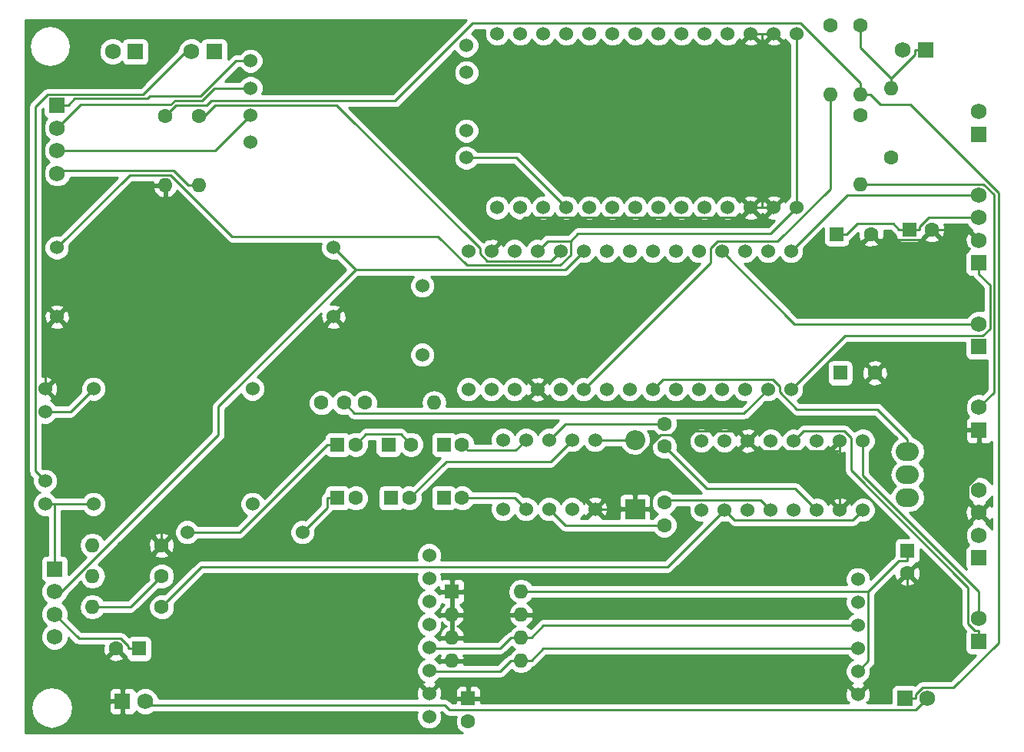
<source format=gbr>
G04 #@! TF.FileFunction,Copper,L1,Top,Signal*
%FSLAX46Y46*%
G04 Gerber Fmt 4.6, Leading zero omitted, Abs format (unit mm)*
G04 Created by KiCad (PCBNEW 4.0.6+dfsg1-1) date Mon Jan 15 11:50:26 2018*
%MOMM*%
%LPD*%
G01*
G04 APERTURE LIST*
%ADD10C,0.100000*%
%ADD11R,2.200000X2.200000*%
%ADD12O,2.200000X2.200000*%
%ADD13R,1.600000X1.600000*%
%ADD14C,1.600000*%
%ADD15O,2.540000X2.032000*%
%ADD16O,1.600000X1.600000*%
%ADD17R,1.750000X1.750000*%
%ADD18C,1.750000*%
%ADD19C,1.524000*%
%ADD20C,0.250000*%
%ADD21C,0.254000*%
G04 APERTURE END LIST*
D10*
D11*
X156200000Y-118700000D03*
D12*
X156200000Y-111080000D03*
D13*
X101500000Y-134100000D03*
D14*
X99000000Y-134100000D03*
D13*
X186200000Y-123300000D03*
D14*
X186200000Y-125800000D03*
D15*
X186200000Y-114900000D03*
X186200000Y-117440000D03*
X186200000Y-112360000D03*
D14*
X184400000Y-80000000D03*
D16*
X184400000Y-72380000D03*
D14*
X181000000Y-65400000D03*
D16*
X181000000Y-73020000D03*
D14*
X104400000Y-75400000D03*
D16*
X104400000Y-83020000D03*
D14*
X104000000Y-129500000D03*
D16*
X96380000Y-129500000D03*
D14*
X104000000Y-126100000D03*
D16*
X96380000Y-126100000D03*
D14*
X104000000Y-122700000D03*
D16*
X96380000Y-122700000D03*
D14*
X108100000Y-75400000D03*
D16*
X108100000Y-83020000D03*
D14*
X181000000Y-75300000D03*
D16*
X181000000Y-82920000D03*
D14*
X177700000Y-65400000D03*
D16*
X177700000Y-73020000D03*
D17*
X92200000Y-125300000D03*
D18*
X92200000Y-127800000D03*
X92200000Y-130300000D03*
X92200000Y-132800000D03*
D17*
X185900000Y-139600000D03*
D18*
X188400000Y-139600000D03*
D17*
X109800000Y-68300000D03*
D18*
X107300000Y-68300000D03*
D17*
X194100000Y-110000000D03*
D18*
X194100000Y-107500000D03*
D19*
X173670000Y-111190000D03*
X176210000Y-111190000D03*
X178750000Y-111190000D03*
X181290000Y-111190000D03*
X171130000Y-111190000D03*
X168590000Y-111190000D03*
X166050000Y-111190000D03*
X163510000Y-111190000D03*
X181290000Y-118810000D03*
X178750000Y-118810000D03*
X176210000Y-118810000D03*
X173670000Y-118810000D03*
X171130000Y-118810000D03*
X168590000Y-118810000D03*
X166050000Y-118810000D03*
X163510000Y-118810000D03*
D17*
X194100000Y-100800000D03*
D18*
X194100000Y-98300000D03*
D14*
X126400000Y-107000000D03*
D16*
X134020000Y-107000000D03*
D13*
X136000000Y-127800000D03*
D16*
X143620000Y-135420000D03*
X136000000Y-130340000D03*
X143620000Y-132880000D03*
X136000000Y-132880000D03*
X143620000Y-130340000D03*
X136000000Y-135420000D03*
X143620000Y-127800000D03*
D19*
X146700000Y-111090000D03*
X149240000Y-111090000D03*
X151780000Y-111090000D03*
X144160000Y-111090000D03*
X141620000Y-111090000D03*
X146700000Y-118710000D03*
X149240000Y-118710000D03*
X151780000Y-118710000D03*
X144160000Y-118710000D03*
X141620000Y-118710000D03*
D17*
X188200000Y-68100000D03*
D18*
X185700000Y-68100000D03*
D17*
X99700000Y-139900000D03*
D18*
X102200000Y-139900000D03*
D17*
X101100000Y-68300000D03*
D18*
X98600000Y-68300000D03*
D17*
X194100000Y-77400000D03*
D18*
X194100000Y-74900000D03*
D17*
X194100000Y-91600000D03*
D18*
X194100000Y-89100000D03*
X194100000Y-86600000D03*
X194100000Y-84100000D03*
D13*
X123400000Y-111600000D03*
D14*
X125400000Y-111600000D03*
X159400000Y-111800000D03*
X159400000Y-109300000D03*
X124100000Y-107000000D03*
X121600000Y-107000000D03*
X159400000Y-118000000D03*
X159400000Y-120500000D03*
D17*
X92500000Y-74200000D03*
D18*
X92500000Y-76700000D03*
X92500000Y-79200000D03*
X92500000Y-81700000D03*
D17*
X194100000Y-124100000D03*
D18*
X194100000Y-121600000D03*
X194100000Y-119100000D03*
X194100000Y-116600000D03*
D13*
X178800000Y-103700000D03*
D14*
X182600000Y-103700000D03*
D13*
X178400000Y-88400000D03*
D14*
X182200000Y-88400000D03*
D13*
X137800000Y-139600000D03*
D14*
X137800000Y-142100000D03*
D13*
X123400000Y-117500000D03*
D14*
X125400000Y-117500000D03*
D13*
X186400000Y-87900000D03*
D14*
X188900000Y-87900000D03*
D13*
X129000000Y-111600000D03*
D14*
X131500000Y-111600000D03*
D13*
X135100000Y-117500000D03*
D14*
X137100000Y-117500000D03*
D13*
X135100000Y-111600000D03*
D14*
X137100000Y-111600000D03*
D13*
X129300000Y-117500000D03*
D14*
X131300000Y-117500000D03*
D17*
X194100000Y-133300000D03*
D18*
X194100000Y-130800000D03*
D19*
X113800000Y-78300000D03*
X113800000Y-75300000D03*
X113800000Y-72300000D03*
X113800000Y-69300000D03*
X137600000Y-67600000D03*
X137600000Y-70600000D03*
X137600000Y-77000000D03*
X137600000Y-80000000D03*
X122940000Y-97510000D03*
X122940000Y-89890000D03*
X92460000Y-97510000D03*
X92460000Y-89890000D03*
X91170000Y-115610000D03*
X91170000Y-107990000D03*
X91170000Y-105450000D03*
X91170000Y-118150000D03*
X114030000Y-105450000D03*
X114030000Y-118150000D03*
X96504000Y-118150000D03*
X96504000Y-105450000D03*
X140990000Y-66298500D03*
X143530000Y-66298500D03*
X146070000Y-66298500D03*
X148610000Y-66298500D03*
X151150000Y-66298500D03*
X153690000Y-66298500D03*
X156230000Y-66298500D03*
X158770000Y-66298500D03*
X174010000Y-66298500D03*
X171470000Y-66298500D03*
X168930000Y-66298500D03*
X166390000Y-66298500D03*
X163850000Y-66298500D03*
X161310000Y-66298500D03*
X161310000Y-85501500D03*
X163850000Y-85501500D03*
X166390000Y-85501500D03*
X168930000Y-85501500D03*
X171470000Y-85501500D03*
X174010000Y-85501500D03*
X158770000Y-85501500D03*
X156230000Y-85501500D03*
X153690000Y-85501500D03*
X151150000Y-85501500D03*
X148610000Y-85501500D03*
X146070000Y-85501500D03*
X143530000Y-85501500D03*
X140990000Y-85501500D03*
X153060000Y-105520000D03*
X150520000Y-105520000D03*
X147980000Y-105520000D03*
X145440000Y-105520000D03*
X142900000Y-105520000D03*
X140360000Y-105520000D03*
X137820000Y-105520000D03*
X155600000Y-105520000D03*
X158140000Y-105520000D03*
X160680000Y-105520000D03*
X163220000Y-105520000D03*
X165760000Y-105520000D03*
X168300000Y-105520000D03*
X170840000Y-105520000D03*
X173380000Y-105520000D03*
X173380000Y-90280000D03*
X170840000Y-90280000D03*
X168300000Y-90280000D03*
X165760000Y-90280000D03*
X163220000Y-90280000D03*
X160680000Y-90280000D03*
X158140000Y-90280000D03*
X155600000Y-90280000D03*
X153060000Y-90280000D03*
X150520000Y-90280000D03*
X147980000Y-90280000D03*
X145440000Y-90280000D03*
X142900000Y-90280000D03*
X140360000Y-90280000D03*
X137820000Y-90280000D03*
X132740000Y-94090000D03*
X132740000Y-101710000D03*
X180734000Y-134070000D03*
X180734000Y-136610000D03*
X180734000Y-139150000D03*
X180734000Y-131530000D03*
X180734000Y-128990000D03*
X180734000Y-126450000D03*
X106830000Y-121270000D03*
X119530000Y-121270000D03*
X133500000Y-141590000D03*
X133500000Y-139050000D03*
X133500000Y-136510000D03*
X133500000Y-133970000D03*
X133500000Y-131430000D03*
X133500000Y-128890000D03*
X133500000Y-126350000D03*
X133500000Y-123810000D03*
D20*
X154764700Y-111090000D02*
X154774700Y-111080000D01*
X151780000Y-111090000D02*
X154764700Y-111090000D01*
X156200000Y-111080000D02*
X154774700Y-111080000D01*
X187774600Y-89025400D02*
X188900000Y-87900000D01*
X182825400Y-89025400D02*
X187774600Y-89025400D01*
X182200000Y-88400000D02*
X182825400Y-89025400D01*
X154764700Y-118710000D02*
X154774700Y-118700000D01*
X151780000Y-118710000D02*
X154764700Y-118710000D01*
X156200000Y-118700000D02*
X154774700Y-118700000D01*
X143620000Y-130340000D02*
X136000000Y-130340000D01*
X192900000Y-87900000D02*
X188900000Y-87900000D01*
X194100000Y-89100000D02*
X192900000Y-87900000D01*
X167842600Y-86588900D02*
X168930000Y-85501500D01*
X144051100Y-86588900D02*
X167842600Y-86588900D01*
X140360000Y-90280000D02*
X144051100Y-86588900D01*
X194100000Y-110000000D02*
X194100000Y-111200300D01*
X156200000Y-113327600D02*
X156200000Y-118700000D01*
X158977600Y-110550000D02*
X156200000Y-113327600D01*
X162298000Y-110550000D02*
X158977600Y-110550000D01*
X162783200Y-110064800D02*
X162298000Y-110550000D01*
X167464800Y-110064800D02*
X162783200Y-110064800D01*
X168590000Y-111190000D02*
X167464800Y-110064800D01*
X169721100Y-112321100D02*
X168590000Y-111190000D01*
X178750000Y-112321100D02*
X169721100Y-112321100D01*
X178750000Y-118810000D02*
X178750000Y-112321100D01*
X178750000Y-112321100D02*
X178750000Y-111190000D01*
X186200000Y-133684000D02*
X186200000Y-125800000D01*
X180734000Y-139150000D02*
X186200000Y-133684000D01*
X91170000Y-98800000D02*
X92460000Y-97510000D01*
X91170000Y-105450000D02*
X91170000Y-98800000D01*
X104400000Y-85570000D02*
X104400000Y-83020000D01*
X92460000Y-97510000D02*
X104400000Y-85570000D01*
X170200000Y-85501500D02*
X170200000Y-66298500D01*
X171470000Y-85501500D02*
X170200000Y-85501500D01*
X170200000Y-85501500D02*
X168930000Y-85501500D01*
X168930000Y-66298500D02*
X170200000Y-66298500D01*
X170200000Y-66298500D02*
X171470000Y-66298500D01*
X139982500Y-100062500D02*
X124076700Y-100062500D01*
X145440000Y-105520000D02*
X139982500Y-100062500D01*
X124076700Y-98646700D02*
X124076700Y-100062500D01*
X122940000Y-97510000D02*
X124076700Y-98646700D01*
X104000000Y-120139200D02*
X104000000Y-122700000D01*
X124076700Y-100062500D02*
X104000000Y-120139200D01*
X192899700Y-117899700D02*
X194100000Y-119100000D01*
X192899700Y-116102800D02*
X192899700Y-117899700D01*
X194099900Y-114902600D02*
X192899700Y-116102800D01*
X194100000Y-114902600D02*
X194099900Y-114902600D01*
X194100000Y-111200300D02*
X194100000Y-114902600D01*
X94874700Y-132974700D02*
X92200000Y-130300000D01*
X99530800Y-132974700D02*
X94874700Y-132974700D01*
X100374700Y-133818600D02*
X99530800Y-132974700D01*
X100374700Y-134100000D02*
X100374700Y-133818600D01*
X101500000Y-134100000D02*
X100374700Y-134100000D01*
X180198500Y-119901500D02*
X181290000Y-118810000D01*
X167141500Y-119901500D02*
X180198500Y-119901500D01*
X166050000Y-118810000D02*
X167141500Y-119901500D01*
X108420000Y-125080000D02*
X104000000Y-129500000D01*
X159780000Y-125080000D02*
X108420000Y-125080000D01*
X166050000Y-118810000D02*
X159780000Y-125080000D01*
X187525300Y-87618700D02*
X187525300Y-87900000D01*
X188544000Y-86600000D02*
X187525300Y-87618700D01*
X194100000Y-86600000D02*
X188544000Y-86600000D01*
X186400000Y-87900000D02*
X187525300Y-87900000D01*
X184628200Y-87253500D02*
X185274700Y-87900000D01*
X180671800Y-87253500D02*
X184628200Y-87253500D01*
X179525300Y-88400000D02*
X180671800Y-87253500D01*
X178400000Y-88400000D02*
X179525300Y-88400000D01*
X186400000Y-87900000D02*
X185274700Y-87900000D01*
X174010000Y-85501500D02*
X174010000Y-66298500D01*
X146575000Y-89145000D02*
X145440000Y-90280000D01*
X149094700Y-89145000D02*
X146575000Y-89145000D01*
X149871300Y-88368400D02*
X149094700Y-89145000D01*
X171143100Y-88368400D02*
X149871300Y-88368400D01*
X174010000Y-85501500D02*
X171143100Y-88368400D01*
X100468000Y-81882000D02*
X92460000Y-89890000D01*
X105024200Y-81882000D02*
X100468000Y-81882000D01*
X111801800Y-88659600D02*
X105024200Y-81882000D01*
X134475400Y-88659600D02*
X111801800Y-88659600D01*
X137665800Y-91850000D02*
X134475400Y-88659600D01*
X147949900Y-91850000D02*
X137665800Y-91850000D01*
X149094700Y-90705200D02*
X147949900Y-91850000D01*
X149094700Y-89145000D02*
X149094700Y-90705200D01*
X186200000Y-123300000D02*
X186200000Y-124425300D01*
X143620000Y-127800000D02*
X144745300Y-127800000D01*
X181887000Y-127800000D02*
X144745300Y-127800000D01*
X181887000Y-135457000D02*
X181887000Y-127800000D01*
X180734000Y-136610000D02*
X181887000Y-135457000D01*
X185261700Y-124425300D02*
X186200000Y-124425300D01*
X181887000Y-127800000D02*
X185261700Y-124425300D01*
X159677700Y-117722300D02*
X159400000Y-118000000D01*
X170042300Y-117722300D02*
X159677700Y-117722300D01*
X171130000Y-118810000D02*
X170042300Y-117722300D01*
X122274700Y-118525300D02*
X119530000Y-121270000D01*
X122274700Y-117500000D02*
X122274700Y-118525300D01*
X123400000Y-117500000D02*
X122274700Y-117500000D01*
X148490000Y-109300000D02*
X146700000Y-111090000D01*
X159400000Y-109300000D02*
X148490000Y-109300000D01*
X112604700Y-121270000D02*
X106830000Y-121270000D01*
X122274700Y-111600000D02*
X112604700Y-121270000D01*
X123400000Y-111600000D02*
X122274700Y-111600000D01*
X148490000Y-120500000D02*
X146700000Y-118710000D01*
X159400000Y-120500000D02*
X148490000Y-120500000D01*
X146882600Y-113447400D02*
X149240000Y-111090000D01*
X135352600Y-113447400D02*
X146882600Y-113447400D01*
X131300000Y-117500000D02*
X135352600Y-113447400D01*
X130374600Y-110474600D02*
X131500000Y-111600000D01*
X126525400Y-110474600D02*
X130374600Y-110474600D01*
X125400000Y-111600000D02*
X126525400Y-110474600D01*
X142950000Y-117500000D02*
X144160000Y-118710000D01*
X137100000Y-117500000D02*
X142950000Y-117500000D01*
X182163900Y-82881400D02*
X182125300Y-82920000D01*
X194604200Y-82881400D02*
X182163900Y-82881400D01*
X195768600Y-84045800D02*
X194604200Y-82881400D01*
X195768600Y-105831400D02*
X195768600Y-84045800D01*
X194100000Y-107500000D02*
X195768600Y-105831400D01*
X181000000Y-82920000D02*
X182125300Y-82920000D01*
X133573500Y-136583500D02*
X133500000Y-136510000D01*
X141331200Y-136583500D02*
X133573500Y-136583500D01*
X142494700Y-135420000D02*
X141331200Y-136583500D01*
X143620000Y-135420000D02*
X142494700Y-135420000D01*
X146095300Y-134070000D02*
X144745300Y-135420000D01*
X180734000Y-134070000D02*
X146095300Y-134070000D01*
X143620000Y-135420000D02*
X144745300Y-135420000D01*
X133590000Y-134060000D02*
X133500000Y-133970000D01*
X141314700Y-134060000D02*
X133590000Y-134060000D01*
X142494700Y-132880000D02*
X141314700Y-134060000D01*
X143620000Y-132880000D02*
X142494700Y-132880000D01*
X146095300Y-131530000D02*
X144745300Y-132880000D01*
X180734000Y-131530000D02*
X146095300Y-131530000D01*
X143620000Y-132880000D02*
X144745300Y-132880000D01*
X181000000Y-67854700D02*
X181000000Y-65400000D01*
X184400000Y-71254700D02*
X181000000Y-67854700D01*
X184400000Y-72380000D02*
X184400000Y-71254700D01*
X186999700Y-68655000D02*
X184400000Y-71254700D01*
X186999700Y-68100000D02*
X186999700Y-68655000D01*
X188200000Y-68100000D02*
X186999700Y-68100000D01*
X173780000Y-98300000D02*
X194100000Y-98300000D01*
X165760000Y-90280000D02*
X173780000Y-98300000D01*
X102620000Y-140320000D02*
X102200000Y-139900000D01*
X135224500Y-140320000D02*
X102620000Y-140320000D01*
X135754500Y-140850000D02*
X135224500Y-140320000D01*
X187150000Y-140850000D02*
X135754500Y-140850000D01*
X188400000Y-139600000D02*
X187150000Y-140850000D01*
X183250600Y-74145300D02*
X182125300Y-73020000D01*
X186508800Y-74145300D02*
X183250600Y-74145300D01*
X196220500Y-83857000D02*
X186508800Y-74145300D01*
X196220500Y-133438800D02*
X196220500Y-83857000D01*
X191259600Y-138399700D02*
X196220500Y-133438800D01*
X187850400Y-138399700D02*
X191259600Y-138399700D01*
X187100300Y-139149800D02*
X187850400Y-138399700D01*
X187100300Y-139600000D02*
X187100300Y-139149800D01*
X185900000Y-139600000D02*
X187100300Y-139600000D01*
X181000000Y-73020000D02*
X182125300Y-73020000D01*
X181000000Y-71724700D02*
X181000000Y-73020000D01*
X174440300Y-65165000D02*
X181000000Y-71724700D01*
X138296500Y-65165000D02*
X174440300Y-65165000D01*
X129733000Y-73728500D02*
X138296500Y-65165000D01*
X109453200Y-73728500D02*
X129733000Y-73728500D01*
X108979800Y-74201900D02*
X109453200Y-73728500D01*
X105598100Y-74201900D02*
X108979800Y-74201900D01*
X104400000Y-75400000D02*
X105598100Y-74201900D01*
X195300300Y-94000600D02*
X194100000Y-92800300D01*
X195300300Y-98825600D02*
X195300300Y-94000600D01*
X194526300Y-99599600D02*
X195300300Y-98825600D01*
X179300400Y-99599600D02*
X194526300Y-99599600D01*
X173380000Y-105520000D02*
X179300400Y-99599600D01*
X194100000Y-91600000D02*
X194100000Y-92800300D01*
X179560000Y-84100000D02*
X194100000Y-84100000D01*
X173380000Y-90280000D02*
X179560000Y-84100000D01*
X182888300Y-107707000D02*
X186200000Y-111018700D01*
X174009900Y-107707000D02*
X182888300Y-107707000D01*
X172110000Y-105807100D02*
X174009900Y-107707000D01*
X172110000Y-105184800D02*
X172110000Y-105807100D01*
X171357400Y-104432200D02*
X172110000Y-105184800D01*
X159227800Y-104432200D02*
X171357400Y-104432200D01*
X158140000Y-105520000D02*
X159227800Y-104432200D01*
X186200000Y-112360000D02*
X186200000Y-111018700D01*
X146881900Y-91378100D02*
X147980000Y-90280000D01*
X139903100Y-91378100D02*
X146881900Y-91378100D01*
X139090000Y-90565000D02*
X139903100Y-91378100D01*
X139090000Y-89980300D02*
X139090000Y-90565000D01*
X123311600Y-74201900D02*
X139090000Y-89980300D01*
X109934900Y-74201900D02*
X123311600Y-74201900D01*
X108736800Y-75400000D02*
X109934900Y-74201900D01*
X108100000Y-75400000D02*
X108736800Y-75400000D01*
X177700000Y-83390500D02*
X177700000Y-73020000D01*
X171897900Y-89192600D02*
X177700000Y-83390500D01*
X165269600Y-89192600D02*
X171897900Y-89192600D01*
X164490000Y-89972200D02*
X165269600Y-89192600D01*
X164490000Y-91550000D02*
X164490000Y-89972200D01*
X150520000Y-105520000D02*
X164490000Y-91550000D01*
X193649800Y-132099700D02*
X194100000Y-132099700D01*
X192899700Y-131349600D02*
X193649800Y-132099700D01*
X192899700Y-127338700D02*
X192899700Y-131349600D01*
X180020000Y-114459000D02*
X192899700Y-127338700D01*
X180020000Y-110857500D02*
X180020000Y-114459000D01*
X179262700Y-110100200D02*
X180020000Y-110857500D01*
X174759800Y-110100200D02*
X179262700Y-110100200D01*
X173670000Y-111190000D02*
X174759800Y-110100200D01*
X194100000Y-133300000D02*
X194100000Y-132099700D01*
X181290000Y-115000600D02*
X181290000Y-111190000D01*
X194100000Y-127810600D02*
X181290000Y-115000600D01*
X194100000Y-130800000D02*
X194100000Y-127810600D01*
X143108500Y-80000000D02*
X148610000Y-85501500D01*
X137600000Y-80000000D02*
X143108500Y-80000000D01*
X93964000Y-107990000D02*
X91170000Y-107990000D01*
X96504000Y-105450000D02*
X93964000Y-107990000D01*
X110259500Y-107424500D02*
X125367000Y-92317000D01*
X110259500Y-110487300D02*
X110259500Y-107424500D01*
X92946800Y-127800000D02*
X110259500Y-110487300D01*
X92200000Y-127800000D02*
X92946800Y-127800000D01*
X148483000Y-92317000D02*
X125367000Y-92317000D01*
X150520000Y-90280000D02*
X148483000Y-92317000D01*
X125367000Y-92317000D02*
X122940000Y-89890000D01*
X92200000Y-125300000D02*
X92200000Y-124099700D01*
X92200000Y-118150000D02*
X92200000Y-124099700D01*
X96504000Y-118150000D02*
X92200000Y-118150000D01*
X92200000Y-118150000D02*
X91170000Y-118150000D01*
X90076100Y-114516100D02*
X91170000Y-115610000D01*
X90076100Y-74397200D02*
X90076100Y-114516100D01*
X91473700Y-72999600D02*
X90076100Y-74397200D01*
X101963600Y-72999600D02*
X91473700Y-72999600D01*
X106663200Y-68300000D02*
X101963600Y-72999600D01*
X107300000Y-68300000D02*
X106663200Y-68300000D01*
X173852600Y-116452600D02*
X176210000Y-118810000D01*
X164052600Y-116452600D02*
X173852600Y-116452600D01*
X159400000Y-111800000D02*
X164052600Y-116452600D01*
X168191400Y-108168600D02*
X170840000Y-105520000D01*
X125268600Y-108168600D02*
X168191400Y-108168600D01*
X124100000Y-107000000D02*
X125268600Y-108168600D01*
X143005100Y-112244900D02*
X144160000Y-111090000D01*
X137744900Y-112244900D02*
X143005100Y-112244900D01*
X137100000Y-111600000D02*
X137744900Y-112244900D01*
X95054400Y-74145600D02*
X92500000Y-76700000D01*
X105017500Y-74145600D02*
X95054400Y-74145600D01*
X105467900Y-73695200D02*
X105017500Y-74145600D01*
X108440800Y-73695200D02*
X105467900Y-73695200D01*
X109836000Y-72300000D02*
X108440800Y-73695200D01*
X113800000Y-72300000D02*
X109836000Y-72300000D01*
X109900000Y-79200000D02*
X92500000Y-79200000D01*
X113800000Y-75300000D02*
X109900000Y-79200000D01*
X92824900Y-81375100D02*
X92500000Y-81700000D01*
X105329800Y-81375100D02*
X92824900Y-81375100D01*
X106974700Y-83020000D02*
X105329800Y-81375100D01*
X108100000Y-83020000D02*
X106974700Y-83020000D01*
X94450300Y-73450000D02*
X93700300Y-74200000D01*
X102468300Y-73450000D02*
X94450300Y-73450000D01*
X102693600Y-73224700D02*
X102468300Y-73450000D01*
X108274400Y-73224700D02*
X102693600Y-73224700D01*
X112199100Y-69300000D02*
X108274400Y-73224700D01*
X113800000Y-69300000D02*
X112199100Y-69300000D01*
X92500000Y-74200000D02*
X93700300Y-74200000D01*
X100600000Y-129500000D02*
X96380000Y-129500000D01*
X104000000Y-126100000D02*
X100600000Y-129500000D01*
D21*
G36*
X129418198Y-72968500D02*
X115035064Y-72968500D01*
X115196757Y-72579100D01*
X115197242Y-72023339D01*
X114985010Y-71509697D01*
X114592370Y-71116371D01*
X114079100Y-70903243D01*
X113523339Y-70902758D01*
X113009697Y-71114990D01*
X112616371Y-71507630D01*
X112602930Y-71540000D01*
X111033902Y-71540000D01*
X112513902Y-70060000D01*
X112602469Y-70060000D01*
X112614990Y-70090303D01*
X113007630Y-70483629D01*
X113520900Y-70696757D01*
X114076661Y-70697242D01*
X114590303Y-70485010D01*
X114983629Y-70092370D01*
X115196757Y-69579100D01*
X115197242Y-69023339D01*
X114985010Y-68509697D01*
X114592370Y-68116371D01*
X114079100Y-67903243D01*
X113523339Y-67902758D01*
X113009697Y-68114990D01*
X112616371Y-68507630D01*
X112602930Y-68540000D01*
X112199100Y-68540000D01*
X111908261Y-68597852D01*
X111661699Y-68762599D01*
X111322440Y-69101858D01*
X111322440Y-67425000D01*
X111278162Y-67189683D01*
X111139090Y-66973559D01*
X110926890Y-66828569D01*
X110675000Y-66777560D01*
X108925000Y-66777560D01*
X108689683Y-66821838D01*
X108473559Y-66960910D01*
X108328569Y-67173110D01*
X108325214Y-67189676D01*
X108156463Y-67020630D01*
X107601675Y-66790262D01*
X107000960Y-66789738D01*
X106445771Y-67019138D01*
X106020630Y-67443537D01*
X105790262Y-67998325D01*
X105790175Y-68098223D01*
X101648798Y-72239600D01*
X91473700Y-72239600D01*
X91182861Y-72297452D01*
X90936299Y-72462199D01*
X89538699Y-73859799D01*
X89373952Y-74106361D01*
X89316100Y-74397200D01*
X89316100Y-114516100D01*
X89373952Y-114806939D01*
X89538699Y-115053501D01*
X89785817Y-115300619D01*
X89773243Y-115330900D01*
X89772758Y-115886661D01*
X89984990Y-116400303D01*
X90377630Y-116793629D01*
X90585512Y-116879949D01*
X90379697Y-116964990D01*
X89986371Y-117357630D01*
X89773243Y-117870900D01*
X89772758Y-118426661D01*
X89984990Y-118940303D01*
X90377630Y-119333629D01*
X90890900Y-119546757D01*
X91440000Y-119547236D01*
X91440000Y-123777560D01*
X91325000Y-123777560D01*
X91089683Y-123821838D01*
X90873559Y-123960910D01*
X90728569Y-124173110D01*
X90677560Y-124425000D01*
X90677560Y-126175000D01*
X90721838Y-126410317D01*
X90860910Y-126626441D01*
X91073110Y-126771431D01*
X91089676Y-126774786D01*
X90920630Y-126943537D01*
X90690262Y-127498325D01*
X90689738Y-128099040D01*
X90919138Y-128654229D01*
X91314536Y-129050318D01*
X90920630Y-129443537D01*
X90690262Y-129998325D01*
X90689738Y-130599040D01*
X90919138Y-131154229D01*
X91314536Y-131550318D01*
X90920630Y-131943537D01*
X90690262Y-132498325D01*
X90689738Y-133099040D01*
X90919138Y-133654229D01*
X91343537Y-134079370D01*
X91898325Y-134309738D01*
X92499040Y-134310262D01*
X93054229Y-134080862D01*
X93479370Y-133656463D01*
X93709738Y-133101675D01*
X93709927Y-132884729D01*
X94337299Y-133512101D01*
X94583861Y-133676848D01*
X94874700Y-133734700D01*
X97606420Y-133734700D01*
X97553035Y-133883223D01*
X97580222Y-134453454D01*
X97746136Y-134854005D01*
X97992255Y-134928139D01*
X98820395Y-134100000D01*
X98806253Y-134085858D01*
X98985858Y-133906253D01*
X99000000Y-133920395D01*
X99014143Y-133906253D01*
X99193748Y-134085858D01*
X99179605Y-134100000D01*
X100007745Y-134928139D01*
X100055167Y-134913855D01*
X100096838Y-135135317D01*
X100235910Y-135351441D01*
X100448110Y-135496431D01*
X100700000Y-135547440D01*
X102300000Y-135547440D01*
X102535317Y-135503162D01*
X102751441Y-135364090D01*
X102896431Y-135151890D01*
X102947440Y-134900000D01*
X102947440Y-133300000D01*
X102903162Y-133064683D01*
X102764090Y-132848559D01*
X102551890Y-132703569D01*
X102300000Y-132652560D01*
X100700000Y-132652560D01*
X100464683Y-132696838D01*
X100381358Y-132750456D01*
X100068201Y-132437299D01*
X99821639Y-132272552D01*
X99530800Y-132214700D01*
X95189502Y-132214700D01*
X93670639Y-130695837D01*
X93709738Y-130601675D01*
X93710262Y-130000960D01*
X93503270Y-129500000D01*
X94916887Y-129500000D01*
X95026120Y-130049151D01*
X95337189Y-130514698D01*
X95802736Y-130825767D01*
X96351887Y-130935000D01*
X96408113Y-130935000D01*
X96957264Y-130825767D01*
X97422811Y-130514698D01*
X97592995Y-130260000D01*
X100600000Y-130260000D01*
X100890839Y-130202148D01*
X101137401Y-130037401D01*
X103661546Y-127513256D01*
X103713309Y-127534750D01*
X104284187Y-127535248D01*
X104811800Y-127317243D01*
X105215824Y-126913923D01*
X105434750Y-126386691D01*
X105435248Y-125815813D01*
X105217243Y-125288200D01*
X104813923Y-124884176D01*
X104286691Y-124665250D01*
X103715813Y-124664752D01*
X103188200Y-124882757D01*
X102784176Y-125286077D01*
X102565250Y-125813309D01*
X102564752Y-126384187D01*
X102587049Y-126438149D01*
X100285198Y-128740000D01*
X97592995Y-128740000D01*
X97422811Y-128485302D01*
X96957264Y-128174233D01*
X96408113Y-128065000D01*
X96351887Y-128065000D01*
X95802736Y-128174233D01*
X95337189Y-128485302D01*
X95026120Y-128950849D01*
X94916887Y-129500000D01*
X93503270Y-129500000D01*
X93480862Y-129445771D01*
X93085464Y-129049682D01*
X93479370Y-128656463D01*
X93702503Y-128119099D01*
X95084732Y-126736870D01*
X95337189Y-127114698D01*
X95802736Y-127425767D01*
X96351887Y-127535000D01*
X96408113Y-127535000D01*
X96957264Y-127425767D01*
X97422811Y-127114698D01*
X97733880Y-126649151D01*
X97843113Y-126100000D01*
X97733880Y-125550849D01*
X97422811Y-125085302D01*
X97011278Y-124810324D01*
X98113857Y-123707745D01*
X103171861Y-123707745D01*
X103245995Y-123953864D01*
X103783223Y-124146965D01*
X104353454Y-124119778D01*
X104754005Y-123953864D01*
X104828139Y-123707745D01*
X104000000Y-122879605D01*
X103171861Y-123707745D01*
X98113857Y-123707745D01*
X99338379Y-122483223D01*
X102553035Y-122483223D01*
X102580222Y-123053454D01*
X102746136Y-123454005D01*
X102992255Y-123528139D01*
X103820395Y-122700000D01*
X104179605Y-122700000D01*
X105007745Y-123528139D01*
X105253864Y-123454005D01*
X105446965Y-122916777D01*
X105419778Y-122346546D01*
X105253864Y-121945995D01*
X105007745Y-121871861D01*
X104179605Y-122700000D01*
X103820395Y-122700000D01*
X102992255Y-121871861D01*
X102746136Y-121945995D01*
X102553035Y-122483223D01*
X99338379Y-122483223D01*
X100129347Y-121692255D01*
X103171861Y-121692255D01*
X104000000Y-122520395D01*
X104828139Y-121692255D01*
X104784285Y-121546661D01*
X105432758Y-121546661D01*
X105644990Y-122060303D01*
X106037630Y-122453629D01*
X106550900Y-122666757D01*
X107106661Y-122667242D01*
X107620303Y-122455010D01*
X108013629Y-122062370D01*
X108027070Y-122030000D01*
X112604700Y-122030000D01*
X112895539Y-121972148D01*
X113142101Y-121807401D01*
X113402841Y-121546661D01*
X118132758Y-121546661D01*
X118344990Y-122060303D01*
X118737630Y-122453629D01*
X119250900Y-122666757D01*
X119806661Y-122667242D01*
X120320303Y-122455010D01*
X120713629Y-122062370D01*
X120926757Y-121549100D01*
X120927242Y-120993339D01*
X120913857Y-120960945D01*
X122812101Y-119062701D01*
X122889116Y-118947440D01*
X124200000Y-118947440D01*
X124435317Y-118903162D01*
X124651441Y-118764090D01*
X124662685Y-118747634D01*
X125113309Y-118934750D01*
X125684187Y-118935248D01*
X126211800Y-118717243D01*
X126615824Y-118313923D01*
X126834750Y-117786691D01*
X126835248Y-117215813D01*
X126617243Y-116688200D01*
X126213923Y-116284176D01*
X125686691Y-116065250D01*
X125115813Y-116064752D01*
X124665534Y-116250803D01*
X124664090Y-116248559D01*
X124451890Y-116103569D01*
X124200000Y-116052560D01*
X122600000Y-116052560D01*
X122364683Y-116096838D01*
X122148559Y-116235910D01*
X122003569Y-116448110D01*
X121952560Y-116700000D01*
X121952560Y-116818767D01*
X121737299Y-116962599D01*
X121572552Y-117209161D01*
X121514700Y-117500000D01*
X121514700Y-118210498D01*
X119839381Y-119885817D01*
X119809100Y-119873243D01*
X119253339Y-119872758D01*
X118739697Y-120084990D01*
X118346371Y-120477630D01*
X118133243Y-120990900D01*
X118132758Y-121546661D01*
X113402841Y-121546661D01*
X122121091Y-112828411D01*
X122135910Y-112851441D01*
X122348110Y-112996431D01*
X122600000Y-113047440D01*
X124200000Y-113047440D01*
X124435317Y-113003162D01*
X124651441Y-112864090D01*
X124662685Y-112847634D01*
X125113309Y-113034750D01*
X125684187Y-113035248D01*
X126211800Y-112817243D01*
X126615824Y-112413923D01*
X126834750Y-111886691D01*
X126835248Y-111315813D01*
X126812951Y-111261851D01*
X126840202Y-111234600D01*
X127552560Y-111234600D01*
X127552560Y-112400000D01*
X127596838Y-112635317D01*
X127735910Y-112851441D01*
X127948110Y-112996431D01*
X128200000Y-113047440D01*
X129800000Y-113047440D01*
X130035317Y-113003162D01*
X130251441Y-112864090D01*
X130396431Y-112651890D01*
X130417680Y-112546959D01*
X130686077Y-112815824D01*
X131213309Y-113034750D01*
X131784187Y-113035248D01*
X132311800Y-112817243D01*
X132715824Y-112413923D01*
X132934750Y-111886691D01*
X132935248Y-111315813D01*
X132717243Y-110788200D01*
X132313923Y-110384176D01*
X131786691Y-110165250D01*
X131215813Y-110164752D01*
X131161851Y-110187049D01*
X130912001Y-109937199D01*
X130665439Y-109772452D01*
X130374600Y-109714600D01*
X126525400Y-109714600D01*
X126234561Y-109772452D01*
X125987999Y-109937199D01*
X125738454Y-110186744D01*
X125686691Y-110165250D01*
X125115813Y-110164752D01*
X124665534Y-110350803D01*
X124664090Y-110348559D01*
X124451890Y-110203569D01*
X124200000Y-110152560D01*
X122600000Y-110152560D01*
X122364683Y-110196838D01*
X122148559Y-110335910D01*
X122003569Y-110548110D01*
X121952560Y-110800000D01*
X121952560Y-110918767D01*
X121737299Y-111062599D01*
X115280852Y-117519046D01*
X115215010Y-117359697D01*
X114822370Y-116966371D01*
X114309100Y-116753243D01*
X113753339Y-116752758D01*
X113239697Y-116964990D01*
X112846371Y-117357630D01*
X112633243Y-117870900D01*
X112632758Y-118426661D01*
X112844990Y-118940303D01*
X113237630Y-119333629D01*
X113399185Y-119400713D01*
X112289898Y-120510000D01*
X108027531Y-120510000D01*
X108015010Y-120479697D01*
X107622370Y-120086371D01*
X107109100Y-119873243D01*
X106553339Y-119872758D01*
X106039697Y-120084990D01*
X105646371Y-120477630D01*
X105433243Y-120990900D01*
X105432758Y-121546661D01*
X104784285Y-121546661D01*
X104754005Y-121446136D01*
X104216777Y-121253035D01*
X103646546Y-121280222D01*
X103245995Y-121446136D01*
X103171861Y-121692255D01*
X100129347Y-121692255D01*
X110796901Y-111024701D01*
X110961648Y-110778139D01*
X111019500Y-110487300D01*
X111019500Y-107739302D01*
X112749530Y-106009272D01*
X112844990Y-106240303D01*
X113237630Y-106633629D01*
X113750900Y-106846757D01*
X114306661Y-106847242D01*
X114820303Y-106635010D01*
X115213629Y-106242370D01*
X115426757Y-105729100D01*
X115427242Y-105173339D01*
X115215010Y-104659697D01*
X114822370Y-104266371D01*
X114589236Y-104169566D01*
X116772141Y-101986661D01*
X131342758Y-101986661D01*
X131554990Y-102500303D01*
X131947630Y-102893629D01*
X132460900Y-103106757D01*
X133016661Y-103107242D01*
X133530303Y-102895010D01*
X133923629Y-102502370D01*
X134136757Y-101989100D01*
X134137242Y-101433339D01*
X133925010Y-100919697D01*
X133532370Y-100526371D01*
X133019100Y-100313243D01*
X132463339Y-100312758D01*
X131949697Y-100524990D01*
X131556371Y-100917630D01*
X131343243Y-101430900D01*
X131342758Y-101986661D01*
X116772141Y-101986661D01*
X120268589Y-98490213D01*
X122139392Y-98490213D01*
X122208857Y-98732397D01*
X122732302Y-98919144D01*
X123287368Y-98891362D01*
X123671143Y-98732397D01*
X123740608Y-98490213D01*
X122940000Y-97689605D01*
X122139392Y-98490213D01*
X120268589Y-98490213D01*
X121572097Y-97186705D01*
X121530856Y-97302302D01*
X121558638Y-97857368D01*
X121717603Y-98241143D01*
X121959787Y-98310608D01*
X122760395Y-97510000D01*
X123119605Y-97510000D01*
X123920213Y-98310608D01*
X124162397Y-98241143D01*
X124349144Y-97717698D01*
X124321362Y-97162632D01*
X124162397Y-96778857D01*
X123920213Y-96709392D01*
X123119605Y-97510000D01*
X122760395Y-97510000D01*
X122746253Y-97495858D01*
X122925858Y-97316253D01*
X122940000Y-97330395D01*
X123740608Y-96529787D01*
X123671143Y-96287603D01*
X123147698Y-96100856D01*
X122632142Y-96126660D01*
X125681802Y-93077000D01*
X131777386Y-93077000D01*
X131556371Y-93297630D01*
X131343243Y-93810900D01*
X131342758Y-94366661D01*
X131554990Y-94880303D01*
X131947630Y-95273629D01*
X132460900Y-95486757D01*
X133016661Y-95487242D01*
X133530303Y-95275010D01*
X133923629Y-94882370D01*
X134136757Y-94369100D01*
X134137242Y-93813339D01*
X133925010Y-93299697D01*
X133702701Y-93077000D01*
X148483000Y-93077000D01*
X148773839Y-93019148D01*
X149020401Y-92854401D01*
X150210619Y-91664183D01*
X150240900Y-91676757D01*
X150796661Y-91677242D01*
X151310303Y-91465010D01*
X151703629Y-91072370D01*
X151789949Y-90864488D01*
X151874990Y-91070303D01*
X152267630Y-91463629D01*
X152780900Y-91676757D01*
X153336661Y-91677242D01*
X153850303Y-91465010D01*
X154243629Y-91072370D01*
X154329949Y-90864488D01*
X154414990Y-91070303D01*
X154807630Y-91463629D01*
X155320900Y-91676757D01*
X155876661Y-91677242D01*
X156390303Y-91465010D01*
X156783629Y-91072370D01*
X156869949Y-90864488D01*
X156954990Y-91070303D01*
X157347630Y-91463629D01*
X157860900Y-91676757D01*
X158416661Y-91677242D01*
X158930303Y-91465010D01*
X159323629Y-91072370D01*
X159409949Y-90864488D01*
X159494990Y-91070303D01*
X159887630Y-91463629D01*
X160400900Y-91676757D01*
X160956661Y-91677242D01*
X161470303Y-91465010D01*
X161863629Y-91072370D01*
X161949949Y-90864488D01*
X162034990Y-91070303D01*
X162427630Y-91463629D01*
X162940900Y-91676757D01*
X163288138Y-91677060D01*
X150829381Y-104135817D01*
X150799100Y-104123243D01*
X150243339Y-104122758D01*
X149729697Y-104334990D01*
X149336371Y-104727630D01*
X149250051Y-104935512D01*
X149165010Y-104729697D01*
X148772370Y-104336371D01*
X148259100Y-104123243D01*
X147703339Y-104122758D01*
X147189697Y-104334990D01*
X146796371Y-104727630D01*
X146716605Y-104919727D01*
X146662397Y-104788857D01*
X146420213Y-104719392D01*
X145619605Y-105520000D01*
X146420213Y-106320608D01*
X146662397Y-106251143D01*
X146712509Y-106110682D01*
X146794990Y-106310303D01*
X147187630Y-106703629D01*
X147700900Y-106916757D01*
X148256661Y-106917242D01*
X148770303Y-106705010D01*
X149163629Y-106312370D01*
X149249949Y-106104488D01*
X149334990Y-106310303D01*
X149727630Y-106703629D01*
X150240900Y-106916757D01*
X150796661Y-106917242D01*
X151310303Y-106705010D01*
X151703629Y-106312370D01*
X151789949Y-106104488D01*
X151874990Y-106310303D01*
X152267630Y-106703629D01*
X152780900Y-106916757D01*
X153336661Y-106917242D01*
X153850303Y-106705010D01*
X154243629Y-106312370D01*
X154329949Y-106104488D01*
X154414990Y-106310303D01*
X154807630Y-106703629D01*
X155320900Y-106916757D01*
X155876661Y-106917242D01*
X156390303Y-106705010D01*
X156783629Y-106312370D01*
X156869949Y-106104488D01*
X156954990Y-106310303D01*
X157347630Y-106703629D01*
X157860900Y-106916757D01*
X158416661Y-106917242D01*
X158930303Y-106705010D01*
X159323629Y-106312370D01*
X159409949Y-106104488D01*
X159494990Y-106310303D01*
X159887630Y-106703629D01*
X160400900Y-106916757D01*
X160956661Y-106917242D01*
X161470303Y-106705010D01*
X161863629Y-106312370D01*
X161949949Y-106104488D01*
X162034990Y-106310303D01*
X162427630Y-106703629D01*
X162940900Y-106916757D01*
X163496661Y-106917242D01*
X164010303Y-106705010D01*
X164403629Y-106312370D01*
X164489949Y-106104488D01*
X164574990Y-106310303D01*
X164967630Y-106703629D01*
X165480900Y-106916757D01*
X166036661Y-106917242D01*
X166550303Y-106705010D01*
X166943629Y-106312370D01*
X167029949Y-106104488D01*
X167114990Y-106310303D01*
X167507630Y-106703629D01*
X168020900Y-106916757D01*
X168368138Y-106917060D01*
X167876598Y-107408600D01*
X135401837Y-107408600D01*
X135483113Y-107000000D01*
X135373880Y-106450849D01*
X135062811Y-105985302D01*
X134780491Y-105796661D01*
X136422758Y-105796661D01*
X136634990Y-106310303D01*
X137027630Y-106703629D01*
X137540900Y-106916757D01*
X138096661Y-106917242D01*
X138610303Y-106705010D01*
X139003629Y-106312370D01*
X139089949Y-106104488D01*
X139174990Y-106310303D01*
X139567630Y-106703629D01*
X140080900Y-106916757D01*
X140636661Y-106917242D01*
X141150303Y-106705010D01*
X141543629Y-106312370D01*
X141629949Y-106104488D01*
X141714990Y-106310303D01*
X142107630Y-106703629D01*
X142620900Y-106916757D01*
X143176661Y-106917242D01*
X143690303Y-106705010D01*
X143895457Y-106500213D01*
X144639392Y-106500213D01*
X144708857Y-106742397D01*
X145232302Y-106929144D01*
X145787368Y-106901362D01*
X146171143Y-106742397D01*
X146240608Y-106500213D01*
X145440000Y-105699605D01*
X144639392Y-106500213D01*
X143895457Y-106500213D01*
X144083629Y-106312370D01*
X144163395Y-106120273D01*
X144217603Y-106251143D01*
X144459787Y-106320608D01*
X145260395Y-105520000D01*
X144459787Y-104719392D01*
X144217603Y-104788857D01*
X144167491Y-104929318D01*
X144085010Y-104729697D01*
X143895432Y-104539787D01*
X144639392Y-104539787D01*
X145440000Y-105340395D01*
X146240608Y-104539787D01*
X146171143Y-104297603D01*
X145647698Y-104110856D01*
X145092632Y-104138638D01*
X144708857Y-104297603D01*
X144639392Y-104539787D01*
X143895432Y-104539787D01*
X143692370Y-104336371D01*
X143179100Y-104123243D01*
X142623339Y-104122758D01*
X142109697Y-104334990D01*
X141716371Y-104727630D01*
X141630051Y-104935512D01*
X141545010Y-104729697D01*
X141152370Y-104336371D01*
X140639100Y-104123243D01*
X140083339Y-104122758D01*
X139569697Y-104334990D01*
X139176371Y-104727630D01*
X139090051Y-104935512D01*
X139005010Y-104729697D01*
X138612370Y-104336371D01*
X138099100Y-104123243D01*
X137543339Y-104122758D01*
X137029697Y-104334990D01*
X136636371Y-104727630D01*
X136423243Y-105240900D01*
X136422758Y-105796661D01*
X134780491Y-105796661D01*
X134597264Y-105674233D01*
X134048113Y-105565000D01*
X133991887Y-105565000D01*
X133442736Y-105674233D01*
X132977189Y-105985302D01*
X132666120Y-106450849D01*
X132556887Y-107000000D01*
X132638163Y-107408600D01*
X127784129Y-107408600D01*
X127834750Y-107286691D01*
X127835248Y-106715813D01*
X127617243Y-106188200D01*
X127213923Y-105784176D01*
X126686691Y-105565250D01*
X126115813Y-105564752D01*
X125588200Y-105782757D01*
X125249764Y-106120603D01*
X124913923Y-105784176D01*
X124386691Y-105565250D01*
X123815813Y-105564752D01*
X123288200Y-105782757D01*
X122884176Y-106186077D01*
X122850187Y-106267931D01*
X122817243Y-106188200D01*
X122413923Y-105784176D01*
X121886691Y-105565250D01*
X121315813Y-105564752D01*
X120788200Y-105782757D01*
X120384176Y-106186077D01*
X120165250Y-106713309D01*
X120164752Y-107284187D01*
X120382757Y-107811800D01*
X120786077Y-108215824D01*
X121313309Y-108434750D01*
X121884187Y-108435248D01*
X122411800Y-108217243D01*
X122815824Y-107813923D01*
X122849813Y-107732069D01*
X122882757Y-107811800D01*
X123286077Y-108215824D01*
X123813309Y-108434750D01*
X124384187Y-108435248D01*
X124438149Y-108412951D01*
X124731199Y-108706001D01*
X124977761Y-108870748D01*
X125268600Y-108928600D01*
X147786598Y-108928600D01*
X147009381Y-109705817D01*
X146979100Y-109693243D01*
X146423339Y-109692758D01*
X145909697Y-109904990D01*
X145516371Y-110297630D01*
X145430051Y-110505512D01*
X145345010Y-110299697D01*
X144952370Y-109906371D01*
X144439100Y-109693243D01*
X143883339Y-109692758D01*
X143369697Y-109904990D01*
X142976371Y-110297630D01*
X142890051Y-110505512D01*
X142805010Y-110299697D01*
X142412370Y-109906371D01*
X141899100Y-109693243D01*
X141343339Y-109692758D01*
X140829697Y-109904990D01*
X140436371Y-110297630D01*
X140223243Y-110810900D01*
X140222758Y-111366661D01*
X140271613Y-111484900D01*
X138535100Y-111484900D01*
X138535248Y-111315813D01*
X138317243Y-110788200D01*
X137913923Y-110384176D01*
X137386691Y-110165250D01*
X136815813Y-110164752D01*
X136365534Y-110350803D01*
X136364090Y-110348559D01*
X136151890Y-110203569D01*
X135900000Y-110152560D01*
X134300000Y-110152560D01*
X134064683Y-110196838D01*
X133848559Y-110335910D01*
X133703569Y-110548110D01*
X133652560Y-110800000D01*
X133652560Y-112400000D01*
X133696838Y-112635317D01*
X133835910Y-112851441D01*
X134048110Y-112996431D01*
X134300000Y-113047440D01*
X134677758Y-113047440D01*
X131638454Y-116086744D01*
X131586691Y-116065250D01*
X131015813Y-116064752D01*
X130565534Y-116250803D01*
X130564090Y-116248559D01*
X130351890Y-116103569D01*
X130100000Y-116052560D01*
X128500000Y-116052560D01*
X128264683Y-116096838D01*
X128048559Y-116235910D01*
X127903569Y-116448110D01*
X127852560Y-116700000D01*
X127852560Y-118300000D01*
X127896838Y-118535317D01*
X128035910Y-118751441D01*
X128248110Y-118896431D01*
X128500000Y-118947440D01*
X130100000Y-118947440D01*
X130335317Y-118903162D01*
X130551441Y-118764090D01*
X130562685Y-118747634D01*
X131013309Y-118934750D01*
X131584187Y-118935248D01*
X132111800Y-118717243D01*
X132515824Y-118313923D01*
X132734750Y-117786691D01*
X132735248Y-117215813D01*
X132712951Y-117161851D01*
X135667402Y-114207400D01*
X146882600Y-114207400D01*
X147173439Y-114149548D01*
X147420001Y-113984801D01*
X148930619Y-112474183D01*
X148960900Y-112486757D01*
X149516661Y-112487242D01*
X150030303Y-112275010D01*
X150423629Y-111882370D01*
X150509949Y-111674488D01*
X150594990Y-111880303D01*
X150987630Y-112273629D01*
X151500900Y-112486757D01*
X152056661Y-112487242D01*
X152570303Y-112275010D01*
X152963629Y-111882370D01*
X152977070Y-111850000D01*
X154645213Y-111850000D01*
X154973170Y-112340821D01*
X155536044Y-112716922D01*
X156200000Y-112848991D01*
X156863956Y-112716922D01*
X157426830Y-112340821D01*
X157802931Y-111777947D01*
X157935000Y-111113991D01*
X157935000Y-111046009D01*
X157802931Y-110382053D01*
X157587742Y-110060000D01*
X158161354Y-110060000D01*
X158182757Y-110111800D01*
X158586077Y-110515824D01*
X158667931Y-110549813D01*
X158588200Y-110582757D01*
X158184176Y-110986077D01*
X157965250Y-111513309D01*
X157964752Y-112084187D01*
X158182757Y-112611800D01*
X158586077Y-113015824D01*
X159113309Y-113234750D01*
X159684187Y-113235248D01*
X159738149Y-113212951D01*
X163487498Y-116962300D01*
X160391737Y-116962300D01*
X160213923Y-116784176D01*
X159686691Y-116565250D01*
X159115813Y-116564752D01*
X158588200Y-116782757D01*
X158184176Y-117186077D01*
X157965250Y-117713309D01*
X157964752Y-118284187D01*
X158182757Y-118811800D01*
X158586077Y-119215824D01*
X158667931Y-119249813D01*
X158588200Y-119282757D01*
X158184176Y-119686077D01*
X158161785Y-119740000D01*
X157935000Y-119740000D01*
X157935000Y-118985750D01*
X157776250Y-118827000D01*
X156327000Y-118827000D01*
X156327000Y-118847000D01*
X156073000Y-118847000D01*
X156073000Y-118827000D01*
X154623750Y-118827000D01*
X154465000Y-118985750D01*
X154465000Y-119740000D01*
X152566328Y-119740000D01*
X152580608Y-119690213D01*
X151780000Y-118889605D01*
X150979392Y-119690213D01*
X150993672Y-119740000D01*
X150185584Y-119740000D01*
X150423629Y-119502370D01*
X150503395Y-119310273D01*
X150557603Y-119441143D01*
X150799787Y-119510608D01*
X151600395Y-118710000D01*
X151959605Y-118710000D01*
X152760213Y-119510608D01*
X153002397Y-119441143D01*
X153189144Y-118917698D01*
X153161362Y-118362632D01*
X153002397Y-117978857D01*
X152760213Y-117909392D01*
X151959605Y-118710000D01*
X151600395Y-118710000D01*
X150799787Y-117909392D01*
X150557603Y-117978857D01*
X150507491Y-118119318D01*
X150425010Y-117919697D01*
X150235432Y-117729787D01*
X150979392Y-117729787D01*
X151780000Y-118530395D01*
X152580608Y-117729787D01*
X152511143Y-117487603D01*
X152472149Y-117473691D01*
X154465000Y-117473691D01*
X154465000Y-118414250D01*
X154623750Y-118573000D01*
X156073000Y-118573000D01*
X156073000Y-117123750D01*
X156327000Y-117123750D01*
X156327000Y-118573000D01*
X157776250Y-118573000D01*
X157935000Y-118414250D01*
X157935000Y-117473691D01*
X157838327Y-117240302D01*
X157659699Y-117061673D01*
X157426310Y-116965000D01*
X156485750Y-116965000D01*
X156327000Y-117123750D01*
X156073000Y-117123750D01*
X155914250Y-116965000D01*
X154973690Y-116965000D01*
X154740301Y-117061673D01*
X154561673Y-117240302D01*
X154465000Y-117473691D01*
X152472149Y-117473691D01*
X151987698Y-117300856D01*
X151432632Y-117328638D01*
X151048857Y-117487603D01*
X150979392Y-117729787D01*
X150235432Y-117729787D01*
X150032370Y-117526371D01*
X149519100Y-117313243D01*
X148963339Y-117312758D01*
X148449697Y-117524990D01*
X148056371Y-117917630D01*
X147970051Y-118125512D01*
X147885010Y-117919697D01*
X147492370Y-117526371D01*
X146979100Y-117313243D01*
X146423339Y-117312758D01*
X145909697Y-117524990D01*
X145516371Y-117917630D01*
X145430051Y-118125512D01*
X145345010Y-117919697D01*
X144952370Y-117526371D01*
X144439100Y-117313243D01*
X143883339Y-117312758D01*
X143850945Y-117326143D01*
X143487401Y-116962599D01*
X143240839Y-116797852D01*
X142950000Y-116740000D01*
X138338646Y-116740000D01*
X138317243Y-116688200D01*
X137913923Y-116284176D01*
X137386691Y-116065250D01*
X136815813Y-116064752D01*
X136365534Y-116250803D01*
X136364090Y-116248559D01*
X136151890Y-116103569D01*
X135900000Y-116052560D01*
X134300000Y-116052560D01*
X134064683Y-116096838D01*
X133848559Y-116235910D01*
X133703569Y-116448110D01*
X133652560Y-116700000D01*
X133652560Y-118300000D01*
X133696838Y-118535317D01*
X133835910Y-118751441D01*
X134048110Y-118896431D01*
X134300000Y-118947440D01*
X135900000Y-118947440D01*
X136135317Y-118903162D01*
X136351441Y-118764090D01*
X136362685Y-118747634D01*
X136813309Y-118934750D01*
X137384187Y-118935248D01*
X137911800Y-118717243D01*
X138315824Y-118313923D01*
X138338215Y-118260000D01*
X140294207Y-118260000D01*
X140223243Y-118430900D01*
X140222758Y-118986661D01*
X140434990Y-119500303D01*
X140827630Y-119893629D01*
X141340900Y-120106757D01*
X141896661Y-120107242D01*
X142410303Y-119895010D01*
X142803629Y-119502370D01*
X142889949Y-119294488D01*
X142974990Y-119500303D01*
X143367630Y-119893629D01*
X143880900Y-120106757D01*
X144436661Y-120107242D01*
X144950303Y-119895010D01*
X145343629Y-119502370D01*
X145429949Y-119294488D01*
X145514990Y-119500303D01*
X145907630Y-119893629D01*
X146420900Y-120106757D01*
X146976661Y-120107242D01*
X147009055Y-120093857D01*
X147952599Y-121037401D01*
X148199160Y-121202148D01*
X148490000Y-121260000D01*
X158161354Y-121260000D01*
X158182757Y-121311800D01*
X158586077Y-121715824D01*
X159113309Y-121934750D01*
X159684187Y-121935248D01*
X160211800Y-121717243D01*
X160615824Y-121313923D01*
X160834750Y-120786691D01*
X160835248Y-120215813D01*
X160617243Y-119688200D01*
X160213923Y-119284176D01*
X160132069Y-119250187D01*
X160211800Y-119217243D01*
X160615824Y-118813923D01*
X160753526Y-118482300D01*
X162133423Y-118482300D01*
X162113243Y-118530900D01*
X162112758Y-119086661D01*
X162324990Y-119600303D01*
X162717630Y-119993629D01*
X163230900Y-120206757D01*
X163578138Y-120207060D01*
X159465198Y-124320000D01*
X134800879Y-124320000D01*
X134896757Y-124089100D01*
X134897242Y-123533339D01*
X134685010Y-123019697D01*
X134292370Y-122626371D01*
X133779100Y-122413243D01*
X133223339Y-122412758D01*
X132709697Y-122624990D01*
X132316371Y-123017630D01*
X132103243Y-123530900D01*
X132102758Y-124086661D01*
X132199171Y-124320000D01*
X108420000Y-124320000D01*
X108129161Y-124377852D01*
X107882599Y-124542599D01*
X104338454Y-128086744D01*
X104286691Y-128065250D01*
X103715813Y-128064752D01*
X103188200Y-128282757D01*
X102784176Y-128686077D01*
X102565250Y-129213309D01*
X102564752Y-129784187D01*
X102782757Y-130311800D01*
X103186077Y-130715824D01*
X103713309Y-130934750D01*
X104284187Y-130935248D01*
X104811800Y-130717243D01*
X105215824Y-130313923D01*
X105434750Y-129786691D01*
X105435248Y-129215813D01*
X105412951Y-129161851D01*
X108734802Y-125840000D01*
X132199121Y-125840000D01*
X132103243Y-126070900D01*
X132102758Y-126626661D01*
X132314990Y-127140303D01*
X132707630Y-127533629D01*
X132915512Y-127619949D01*
X132709697Y-127704990D01*
X132316371Y-128097630D01*
X132103243Y-128610900D01*
X132102758Y-129166661D01*
X132314990Y-129680303D01*
X132707630Y-130073629D01*
X132915512Y-130159949D01*
X132709697Y-130244990D01*
X132316371Y-130637630D01*
X132103243Y-131150900D01*
X132102758Y-131706661D01*
X132314990Y-132220303D01*
X132707630Y-132613629D01*
X132915512Y-132699949D01*
X132709697Y-132784990D01*
X132316371Y-133177630D01*
X132103243Y-133690900D01*
X132102758Y-134246661D01*
X132314990Y-134760303D01*
X132707630Y-135153629D01*
X132915512Y-135239949D01*
X132709697Y-135324990D01*
X132316371Y-135717630D01*
X132103243Y-136230900D01*
X132102758Y-136786661D01*
X132314990Y-137300303D01*
X132707630Y-137693629D01*
X132899727Y-137773395D01*
X132768857Y-137827603D01*
X132699392Y-138069787D01*
X133500000Y-138870395D01*
X134300608Y-138069787D01*
X134231143Y-137827603D01*
X134090682Y-137777491D01*
X134290303Y-137695010D01*
X134642427Y-137343500D01*
X141331200Y-137343500D01*
X141622039Y-137285648D01*
X141868601Y-137120901D01*
X142568223Y-136421279D01*
X142577189Y-136434698D01*
X143042736Y-136745767D01*
X143591887Y-136855000D01*
X143648113Y-136855000D01*
X144197264Y-136745767D01*
X144662811Y-136434698D01*
X144846437Y-136159882D01*
X145036139Y-136122148D01*
X145282701Y-135957401D01*
X146410102Y-134830000D01*
X179536469Y-134830000D01*
X179548990Y-134860303D01*
X179941630Y-135253629D01*
X180149512Y-135339949D01*
X179943697Y-135424990D01*
X179550371Y-135817630D01*
X179337243Y-136330900D01*
X179336758Y-136886661D01*
X179548990Y-137400303D01*
X179941630Y-137793629D01*
X180133727Y-137873395D01*
X180002857Y-137927603D01*
X179933392Y-138169787D01*
X180734000Y-138970395D01*
X181534608Y-138169787D01*
X181465143Y-137927603D01*
X181324682Y-137877491D01*
X181524303Y-137795010D01*
X181917629Y-137402370D01*
X182130757Y-136889100D01*
X182131242Y-136333339D01*
X182117857Y-136300945D01*
X182424401Y-135994401D01*
X182589148Y-135747840D01*
X182647000Y-135457000D01*
X182647000Y-128114802D01*
X183954057Y-126807745D01*
X185371861Y-126807745D01*
X185445995Y-127053864D01*
X185983223Y-127246965D01*
X186553454Y-127219778D01*
X186954005Y-127053864D01*
X187028139Y-126807745D01*
X186200000Y-125979605D01*
X185371861Y-126807745D01*
X183954057Y-126807745D01*
X184772400Y-125989402D01*
X184780222Y-126153454D01*
X184946136Y-126554005D01*
X185192255Y-126628139D01*
X186020395Y-125800000D01*
X186379605Y-125800000D01*
X187207745Y-126628139D01*
X187453864Y-126554005D01*
X187646965Y-126016777D01*
X187619778Y-125446546D01*
X187453864Y-125045995D01*
X187207745Y-124971861D01*
X186379605Y-125800000D01*
X186020395Y-125800000D01*
X186006253Y-125785858D01*
X186185858Y-125606252D01*
X186200000Y-125620395D01*
X187028139Y-124792255D01*
X187013855Y-124744833D01*
X187235317Y-124703162D01*
X187451441Y-124564090D01*
X187596431Y-124351890D01*
X187647440Y-124100000D01*
X187647440Y-123161242D01*
X192139700Y-127653502D01*
X192139700Y-131349600D01*
X192197552Y-131640439D01*
X192362299Y-131887001D01*
X192636622Y-132161324D01*
X192628569Y-132173110D01*
X192577560Y-132425000D01*
X192577560Y-134175000D01*
X192621838Y-134410317D01*
X192760910Y-134626441D01*
X192973110Y-134771431D01*
X193225000Y-134822440D01*
X193762058Y-134822440D01*
X190944798Y-137639700D01*
X187850400Y-137639700D01*
X187559561Y-137697552D01*
X187312999Y-137862299D01*
X187038676Y-138136622D01*
X187026890Y-138128569D01*
X186775000Y-138077560D01*
X185025000Y-138077560D01*
X184789683Y-138121838D01*
X184573559Y-138260910D01*
X184428569Y-138473110D01*
X184377560Y-138725000D01*
X184377560Y-140090000D01*
X181804844Y-140090000D01*
X181829226Y-140065618D01*
X181714215Y-139950607D01*
X181956397Y-139881143D01*
X182143144Y-139357698D01*
X182115362Y-138802632D01*
X181956397Y-138418857D01*
X181714213Y-138349392D01*
X180913605Y-139150000D01*
X180927748Y-139164143D01*
X180748143Y-139343748D01*
X180734000Y-139329605D01*
X180719858Y-139343748D01*
X180540253Y-139164143D01*
X180554395Y-139150000D01*
X179753787Y-138349392D01*
X179511603Y-138418857D01*
X179324856Y-138942302D01*
X179352638Y-139497368D01*
X179511603Y-139881143D01*
X179753785Y-139950607D01*
X179638774Y-140065618D01*
X179663156Y-140090000D01*
X139235000Y-140090000D01*
X139235000Y-139885750D01*
X139076250Y-139727000D01*
X137927000Y-139727000D01*
X137927000Y-139747000D01*
X137673000Y-139747000D01*
X137673000Y-139727000D01*
X136523750Y-139727000D01*
X136365000Y-139885750D01*
X136365000Y-140090000D01*
X136069302Y-140090000D01*
X135761901Y-139782599D01*
X135515339Y-139617852D01*
X135224500Y-139560000D01*
X134801293Y-139560000D01*
X134909144Y-139257698D01*
X134881362Y-138702632D01*
X134869375Y-138673691D01*
X136365000Y-138673691D01*
X136365000Y-139314250D01*
X136523750Y-139473000D01*
X137673000Y-139473000D01*
X137673000Y-138323750D01*
X137927000Y-138323750D01*
X137927000Y-139473000D01*
X139076250Y-139473000D01*
X139235000Y-139314250D01*
X139235000Y-138673691D01*
X139138327Y-138440302D01*
X138959699Y-138261673D01*
X138726310Y-138165000D01*
X138085750Y-138165000D01*
X137927000Y-138323750D01*
X137673000Y-138323750D01*
X137514250Y-138165000D01*
X136873690Y-138165000D01*
X136640301Y-138261673D01*
X136461673Y-138440302D01*
X136365000Y-138673691D01*
X134869375Y-138673691D01*
X134722397Y-138318857D01*
X134480213Y-138249392D01*
X133679605Y-139050000D01*
X133693748Y-139064143D01*
X133514143Y-139243748D01*
X133500000Y-139229605D01*
X133485858Y-139243748D01*
X133306253Y-139064143D01*
X133320395Y-139050000D01*
X132519787Y-138249392D01*
X132277603Y-138318857D01*
X132090856Y-138842302D01*
X132118638Y-139397368D01*
X132186002Y-139560000D01*
X103693338Y-139560000D01*
X103480862Y-139045771D01*
X103056463Y-138620630D01*
X102501675Y-138390262D01*
X101900960Y-138389738D01*
X101345771Y-138619138D01*
X101167797Y-138796802D01*
X101113327Y-138665301D01*
X100934698Y-138486673D01*
X100701309Y-138390000D01*
X99985750Y-138390000D01*
X99827000Y-138548750D01*
X99827000Y-139773000D01*
X99847000Y-139773000D01*
X99847000Y-140027000D01*
X99827000Y-140027000D01*
X99827000Y-141251250D01*
X99985750Y-141410000D01*
X100701309Y-141410000D01*
X100934698Y-141313327D01*
X101113327Y-141134699D01*
X101167760Y-141003286D01*
X101343537Y-141179370D01*
X101898325Y-141409738D01*
X102499040Y-141410262D01*
X103054229Y-141180862D01*
X103155267Y-141080000D01*
X132199121Y-141080000D01*
X132103243Y-141310900D01*
X132102758Y-141866661D01*
X132314990Y-142380303D01*
X132707630Y-142773629D01*
X133220900Y-142986757D01*
X133776661Y-142987242D01*
X134290303Y-142775010D01*
X134683629Y-142382370D01*
X134896757Y-141869100D01*
X134897242Y-141313339D01*
X134800829Y-141080000D01*
X134909698Y-141080000D01*
X135217099Y-141387401D01*
X135463660Y-141552148D01*
X135754500Y-141610000D01*
X136449671Y-141610000D01*
X136365250Y-141813309D01*
X136364752Y-142384187D01*
X136582757Y-142911800D01*
X136986077Y-143315824D01*
X137164713Y-143390000D01*
X89010000Y-143390000D01*
X89010000Y-140600000D01*
X89590000Y-140600000D01*
X89765838Y-141483999D01*
X90266583Y-142233417D01*
X91016001Y-142734162D01*
X91900000Y-142910000D01*
X92783999Y-142734162D01*
X93533417Y-142233417D01*
X94034162Y-141483999D01*
X94210000Y-140600000D01*
X94127601Y-140185750D01*
X98190000Y-140185750D01*
X98190000Y-140901310D01*
X98286673Y-141134699D01*
X98465302Y-141313327D01*
X98698691Y-141410000D01*
X99414250Y-141410000D01*
X99573000Y-141251250D01*
X99573000Y-140027000D01*
X98348750Y-140027000D01*
X98190000Y-140185750D01*
X94127601Y-140185750D01*
X94034162Y-139716001D01*
X93533417Y-138966583D01*
X93431808Y-138898690D01*
X98190000Y-138898690D01*
X98190000Y-139614250D01*
X98348750Y-139773000D01*
X99573000Y-139773000D01*
X99573000Y-138548750D01*
X99414250Y-138390000D01*
X98698691Y-138390000D01*
X98465302Y-138486673D01*
X98286673Y-138665301D01*
X98190000Y-138898690D01*
X93431808Y-138898690D01*
X92783999Y-138465838D01*
X91900000Y-138290000D01*
X91016001Y-138465838D01*
X90266583Y-138966583D01*
X89765838Y-139716001D01*
X89590000Y-140600000D01*
X89010000Y-140600000D01*
X89010000Y-135107745D01*
X98171861Y-135107745D01*
X98245995Y-135353864D01*
X98783223Y-135546965D01*
X99353454Y-135519778D01*
X99754005Y-135353864D01*
X99828139Y-135107745D01*
X99000000Y-134279605D01*
X98171861Y-135107745D01*
X89010000Y-135107745D01*
X89010000Y-67700000D01*
X89390000Y-67700000D01*
X89565838Y-68583999D01*
X90066583Y-69333417D01*
X90816001Y-69834162D01*
X91700000Y-70010000D01*
X92583999Y-69834162D01*
X93333417Y-69333417D01*
X93824111Y-68599040D01*
X97089738Y-68599040D01*
X97319138Y-69154229D01*
X97743537Y-69579370D01*
X98298325Y-69809738D01*
X98899040Y-69810262D01*
X99454229Y-69580862D01*
X99623103Y-69412283D01*
X99760910Y-69626441D01*
X99973110Y-69771431D01*
X100225000Y-69822440D01*
X101975000Y-69822440D01*
X102210317Y-69778162D01*
X102426441Y-69639090D01*
X102571431Y-69426890D01*
X102622440Y-69175000D01*
X102622440Y-67425000D01*
X102578162Y-67189683D01*
X102439090Y-66973559D01*
X102226890Y-66828569D01*
X101975000Y-66777560D01*
X100225000Y-66777560D01*
X99989683Y-66821838D01*
X99773559Y-66960910D01*
X99628569Y-67173110D01*
X99625214Y-67189676D01*
X99456463Y-67020630D01*
X98901675Y-66790262D01*
X98300960Y-66789738D01*
X97745771Y-67019138D01*
X97320630Y-67443537D01*
X97090262Y-67998325D01*
X97089738Y-68599040D01*
X93824111Y-68599040D01*
X93834162Y-68583999D01*
X94010000Y-67700000D01*
X93834162Y-66816001D01*
X93333417Y-66066583D01*
X92583999Y-65565838D01*
X91700000Y-65390000D01*
X90816001Y-65565838D01*
X90066583Y-66066583D01*
X89565838Y-66816001D01*
X89390000Y-67700000D01*
X89010000Y-67700000D01*
X89010000Y-64810000D01*
X137576698Y-64810000D01*
X129418198Y-72968500D01*
X129418198Y-72968500D01*
G37*
X129418198Y-72968500D02*
X115035064Y-72968500D01*
X115196757Y-72579100D01*
X115197242Y-72023339D01*
X114985010Y-71509697D01*
X114592370Y-71116371D01*
X114079100Y-70903243D01*
X113523339Y-70902758D01*
X113009697Y-71114990D01*
X112616371Y-71507630D01*
X112602930Y-71540000D01*
X111033902Y-71540000D01*
X112513902Y-70060000D01*
X112602469Y-70060000D01*
X112614990Y-70090303D01*
X113007630Y-70483629D01*
X113520900Y-70696757D01*
X114076661Y-70697242D01*
X114590303Y-70485010D01*
X114983629Y-70092370D01*
X115196757Y-69579100D01*
X115197242Y-69023339D01*
X114985010Y-68509697D01*
X114592370Y-68116371D01*
X114079100Y-67903243D01*
X113523339Y-67902758D01*
X113009697Y-68114990D01*
X112616371Y-68507630D01*
X112602930Y-68540000D01*
X112199100Y-68540000D01*
X111908261Y-68597852D01*
X111661699Y-68762599D01*
X111322440Y-69101858D01*
X111322440Y-67425000D01*
X111278162Y-67189683D01*
X111139090Y-66973559D01*
X110926890Y-66828569D01*
X110675000Y-66777560D01*
X108925000Y-66777560D01*
X108689683Y-66821838D01*
X108473559Y-66960910D01*
X108328569Y-67173110D01*
X108325214Y-67189676D01*
X108156463Y-67020630D01*
X107601675Y-66790262D01*
X107000960Y-66789738D01*
X106445771Y-67019138D01*
X106020630Y-67443537D01*
X105790262Y-67998325D01*
X105790175Y-68098223D01*
X101648798Y-72239600D01*
X91473700Y-72239600D01*
X91182861Y-72297452D01*
X90936299Y-72462199D01*
X89538699Y-73859799D01*
X89373952Y-74106361D01*
X89316100Y-74397200D01*
X89316100Y-114516100D01*
X89373952Y-114806939D01*
X89538699Y-115053501D01*
X89785817Y-115300619D01*
X89773243Y-115330900D01*
X89772758Y-115886661D01*
X89984990Y-116400303D01*
X90377630Y-116793629D01*
X90585512Y-116879949D01*
X90379697Y-116964990D01*
X89986371Y-117357630D01*
X89773243Y-117870900D01*
X89772758Y-118426661D01*
X89984990Y-118940303D01*
X90377630Y-119333629D01*
X90890900Y-119546757D01*
X91440000Y-119547236D01*
X91440000Y-123777560D01*
X91325000Y-123777560D01*
X91089683Y-123821838D01*
X90873559Y-123960910D01*
X90728569Y-124173110D01*
X90677560Y-124425000D01*
X90677560Y-126175000D01*
X90721838Y-126410317D01*
X90860910Y-126626441D01*
X91073110Y-126771431D01*
X91089676Y-126774786D01*
X90920630Y-126943537D01*
X90690262Y-127498325D01*
X90689738Y-128099040D01*
X90919138Y-128654229D01*
X91314536Y-129050318D01*
X90920630Y-129443537D01*
X90690262Y-129998325D01*
X90689738Y-130599040D01*
X90919138Y-131154229D01*
X91314536Y-131550318D01*
X90920630Y-131943537D01*
X90690262Y-132498325D01*
X90689738Y-133099040D01*
X90919138Y-133654229D01*
X91343537Y-134079370D01*
X91898325Y-134309738D01*
X92499040Y-134310262D01*
X93054229Y-134080862D01*
X93479370Y-133656463D01*
X93709738Y-133101675D01*
X93709927Y-132884729D01*
X94337299Y-133512101D01*
X94583861Y-133676848D01*
X94874700Y-133734700D01*
X97606420Y-133734700D01*
X97553035Y-133883223D01*
X97580222Y-134453454D01*
X97746136Y-134854005D01*
X97992255Y-134928139D01*
X98820395Y-134100000D01*
X98806253Y-134085858D01*
X98985858Y-133906253D01*
X99000000Y-133920395D01*
X99014143Y-133906253D01*
X99193748Y-134085858D01*
X99179605Y-134100000D01*
X100007745Y-134928139D01*
X100055167Y-134913855D01*
X100096838Y-135135317D01*
X100235910Y-135351441D01*
X100448110Y-135496431D01*
X100700000Y-135547440D01*
X102300000Y-135547440D01*
X102535317Y-135503162D01*
X102751441Y-135364090D01*
X102896431Y-135151890D01*
X102947440Y-134900000D01*
X102947440Y-133300000D01*
X102903162Y-133064683D01*
X102764090Y-132848559D01*
X102551890Y-132703569D01*
X102300000Y-132652560D01*
X100700000Y-132652560D01*
X100464683Y-132696838D01*
X100381358Y-132750456D01*
X100068201Y-132437299D01*
X99821639Y-132272552D01*
X99530800Y-132214700D01*
X95189502Y-132214700D01*
X93670639Y-130695837D01*
X93709738Y-130601675D01*
X93710262Y-130000960D01*
X93503270Y-129500000D01*
X94916887Y-129500000D01*
X95026120Y-130049151D01*
X95337189Y-130514698D01*
X95802736Y-130825767D01*
X96351887Y-130935000D01*
X96408113Y-130935000D01*
X96957264Y-130825767D01*
X97422811Y-130514698D01*
X97592995Y-130260000D01*
X100600000Y-130260000D01*
X100890839Y-130202148D01*
X101137401Y-130037401D01*
X103661546Y-127513256D01*
X103713309Y-127534750D01*
X104284187Y-127535248D01*
X104811800Y-127317243D01*
X105215824Y-126913923D01*
X105434750Y-126386691D01*
X105435248Y-125815813D01*
X105217243Y-125288200D01*
X104813923Y-124884176D01*
X104286691Y-124665250D01*
X103715813Y-124664752D01*
X103188200Y-124882757D01*
X102784176Y-125286077D01*
X102565250Y-125813309D01*
X102564752Y-126384187D01*
X102587049Y-126438149D01*
X100285198Y-128740000D01*
X97592995Y-128740000D01*
X97422811Y-128485302D01*
X96957264Y-128174233D01*
X96408113Y-128065000D01*
X96351887Y-128065000D01*
X95802736Y-128174233D01*
X95337189Y-128485302D01*
X95026120Y-128950849D01*
X94916887Y-129500000D01*
X93503270Y-129500000D01*
X93480862Y-129445771D01*
X93085464Y-129049682D01*
X93479370Y-128656463D01*
X93702503Y-128119099D01*
X95084732Y-126736870D01*
X95337189Y-127114698D01*
X95802736Y-127425767D01*
X96351887Y-127535000D01*
X96408113Y-127535000D01*
X96957264Y-127425767D01*
X97422811Y-127114698D01*
X97733880Y-126649151D01*
X97843113Y-126100000D01*
X97733880Y-125550849D01*
X97422811Y-125085302D01*
X97011278Y-124810324D01*
X98113857Y-123707745D01*
X103171861Y-123707745D01*
X103245995Y-123953864D01*
X103783223Y-124146965D01*
X104353454Y-124119778D01*
X104754005Y-123953864D01*
X104828139Y-123707745D01*
X104000000Y-122879605D01*
X103171861Y-123707745D01*
X98113857Y-123707745D01*
X99338379Y-122483223D01*
X102553035Y-122483223D01*
X102580222Y-123053454D01*
X102746136Y-123454005D01*
X102992255Y-123528139D01*
X103820395Y-122700000D01*
X104179605Y-122700000D01*
X105007745Y-123528139D01*
X105253864Y-123454005D01*
X105446965Y-122916777D01*
X105419778Y-122346546D01*
X105253864Y-121945995D01*
X105007745Y-121871861D01*
X104179605Y-122700000D01*
X103820395Y-122700000D01*
X102992255Y-121871861D01*
X102746136Y-121945995D01*
X102553035Y-122483223D01*
X99338379Y-122483223D01*
X100129347Y-121692255D01*
X103171861Y-121692255D01*
X104000000Y-122520395D01*
X104828139Y-121692255D01*
X104784285Y-121546661D01*
X105432758Y-121546661D01*
X105644990Y-122060303D01*
X106037630Y-122453629D01*
X106550900Y-122666757D01*
X107106661Y-122667242D01*
X107620303Y-122455010D01*
X108013629Y-122062370D01*
X108027070Y-122030000D01*
X112604700Y-122030000D01*
X112895539Y-121972148D01*
X113142101Y-121807401D01*
X113402841Y-121546661D01*
X118132758Y-121546661D01*
X118344990Y-122060303D01*
X118737630Y-122453629D01*
X119250900Y-122666757D01*
X119806661Y-122667242D01*
X120320303Y-122455010D01*
X120713629Y-122062370D01*
X120926757Y-121549100D01*
X120927242Y-120993339D01*
X120913857Y-120960945D01*
X122812101Y-119062701D01*
X122889116Y-118947440D01*
X124200000Y-118947440D01*
X124435317Y-118903162D01*
X124651441Y-118764090D01*
X124662685Y-118747634D01*
X125113309Y-118934750D01*
X125684187Y-118935248D01*
X126211800Y-118717243D01*
X126615824Y-118313923D01*
X126834750Y-117786691D01*
X126835248Y-117215813D01*
X126617243Y-116688200D01*
X126213923Y-116284176D01*
X125686691Y-116065250D01*
X125115813Y-116064752D01*
X124665534Y-116250803D01*
X124664090Y-116248559D01*
X124451890Y-116103569D01*
X124200000Y-116052560D01*
X122600000Y-116052560D01*
X122364683Y-116096838D01*
X122148559Y-116235910D01*
X122003569Y-116448110D01*
X121952560Y-116700000D01*
X121952560Y-116818767D01*
X121737299Y-116962599D01*
X121572552Y-117209161D01*
X121514700Y-117500000D01*
X121514700Y-118210498D01*
X119839381Y-119885817D01*
X119809100Y-119873243D01*
X119253339Y-119872758D01*
X118739697Y-120084990D01*
X118346371Y-120477630D01*
X118133243Y-120990900D01*
X118132758Y-121546661D01*
X113402841Y-121546661D01*
X122121091Y-112828411D01*
X122135910Y-112851441D01*
X122348110Y-112996431D01*
X122600000Y-113047440D01*
X124200000Y-113047440D01*
X124435317Y-113003162D01*
X124651441Y-112864090D01*
X124662685Y-112847634D01*
X125113309Y-113034750D01*
X125684187Y-113035248D01*
X126211800Y-112817243D01*
X126615824Y-112413923D01*
X126834750Y-111886691D01*
X126835248Y-111315813D01*
X126812951Y-111261851D01*
X126840202Y-111234600D01*
X127552560Y-111234600D01*
X127552560Y-112400000D01*
X127596838Y-112635317D01*
X127735910Y-112851441D01*
X127948110Y-112996431D01*
X128200000Y-113047440D01*
X129800000Y-113047440D01*
X130035317Y-113003162D01*
X130251441Y-112864090D01*
X130396431Y-112651890D01*
X130417680Y-112546959D01*
X130686077Y-112815824D01*
X131213309Y-113034750D01*
X131784187Y-113035248D01*
X132311800Y-112817243D01*
X132715824Y-112413923D01*
X132934750Y-111886691D01*
X132935248Y-111315813D01*
X132717243Y-110788200D01*
X132313923Y-110384176D01*
X131786691Y-110165250D01*
X131215813Y-110164752D01*
X131161851Y-110187049D01*
X130912001Y-109937199D01*
X130665439Y-109772452D01*
X130374600Y-109714600D01*
X126525400Y-109714600D01*
X126234561Y-109772452D01*
X125987999Y-109937199D01*
X125738454Y-110186744D01*
X125686691Y-110165250D01*
X125115813Y-110164752D01*
X124665534Y-110350803D01*
X124664090Y-110348559D01*
X124451890Y-110203569D01*
X124200000Y-110152560D01*
X122600000Y-110152560D01*
X122364683Y-110196838D01*
X122148559Y-110335910D01*
X122003569Y-110548110D01*
X121952560Y-110800000D01*
X121952560Y-110918767D01*
X121737299Y-111062599D01*
X115280852Y-117519046D01*
X115215010Y-117359697D01*
X114822370Y-116966371D01*
X114309100Y-116753243D01*
X113753339Y-116752758D01*
X113239697Y-116964990D01*
X112846371Y-117357630D01*
X112633243Y-117870900D01*
X112632758Y-118426661D01*
X112844990Y-118940303D01*
X113237630Y-119333629D01*
X113399185Y-119400713D01*
X112289898Y-120510000D01*
X108027531Y-120510000D01*
X108015010Y-120479697D01*
X107622370Y-120086371D01*
X107109100Y-119873243D01*
X106553339Y-119872758D01*
X106039697Y-120084990D01*
X105646371Y-120477630D01*
X105433243Y-120990900D01*
X105432758Y-121546661D01*
X104784285Y-121546661D01*
X104754005Y-121446136D01*
X104216777Y-121253035D01*
X103646546Y-121280222D01*
X103245995Y-121446136D01*
X103171861Y-121692255D01*
X100129347Y-121692255D01*
X110796901Y-111024701D01*
X110961648Y-110778139D01*
X111019500Y-110487300D01*
X111019500Y-107739302D01*
X112749530Y-106009272D01*
X112844990Y-106240303D01*
X113237630Y-106633629D01*
X113750900Y-106846757D01*
X114306661Y-106847242D01*
X114820303Y-106635010D01*
X115213629Y-106242370D01*
X115426757Y-105729100D01*
X115427242Y-105173339D01*
X115215010Y-104659697D01*
X114822370Y-104266371D01*
X114589236Y-104169566D01*
X116772141Y-101986661D01*
X131342758Y-101986661D01*
X131554990Y-102500303D01*
X131947630Y-102893629D01*
X132460900Y-103106757D01*
X133016661Y-103107242D01*
X133530303Y-102895010D01*
X133923629Y-102502370D01*
X134136757Y-101989100D01*
X134137242Y-101433339D01*
X133925010Y-100919697D01*
X133532370Y-100526371D01*
X133019100Y-100313243D01*
X132463339Y-100312758D01*
X131949697Y-100524990D01*
X131556371Y-100917630D01*
X131343243Y-101430900D01*
X131342758Y-101986661D01*
X116772141Y-101986661D01*
X120268589Y-98490213D01*
X122139392Y-98490213D01*
X122208857Y-98732397D01*
X122732302Y-98919144D01*
X123287368Y-98891362D01*
X123671143Y-98732397D01*
X123740608Y-98490213D01*
X122940000Y-97689605D01*
X122139392Y-98490213D01*
X120268589Y-98490213D01*
X121572097Y-97186705D01*
X121530856Y-97302302D01*
X121558638Y-97857368D01*
X121717603Y-98241143D01*
X121959787Y-98310608D01*
X122760395Y-97510000D01*
X123119605Y-97510000D01*
X123920213Y-98310608D01*
X124162397Y-98241143D01*
X124349144Y-97717698D01*
X124321362Y-97162632D01*
X124162397Y-96778857D01*
X123920213Y-96709392D01*
X123119605Y-97510000D01*
X122760395Y-97510000D01*
X122746253Y-97495858D01*
X122925858Y-97316253D01*
X122940000Y-97330395D01*
X123740608Y-96529787D01*
X123671143Y-96287603D01*
X123147698Y-96100856D01*
X122632142Y-96126660D01*
X125681802Y-93077000D01*
X131777386Y-93077000D01*
X131556371Y-93297630D01*
X131343243Y-93810900D01*
X131342758Y-94366661D01*
X131554990Y-94880303D01*
X131947630Y-95273629D01*
X132460900Y-95486757D01*
X133016661Y-95487242D01*
X133530303Y-95275010D01*
X133923629Y-94882370D01*
X134136757Y-94369100D01*
X134137242Y-93813339D01*
X133925010Y-93299697D01*
X133702701Y-93077000D01*
X148483000Y-93077000D01*
X148773839Y-93019148D01*
X149020401Y-92854401D01*
X150210619Y-91664183D01*
X150240900Y-91676757D01*
X150796661Y-91677242D01*
X151310303Y-91465010D01*
X151703629Y-91072370D01*
X151789949Y-90864488D01*
X151874990Y-91070303D01*
X152267630Y-91463629D01*
X152780900Y-91676757D01*
X153336661Y-91677242D01*
X153850303Y-91465010D01*
X154243629Y-91072370D01*
X154329949Y-90864488D01*
X154414990Y-91070303D01*
X154807630Y-91463629D01*
X155320900Y-91676757D01*
X155876661Y-91677242D01*
X156390303Y-91465010D01*
X156783629Y-91072370D01*
X156869949Y-90864488D01*
X156954990Y-91070303D01*
X157347630Y-91463629D01*
X157860900Y-91676757D01*
X158416661Y-91677242D01*
X158930303Y-91465010D01*
X159323629Y-91072370D01*
X159409949Y-90864488D01*
X159494990Y-91070303D01*
X159887630Y-91463629D01*
X160400900Y-91676757D01*
X160956661Y-91677242D01*
X161470303Y-91465010D01*
X161863629Y-91072370D01*
X161949949Y-90864488D01*
X162034990Y-91070303D01*
X162427630Y-91463629D01*
X162940900Y-91676757D01*
X163288138Y-91677060D01*
X150829381Y-104135817D01*
X150799100Y-104123243D01*
X150243339Y-104122758D01*
X149729697Y-104334990D01*
X149336371Y-104727630D01*
X149250051Y-104935512D01*
X149165010Y-104729697D01*
X148772370Y-104336371D01*
X148259100Y-104123243D01*
X147703339Y-104122758D01*
X147189697Y-104334990D01*
X146796371Y-104727630D01*
X146716605Y-104919727D01*
X146662397Y-104788857D01*
X146420213Y-104719392D01*
X145619605Y-105520000D01*
X146420213Y-106320608D01*
X146662397Y-106251143D01*
X146712509Y-106110682D01*
X146794990Y-106310303D01*
X147187630Y-106703629D01*
X147700900Y-106916757D01*
X148256661Y-106917242D01*
X148770303Y-106705010D01*
X149163629Y-106312370D01*
X149249949Y-106104488D01*
X149334990Y-106310303D01*
X149727630Y-106703629D01*
X150240900Y-106916757D01*
X150796661Y-106917242D01*
X151310303Y-106705010D01*
X151703629Y-106312370D01*
X151789949Y-106104488D01*
X151874990Y-106310303D01*
X152267630Y-106703629D01*
X152780900Y-106916757D01*
X153336661Y-106917242D01*
X153850303Y-106705010D01*
X154243629Y-106312370D01*
X154329949Y-106104488D01*
X154414990Y-106310303D01*
X154807630Y-106703629D01*
X155320900Y-106916757D01*
X155876661Y-106917242D01*
X156390303Y-106705010D01*
X156783629Y-106312370D01*
X156869949Y-106104488D01*
X156954990Y-106310303D01*
X157347630Y-106703629D01*
X157860900Y-106916757D01*
X158416661Y-106917242D01*
X158930303Y-106705010D01*
X159323629Y-106312370D01*
X159409949Y-106104488D01*
X159494990Y-106310303D01*
X159887630Y-106703629D01*
X160400900Y-106916757D01*
X160956661Y-106917242D01*
X161470303Y-106705010D01*
X161863629Y-106312370D01*
X161949949Y-106104488D01*
X162034990Y-106310303D01*
X162427630Y-106703629D01*
X162940900Y-106916757D01*
X163496661Y-106917242D01*
X164010303Y-106705010D01*
X164403629Y-106312370D01*
X164489949Y-106104488D01*
X164574990Y-106310303D01*
X164967630Y-106703629D01*
X165480900Y-106916757D01*
X166036661Y-106917242D01*
X166550303Y-106705010D01*
X166943629Y-106312370D01*
X167029949Y-106104488D01*
X167114990Y-106310303D01*
X167507630Y-106703629D01*
X168020900Y-106916757D01*
X168368138Y-106917060D01*
X167876598Y-107408600D01*
X135401837Y-107408600D01*
X135483113Y-107000000D01*
X135373880Y-106450849D01*
X135062811Y-105985302D01*
X134780491Y-105796661D01*
X136422758Y-105796661D01*
X136634990Y-106310303D01*
X137027630Y-106703629D01*
X137540900Y-106916757D01*
X138096661Y-106917242D01*
X138610303Y-106705010D01*
X139003629Y-106312370D01*
X139089949Y-106104488D01*
X139174990Y-106310303D01*
X139567630Y-106703629D01*
X140080900Y-106916757D01*
X140636661Y-106917242D01*
X141150303Y-106705010D01*
X141543629Y-106312370D01*
X141629949Y-106104488D01*
X141714990Y-106310303D01*
X142107630Y-106703629D01*
X142620900Y-106916757D01*
X143176661Y-106917242D01*
X143690303Y-106705010D01*
X143895457Y-106500213D01*
X144639392Y-106500213D01*
X144708857Y-106742397D01*
X145232302Y-106929144D01*
X145787368Y-106901362D01*
X146171143Y-106742397D01*
X146240608Y-106500213D01*
X145440000Y-105699605D01*
X144639392Y-106500213D01*
X143895457Y-106500213D01*
X144083629Y-106312370D01*
X144163395Y-106120273D01*
X144217603Y-106251143D01*
X144459787Y-106320608D01*
X145260395Y-105520000D01*
X144459787Y-104719392D01*
X144217603Y-104788857D01*
X144167491Y-104929318D01*
X144085010Y-104729697D01*
X143895432Y-104539787D01*
X144639392Y-104539787D01*
X145440000Y-105340395D01*
X146240608Y-104539787D01*
X146171143Y-104297603D01*
X145647698Y-104110856D01*
X145092632Y-104138638D01*
X144708857Y-104297603D01*
X144639392Y-104539787D01*
X143895432Y-104539787D01*
X143692370Y-104336371D01*
X143179100Y-104123243D01*
X142623339Y-104122758D01*
X142109697Y-104334990D01*
X141716371Y-104727630D01*
X141630051Y-104935512D01*
X141545010Y-104729697D01*
X141152370Y-104336371D01*
X140639100Y-104123243D01*
X140083339Y-104122758D01*
X139569697Y-104334990D01*
X139176371Y-104727630D01*
X139090051Y-104935512D01*
X139005010Y-104729697D01*
X138612370Y-104336371D01*
X138099100Y-104123243D01*
X137543339Y-104122758D01*
X137029697Y-104334990D01*
X136636371Y-104727630D01*
X136423243Y-105240900D01*
X136422758Y-105796661D01*
X134780491Y-105796661D01*
X134597264Y-105674233D01*
X134048113Y-105565000D01*
X133991887Y-105565000D01*
X133442736Y-105674233D01*
X132977189Y-105985302D01*
X132666120Y-106450849D01*
X132556887Y-107000000D01*
X132638163Y-107408600D01*
X127784129Y-107408600D01*
X127834750Y-107286691D01*
X127835248Y-106715813D01*
X127617243Y-106188200D01*
X127213923Y-105784176D01*
X126686691Y-105565250D01*
X126115813Y-105564752D01*
X125588200Y-105782757D01*
X125249764Y-106120603D01*
X124913923Y-105784176D01*
X124386691Y-105565250D01*
X123815813Y-105564752D01*
X123288200Y-105782757D01*
X122884176Y-106186077D01*
X122850187Y-106267931D01*
X122817243Y-106188200D01*
X122413923Y-105784176D01*
X121886691Y-105565250D01*
X121315813Y-105564752D01*
X120788200Y-105782757D01*
X120384176Y-106186077D01*
X120165250Y-106713309D01*
X120164752Y-107284187D01*
X120382757Y-107811800D01*
X120786077Y-108215824D01*
X121313309Y-108434750D01*
X121884187Y-108435248D01*
X122411800Y-108217243D01*
X122815824Y-107813923D01*
X122849813Y-107732069D01*
X122882757Y-107811800D01*
X123286077Y-108215824D01*
X123813309Y-108434750D01*
X124384187Y-108435248D01*
X124438149Y-108412951D01*
X124731199Y-108706001D01*
X124977761Y-108870748D01*
X125268600Y-108928600D01*
X147786598Y-108928600D01*
X147009381Y-109705817D01*
X146979100Y-109693243D01*
X146423339Y-109692758D01*
X145909697Y-109904990D01*
X145516371Y-110297630D01*
X145430051Y-110505512D01*
X145345010Y-110299697D01*
X144952370Y-109906371D01*
X144439100Y-109693243D01*
X143883339Y-109692758D01*
X143369697Y-109904990D01*
X142976371Y-110297630D01*
X142890051Y-110505512D01*
X142805010Y-110299697D01*
X142412370Y-109906371D01*
X141899100Y-109693243D01*
X141343339Y-109692758D01*
X140829697Y-109904990D01*
X140436371Y-110297630D01*
X140223243Y-110810900D01*
X140222758Y-111366661D01*
X140271613Y-111484900D01*
X138535100Y-111484900D01*
X138535248Y-111315813D01*
X138317243Y-110788200D01*
X137913923Y-110384176D01*
X137386691Y-110165250D01*
X136815813Y-110164752D01*
X136365534Y-110350803D01*
X136364090Y-110348559D01*
X136151890Y-110203569D01*
X135900000Y-110152560D01*
X134300000Y-110152560D01*
X134064683Y-110196838D01*
X133848559Y-110335910D01*
X133703569Y-110548110D01*
X133652560Y-110800000D01*
X133652560Y-112400000D01*
X133696838Y-112635317D01*
X133835910Y-112851441D01*
X134048110Y-112996431D01*
X134300000Y-113047440D01*
X134677758Y-113047440D01*
X131638454Y-116086744D01*
X131586691Y-116065250D01*
X131015813Y-116064752D01*
X130565534Y-116250803D01*
X130564090Y-116248559D01*
X130351890Y-116103569D01*
X130100000Y-116052560D01*
X128500000Y-116052560D01*
X128264683Y-116096838D01*
X128048559Y-116235910D01*
X127903569Y-116448110D01*
X127852560Y-116700000D01*
X127852560Y-118300000D01*
X127896838Y-118535317D01*
X128035910Y-118751441D01*
X128248110Y-118896431D01*
X128500000Y-118947440D01*
X130100000Y-118947440D01*
X130335317Y-118903162D01*
X130551441Y-118764090D01*
X130562685Y-118747634D01*
X131013309Y-118934750D01*
X131584187Y-118935248D01*
X132111800Y-118717243D01*
X132515824Y-118313923D01*
X132734750Y-117786691D01*
X132735248Y-117215813D01*
X132712951Y-117161851D01*
X135667402Y-114207400D01*
X146882600Y-114207400D01*
X147173439Y-114149548D01*
X147420001Y-113984801D01*
X148930619Y-112474183D01*
X148960900Y-112486757D01*
X149516661Y-112487242D01*
X150030303Y-112275010D01*
X150423629Y-111882370D01*
X150509949Y-111674488D01*
X150594990Y-111880303D01*
X150987630Y-112273629D01*
X151500900Y-112486757D01*
X152056661Y-112487242D01*
X152570303Y-112275010D01*
X152963629Y-111882370D01*
X152977070Y-111850000D01*
X154645213Y-111850000D01*
X154973170Y-112340821D01*
X155536044Y-112716922D01*
X156200000Y-112848991D01*
X156863956Y-112716922D01*
X157426830Y-112340821D01*
X157802931Y-111777947D01*
X157935000Y-111113991D01*
X157935000Y-111046009D01*
X157802931Y-110382053D01*
X157587742Y-110060000D01*
X158161354Y-110060000D01*
X158182757Y-110111800D01*
X158586077Y-110515824D01*
X158667931Y-110549813D01*
X158588200Y-110582757D01*
X158184176Y-110986077D01*
X157965250Y-111513309D01*
X157964752Y-112084187D01*
X158182757Y-112611800D01*
X158586077Y-113015824D01*
X159113309Y-113234750D01*
X159684187Y-113235248D01*
X159738149Y-113212951D01*
X163487498Y-116962300D01*
X160391737Y-116962300D01*
X160213923Y-116784176D01*
X159686691Y-116565250D01*
X159115813Y-116564752D01*
X158588200Y-116782757D01*
X158184176Y-117186077D01*
X157965250Y-117713309D01*
X157964752Y-118284187D01*
X158182757Y-118811800D01*
X158586077Y-119215824D01*
X158667931Y-119249813D01*
X158588200Y-119282757D01*
X158184176Y-119686077D01*
X158161785Y-119740000D01*
X157935000Y-119740000D01*
X157935000Y-118985750D01*
X157776250Y-118827000D01*
X156327000Y-118827000D01*
X156327000Y-118847000D01*
X156073000Y-118847000D01*
X156073000Y-118827000D01*
X154623750Y-118827000D01*
X154465000Y-118985750D01*
X154465000Y-119740000D01*
X152566328Y-119740000D01*
X152580608Y-119690213D01*
X151780000Y-118889605D01*
X150979392Y-119690213D01*
X150993672Y-119740000D01*
X150185584Y-119740000D01*
X150423629Y-119502370D01*
X150503395Y-119310273D01*
X150557603Y-119441143D01*
X150799787Y-119510608D01*
X151600395Y-118710000D01*
X151959605Y-118710000D01*
X152760213Y-119510608D01*
X153002397Y-119441143D01*
X153189144Y-118917698D01*
X153161362Y-118362632D01*
X153002397Y-117978857D01*
X152760213Y-117909392D01*
X151959605Y-118710000D01*
X151600395Y-118710000D01*
X150799787Y-117909392D01*
X150557603Y-117978857D01*
X150507491Y-118119318D01*
X150425010Y-117919697D01*
X150235432Y-117729787D01*
X150979392Y-117729787D01*
X151780000Y-118530395D01*
X152580608Y-117729787D01*
X152511143Y-117487603D01*
X152472149Y-117473691D01*
X154465000Y-117473691D01*
X154465000Y-118414250D01*
X154623750Y-118573000D01*
X156073000Y-118573000D01*
X156073000Y-117123750D01*
X156327000Y-117123750D01*
X156327000Y-118573000D01*
X157776250Y-118573000D01*
X157935000Y-118414250D01*
X157935000Y-117473691D01*
X157838327Y-117240302D01*
X157659699Y-117061673D01*
X157426310Y-116965000D01*
X156485750Y-116965000D01*
X156327000Y-117123750D01*
X156073000Y-117123750D01*
X155914250Y-116965000D01*
X154973690Y-116965000D01*
X154740301Y-117061673D01*
X154561673Y-117240302D01*
X154465000Y-117473691D01*
X152472149Y-117473691D01*
X151987698Y-117300856D01*
X151432632Y-117328638D01*
X151048857Y-117487603D01*
X150979392Y-117729787D01*
X150235432Y-117729787D01*
X150032370Y-117526371D01*
X149519100Y-117313243D01*
X148963339Y-117312758D01*
X148449697Y-117524990D01*
X148056371Y-117917630D01*
X147970051Y-118125512D01*
X147885010Y-117919697D01*
X147492370Y-117526371D01*
X146979100Y-117313243D01*
X146423339Y-117312758D01*
X145909697Y-117524990D01*
X145516371Y-117917630D01*
X145430051Y-118125512D01*
X145345010Y-117919697D01*
X144952370Y-117526371D01*
X144439100Y-117313243D01*
X143883339Y-117312758D01*
X143850945Y-117326143D01*
X143487401Y-116962599D01*
X143240839Y-116797852D01*
X142950000Y-116740000D01*
X138338646Y-116740000D01*
X138317243Y-116688200D01*
X137913923Y-116284176D01*
X137386691Y-116065250D01*
X136815813Y-116064752D01*
X136365534Y-116250803D01*
X136364090Y-116248559D01*
X136151890Y-116103569D01*
X135900000Y-116052560D01*
X134300000Y-116052560D01*
X134064683Y-116096838D01*
X133848559Y-116235910D01*
X133703569Y-116448110D01*
X133652560Y-116700000D01*
X133652560Y-118300000D01*
X133696838Y-118535317D01*
X133835910Y-118751441D01*
X134048110Y-118896431D01*
X134300000Y-118947440D01*
X135900000Y-118947440D01*
X136135317Y-118903162D01*
X136351441Y-118764090D01*
X136362685Y-118747634D01*
X136813309Y-118934750D01*
X137384187Y-118935248D01*
X137911800Y-118717243D01*
X138315824Y-118313923D01*
X138338215Y-118260000D01*
X140294207Y-118260000D01*
X140223243Y-118430900D01*
X140222758Y-118986661D01*
X140434990Y-119500303D01*
X140827630Y-119893629D01*
X141340900Y-120106757D01*
X141896661Y-120107242D01*
X142410303Y-119895010D01*
X142803629Y-119502370D01*
X142889949Y-119294488D01*
X142974990Y-119500303D01*
X143367630Y-119893629D01*
X143880900Y-120106757D01*
X144436661Y-120107242D01*
X144950303Y-119895010D01*
X145343629Y-119502370D01*
X145429949Y-119294488D01*
X145514990Y-119500303D01*
X145907630Y-119893629D01*
X146420900Y-120106757D01*
X146976661Y-120107242D01*
X147009055Y-120093857D01*
X147952599Y-121037401D01*
X148199160Y-121202148D01*
X148490000Y-121260000D01*
X158161354Y-121260000D01*
X158182757Y-121311800D01*
X158586077Y-121715824D01*
X159113309Y-121934750D01*
X159684187Y-121935248D01*
X160211800Y-121717243D01*
X160615824Y-121313923D01*
X160834750Y-120786691D01*
X160835248Y-120215813D01*
X160617243Y-119688200D01*
X160213923Y-119284176D01*
X160132069Y-119250187D01*
X160211800Y-119217243D01*
X160615824Y-118813923D01*
X160753526Y-118482300D01*
X162133423Y-118482300D01*
X162113243Y-118530900D01*
X162112758Y-119086661D01*
X162324990Y-119600303D01*
X162717630Y-119993629D01*
X163230900Y-120206757D01*
X163578138Y-120207060D01*
X159465198Y-124320000D01*
X134800879Y-124320000D01*
X134896757Y-124089100D01*
X134897242Y-123533339D01*
X134685010Y-123019697D01*
X134292370Y-122626371D01*
X133779100Y-122413243D01*
X133223339Y-122412758D01*
X132709697Y-122624990D01*
X132316371Y-123017630D01*
X132103243Y-123530900D01*
X132102758Y-124086661D01*
X132199171Y-124320000D01*
X108420000Y-124320000D01*
X108129161Y-124377852D01*
X107882599Y-124542599D01*
X104338454Y-128086744D01*
X104286691Y-128065250D01*
X103715813Y-128064752D01*
X103188200Y-128282757D01*
X102784176Y-128686077D01*
X102565250Y-129213309D01*
X102564752Y-129784187D01*
X102782757Y-130311800D01*
X103186077Y-130715824D01*
X103713309Y-130934750D01*
X104284187Y-130935248D01*
X104811800Y-130717243D01*
X105215824Y-130313923D01*
X105434750Y-129786691D01*
X105435248Y-129215813D01*
X105412951Y-129161851D01*
X108734802Y-125840000D01*
X132199121Y-125840000D01*
X132103243Y-126070900D01*
X132102758Y-126626661D01*
X132314990Y-127140303D01*
X132707630Y-127533629D01*
X132915512Y-127619949D01*
X132709697Y-127704990D01*
X132316371Y-128097630D01*
X132103243Y-128610900D01*
X132102758Y-129166661D01*
X132314990Y-129680303D01*
X132707630Y-130073629D01*
X132915512Y-130159949D01*
X132709697Y-130244990D01*
X132316371Y-130637630D01*
X132103243Y-131150900D01*
X132102758Y-131706661D01*
X132314990Y-132220303D01*
X132707630Y-132613629D01*
X132915512Y-132699949D01*
X132709697Y-132784990D01*
X132316371Y-133177630D01*
X132103243Y-133690900D01*
X132102758Y-134246661D01*
X132314990Y-134760303D01*
X132707630Y-135153629D01*
X132915512Y-135239949D01*
X132709697Y-135324990D01*
X132316371Y-135717630D01*
X132103243Y-136230900D01*
X132102758Y-136786661D01*
X132314990Y-137300303D01*
X132707630Y-137693629D01*
X132899727Y-137773395D01*
X132768857Y-137827603D01*
X132699392Y-138069787D01*
X133500000Y-138870395D01*
X134300608Y-138069787D01*
X134231143Y-137827603D01*
X134090682Y-137777491D01*
X134290303Y-137695010D01*
X134642427Y-137343500D01*
X141331200Y-137343500D01*
X141622039Y-137285648D01*
X141868601Y-137120901D01*
X142568223Y-136421279D01*
X142577189Y-136434698D01*
X143042736Y-136745767D01*
X143591887Y-136855000D01*
X143648113Y-136855000D01*
X144197264Y-136745767D01*
X144662811Y-136434698D01*
X144846437Y-136159882D01*
X145036139Y-136122148D01*
X145282701Y-135957401D01*
X146410102Y-134830000D01*
X179536469Y-134830000D01*
X179548990Y-134860303D01*
X179941630Y-135253629D01*
X180149512Y-135339949D01*
X179943697Y-135424990D01*
X179550371Y-135817630D01*
X179337243Y-136330900D01*
X179336758Y-136886661D01*
X179548990Y-137400303D01*
X179941630Y-137793629D01*
X180133727Y-137873395D01*
X180002857Y-137927603D01*
X179933392Y-138169787D01*
X180734000Y-138970395D01*
X181534608Y-138169787D01*
X181465143Y-137927603D01*
X181324682Y-137877491D01*
X181524303Y-137795010D01*
X181917629Y-137402370D01*
X182130757Y-136889100D01*
X182131242Y-136333339D01*
X182117857Y-136300945D01*
X182424401Y-135994401D01*
X182589148Y-135747840D01*
X182647000Y-135457000D01*
X182647000Y-128114802D01*
X183954057Y-126807745D01*
X185371861Y-126807745D01*
X185445995Y-127053864D01*
X185983223Y-127246965D01*
X186553454Y-127219778D01*
X186954005Y-127053864D01*
X187028139Y-126807745D01*
X186200000Y-125979605D01*
X185371861Y-126807745D01*
X183954057Y-126807745D01*
X184772400Y-125989402D01*
X184780222Y-126153454D01*
X184946136Y-126554005D01*
X185192255Y-126628139D01*
X186020395Y-125800000D01*
X186379605Y-125800000D01*
X187207745Y-126628139D01*
X187453864Y-126554005D01*
X187646965Y-126016777D01*
X187619778Y-125446546D01*
X187453864Y-125045995D01*
X187207745Y-124971861D01*
X186379605Y-125800000D01*
X186020395Y-125800000D01*
X186006253Y-125785858D01*
X186185858Y-125606252D01*
X186200000Y-125620395D01*
X187028139Y-124792255D01*
X187013855Y-124744833D01*
X187235317Y-124703162D01*
X187451441Y-124564090D01*
X187596431Y-124351890D01*
X187647440Y-124100000D01*
X187647440Y-123161242D01*
X192139700Y-127653502D01*
X192139700Y-131349600D01*
X192197552Y-131640439D01*
X192362299Y-131887001D01*
X192636622Y-132161324D01*
X192628569Y-132173110D01*
X192577560Y-132425000D01*
X192577560Y-134175000D01*
X192621838Y-134410317D01*
X192760910Y-134626441D01*
X192973110Y-134771431D01*
X193225000Y-134822440D01*
X193762058Y-134822440D01*
X190944798Y-137639700D01*
X187850400Y-137639700D01*
X187559561Y-137697552D01*
X187312999Y-137862299D01*
X187038676Y-138136622D01*
X187026890Y-138128569D01*
X186775000Y-138077560D01*
X185025000Y-138077560D01*
X184789683Y-138121838D01*
X184573559Y-138260910D01*
X184428569Y-138473110D01*
X184377560Y-138725000D01*
X184377560Y-140090000D01*
X181804844Y-140090000D01*
X181829226Y-140065618D01*
X181714215Y-139950607D01*
X181956397Y-139881143D01*
X182143144Y-139357698D01*
X182115362Y-138802632D01*
X181956397Y-138418857D01*
X181714213Y-138349392D01*
X180913605Y-139150000D01*
X180927748Y-139164143D01*
X180748143Y-139343748D01*
X180734000Y-139329605D01*
X180719858Y-139343748D01*
X180540253Y-139164143D01*
X180554395Y-139150000D01*
X179753787Y-138349392D01*
X179511603Y-138418857D01*
X179324856Y-138942302D01*
X179352638Y-139497368D01*
X179511603Y-139881143D01*
X179753785Y-139950607D01*
X179638774Y-140065618D01*
X179663156Y-140090000D01*
X139235000Y-140090000D01*
X139235000Y-139885750D01*
X139076250Y-139727000D01*
X137927000Y-139727000D01*
X137927000Y-139747000D01*
X137673000Y-139747000D01*
X137673000Y-139727000D01*
X136523750Y-139727000D01*
X136365000Y-139885750D01*
X136365000Y-140090000D01*
X136069302Y-140090000D01*
X135761901Y-139782599D01*
X135515339Y-139617852D01*
X135224500Y-139560000D01*
X134801293Y-139560000D01*
X134909144Y-139257698D01*
X134881362Y-138702632D01*
X134869375Y-138673691D01*
X136365000Y-138673691D01*
X136365000Y-139314250D01*
X136523750Y-139473000D01*
X137673000Y-139473000D01*
X137673000Y-138323750D01*
X137927000Y-138323750D01*
X137927000Y-139473000D01*
X139076250Y-139473000D01*
X139235000Y-139314250D01*
X139235000Y-138673691D01*
X139138327Y-138440302D01*
X138959699Y-138261673D01*
X138726310Y-138165000D01*
X138085750Y-138165000D01*
X137927000Y-138323750D01*
X137673000Y-138323750D01*
X137514250Y-138165000D01*
X136873690Y-138165000D01*
X136640301Y-138261673D01*
X136461673Y-138440302D01*
X136365000Y-138673691D01*
X134869375Y-138673691D01*
X134722397Y-138318857D01*
X134480213Y-138249392D01*
X133679605Y-139050000D01*
X133693748Y-139064143D01*
X133514143Y-139243748D01*
X133500000Y-139229605D01*
X133485858Y-139243748D01*
X133306253Y-139064143D01*
X133320395Y-139050000D01*
X132519787Y-138249392D01*
X132277603Y-138318857D01*
X132090856Y-138842302D01*
X132118638Y-139397368D01*
X132186002Y-139560000D01*
X103693338Y-139560000D01*
X103480862Y-139045771D01*
X103056463Y-138620630D01*
X102501675Y-138390262D01*
X101900960Y-138389738D01*
X101345771Y-138619138D01*
X101167797Y-138796802D01*
X101113327Y-138665301D01*
X100934698Y-138486673D01*
X100701309Y-138390000D01*
X99985750Y-138390000D01*
X99827000Y-138548750D01*
X99827000Y-139773000D01*
X99847000Y-139773000D01*
X99847000Y-140027000D01*
X99827000Y-140027000D01*
X99827000Y-141251250D01*
X99985750Y-141410000D01*
X100701309Y-141410000D01*
X100934698Y-141313327D01*
X101113327Y-141134699D01*
X101167760Y-141003286D01*
X101343537Y-141179370D01*
X101898325Y-141409738D01*
X102499040Y-141410262D01*
X103054229Y-141180862D01*
X103155267Y-141080000D01*
X132199121Y-141080000D01*
X132103243Y-141310900D01*
X132102758Y-141866661D01*
X132314990Y-142380303D01*
X132707630Y-142773629D01*
X133220900Y-142986757D01*
X133776661Y-142987242D01*
X134290303Y-142775010D01*
X134683629Y-142382370D01*
X134896757Y-141869100D01*
X134897242Y-141313339D01*
X134800829Y-141080000D01*
X134909698Y-141080000D01*
X135217099Y-141387401D01*
X135463660Y-141552148D01*
X135754500Y-141610000D01*
X136449671Y-141610000D01*
X136365250Y-141813309D01*
X136364752Y-142384187D01*
X136582757Y-142911800D01*
X136986077Y-143315824D01*
X137164713Y-143390000D01*
X89010000Y-143390000D01*
X89010000Y-140600000D01*
X89590000Y-140600000D01*
X89765838Y-141483999D01*
X90266583Y-142233417D01*
X91016001Y-142734162D01*
X91900000Y-142910000D01*
X92783999Y-142734162D01*
X93533417Y-142233417D01*
X94034162Y-141483999D01*
X94210000Y-140600000D01*
X94127601Y-140185750D01*
X98190000Y-140185750D01*
X98190000Y-140901310D01*
X98286673Y-141134699D01*
X98465302Y-141313327D01*
X98698691Y-141410000D01*
X99414250Y-141410000D01*
X99573000Y-141251250D01*
X99573000Y-140027000D01*
X98348750Y-140027000D01*
X98190000Y-140185750D01*
X94127601Y-140185750D01*
X94034162Y-139716001D01*
X93533417Y-138966583D01*
X93431808Y-138898690D01*
X98190000Y-138898690D01*
X98190000Y-139614250D01*
X98348750Y-139773000D01*
X99573000Y-139773000D01*
X99573000Y-138548750D01*
X99414250Y-138390000D01*
X98698691Y-138390000D01*
X98465302Y-138486673D01*
X98286673Y-138665301D01*
X98190000Y-138898690D01*
X93431808Y-138898690D01*
X92783999Y-138465838D01*
X91900000Y-138290000D01*
X91016001Y-138465838D01*
X90266583Y-138966583D01*
X89765838Y-139716001D01*
X89590000Y-140600000D01*
X89010000Y-140600000D01*
X89010000Y-135107745D01*
X98171861Y-135107745D01*
X98245995Y-135353864D01*
X98783223Y-135546965D01*
X99353454Y-135519778D01*
X99754005Y-135353864D01*
X99828139Y-135107745D01*
X99000000Y-134279605D01*
X98171861Y-135107745D01*
X89010000Y-135107745D01*
X89010000Y-67700000D01*
X89390000Y-67700000D01*
X89565838Y-68583999D01*
X90066583Y-69333417D01*
X90816001Y-69834162D01*
X91700000Y-70010000D01*
X92583999Y-69834162D01*
X93333417Y-69333417D01*
X93824111Y-68599040D01*
X97089738Y-68599040D01*
X97319138Y-69154229D01*
X97743537Y-69579370D01*
X98298325Y-69809738D01*
X98899040Y-69810262D01*
X99454229Y-69580862D01*
X99623103Y-69412283D01*
X99760910Y-69626441D01*
X99973110Y-69771431D01*
X100225000Y-69822440D01*
X101975000Y-69822440D01*
X102210317Y-69778162D01*
X102426441Y-69639090D01*
X102571431Y-69426890D01*
X102622440Y-69175000D01*
X102622440Y-67425000D01*
X102578162Y-67189683D01*
X102439090Y-66973559D01*
X102226890Y-66828569D01*
X101975000Y-66777560D01*
X100225000Y-66777560D01*
X99989683Y-66821838D01*
X99773559Y-66960910D01*
X99628569Y-67173110D01*
X99625214Y-67189676D01*
X99456463Y-67020630D01*
X98901675Y-66790262D01*
X98300960Y-66789738D01*
X97745771Y-67019138D01*
X97320630Y-67443537D01*
X97090262Y-67998325D01*
X97089738Y-68599040D01*
X93824111Y-68599040D01*
X93834162Y-68583999D01*
X94010000Y-67700000D01*
X93834162Y-66816001D01*
X93333417Y-66066583D01*
X92583999Y-65565838D01*
X91700000Y-65390000D01*
X90816001Y-65565838D01*
X90066583Y-66066583D01*
X89565838Y-66816001D01*
X89390000Y-67700000D01*
X89010000Y-67700000D01*
X89010000Y-64810000D01*
X137576698Y-64810000D01*
X129418198Y-72968500D01*
G36*
X142577189Y-133894698D02*
X142959275Y-134150000D01*
X142577189Y-134405302D01*
X142393563Y-134680118D01*
X142252114Y-134708254D01*
X142203860Y-134717852D01*
X141957299Y-134882599D01*
X141016398Y-135823500D01*
X137369347Y-135823500D01*
X137391904Y-135769039D01*
X137269915Y-135547000D01*
X136127000Y-135547000D01*
X136127000Y-135567000D01*
X135873000Y-135567000D01*
X135873000Y-135547000D01*
X134730085Y-135547000D01*
X134652885Y-135687516D01*
X134292370Y-135326371D01*
X134084488Y-135240051D01*
X134290303Y-135155010D01*
X134625898Y-134820000D01*
X134712040Y-134820000D01*
X134608096Y-135070961D01*
X134730085Y-135293000D01*
X135873000Y-135293000D01*
X135873000Y-135273000D01*
X136127000Y-135273000D01*
X136127000Y-135293000D01*
X137269915Y-135293000D01*
X137391904Y-135070961D01*
X137287960Y-134820000D01*
X141314700Y-134820000D01*
X141605539Y-134762148D01*
X141852101Y-134597401D01*
X142568223Y-133881279D01*
X142577189Y-133894698D01*
X142577189Y-133894698D01*
G37*
X142577189Y-133894698D02*
X142959275Y-134150000D01*
X142577189Y-134405302D01*
X142393563Y-134680118D01*
X142252114Y-134708254D01*
X142203860Y-134717852D01*
X141957299Y-134882599D01*
X141016398Y-135823500D01*
X137369347Y-135823500D01*
X137391904Y-135769039D01*
X137269915Y-135547000D01*
X136127000Y-135547000D01*
X136127000Y-135567000D01*
X135873000Y-135567000D01*
X135873000Y-135547000D01*
X134730085Y-135547000D01*
X134652885Y-135687516D01*
X134292370Y-135326371D01*
X134084488Y-135240051D01*
X134290303Y-135155010D01*
X134625898Y-134820000D01*
X134712040Y-134820000D01*
X134608096Y-135070961D01*
X134730085Y-135293000D01*
X135873000Y-135293000D01*
X135873000Y-135273000D01*
X136127000Y-135273000D01*
X136127000Y-135293000D01*
X137269915Y-135293000D01*
X137391904Y-135070961D01*
X137287960Y-134820000D01*
X141314700Y-134820000D01*
X141605539Y-134762148D01*
X141852101Y-134597401D01*
X142568223Y-133881279D01*
X142577189Y-133894698D01*
G36*
X173472499Y-108244401D02*
X173719060Y-108409148D01*
X174009900Y-108467000D01*
X182573498Y-108467000D01*
X185075634Y-110969136D01*
X184741246Y-111192567D01*
X184383354Y-111728190D01*
X184257679Y-112360000D01*
X184383354Y-112991810D01*
X184741246Y-113527433D01*
X184894748Y-113630000D01*
X184741246Y-113732567D01*
X184383354Y-114268190D01*
X184257679Y-114900000D01*
X184383354Y-115531810D01*
X184741246Y-116067433D01*
X184894748Y-116170000D01*
X184741246Y-116272567D01*
X184383354Y-116808190D01*
X184348353Y-116984151D01*
X182050000Y-114685798D01*
X182050000Y-112387531D01*
X182080303Y-112375010D01*
X182473629Y-111982370D01*
X182686757Y-111469100D01*
X182687242Y-110913339D01*
X182475010Y-110399697D01*
X182082370Y-110006371D01*
X181569100Y-109793243D01*
X181013339Y-109792758D01*
X180499697Y-110004990D01*
X180370882Y-110133580D01*
X179800101Y-109562799D01*
X179553539Y-109398052D01*
X179262700Y-109340200D01*
X174759800Y-109340200D01*
X174468961Y-109398052D01*
X174222399Y-109562799D01*
X173979381Y-109805817D01*
X173949100Y-109793243D01*
X173393339Y-109792758D01*
X172879697Y-110004990D01*
X172486371Y-110397630D01*
X172400051Y-110605512D01*
X172315010Y-110399697D01*
X171922370Y-110006371D01*
X171409100Y-109793243D01*
X170853339Y-109792758D01*
X170339697Y-110004990D01*
X169946371Y-110397630D01*
X169866605Y-110589727D01*
X169812397Y-110458857D01*
X169570213Y-110389392D01*
X168769605Y-111190000D01*
X169570213Y-111990608D01*
X169812397Y-111921143D01*
X169862509Y-111780682D01*
X169944990Y-111980303D01*
X170337630Y-112373629D01*
X170850900Y-112586757D01*
X171406661Y-112587242D01*
X171920303Y-112375010D01*
X172313629Y-111982370D01*
X172399949Y-111774488D01*
X172484990Y-111980303D01*
X172877630Y-112373629D01*
X173390900Y-112586757D01*
X173946661Y-112587242D01*
X174460303Y-112375010D01*
X174853629Y-111982370D01*
X174939949Y-111774488D01*
X175024990Y-111980303D01*
X175417630Y-112373629D01*
X175930900Y-112586757D01*
X176486661Y-112587242D01*
X177000303Y-112375010D01*
X177393629Y-111982370D01*
X177473395Y-111790273D01*
X177527603Y-111921143D01*
X177769787Y-111990608D01*
X178570395Y-111190000D01*
X178556253Y-111175858D01*
X178735858Y-110996253D01*
X178750000Y-111010395D01*
X178764143Y-110996253D01*
X178943748Y-111175858D01*
X178929605Y-111190000D01*
X178943748Y-111204143D01*
X178764143Y-111383748D01*
X178750000Y-111369605D01*
X177949392Y-112170213D01*
X178018857Y-112412397D01*
X178542302Y-112599144D01*
X179097368Y-112571362D01*
X179260000Y-112503998D01*
X179260000Y-114459000D01*
X179317852Y-114749839D01*
X179482599Y-114996401D01*
X186338758Y-121852560D01*
X185400000Y-121852560D01*
X185164683Y-121896838D01*
X184948559Y-122035910D01*
X184803569Y-122248110D01*
X184752560Y-122500000D01*
X184752560Y-123869015D01*
X184724299Y-123887898D01*
X182130973Y-126481224D01*
X182131242Y-126173339D01*
X181919010Y-125659697D01*
X181526370Y-125266371D01*
X181013100Y-125053243D01*
X180457339Y-125052758D01*
X179943697Y-125264990D01*
X179550371Y-125657630D01*
X179337243Y-126170900D01*
X179336758Y-126726661D01*
X179466227Y-127040000D01*
X144832995Y-127040000D01*
X144662811Y-126785302D01*
X144197264Y-126474233D01*
X143648113Y-126365000D01*
X143591887Y-126365000D01*
X143042736Y-126474233D01*
X142577189Y-126785302D01*
X142266120Y-127250849D01*
X142156887Y-127800000D01*
X142266120Y-128349151D01*
X142577189Y-128814698D01*
X142981703Y-129084986D01*
X142764866Y-129187611D01*
X142388959Y-129602577D01*
X142228096Y-129990961D01*
X142350085Y-130213000D01*
X143493000Y-130213000D01*
X143493000Y-130193000D01*
X143747000Y-130193000D01*
X143747000Y-130213000D01*
X144889915Y-130213000D01*
X145011904Y-129990961D01*
X144851041Y-129602577D01*
X144475134Y-129187611D01*
X144258297Y-129084986D01*
X144662811Y-128814698D01*
X144832995Y-128560000D01*
X179399902Y-128560000D01*
X179337243Y-128710900D01*
X179336758Y-129266661D01*
X179548990Y-129780303D01*
X179941630Y-130173629D01*
X180149512Y-130259949D01*
X179943697Y-130344990D01*
X179550371Y-130737630D01*
X179536930Y-130770000D01*
X146095300Y-130770000D01*
X145804460Y-130827852D01*
X145557899Y-130992599D01*
X144671777Y-131878721D01*
X144662811Y-131865302D01*
X144258297Y-131595014D01*
X144475134Y-131492389D01*
X144851041Y-131077423D01*
X145011904Y-130689039D01*
X144889915Y-130467000D01*
X143747000Y-130467000D01*
X143747000Y-130487000D01*
X143493000Y-130487000D01*
X143493000Y-130467000D01*
X142350085Y-130467000D01*
X142228096Y-130689039D01*
X142388959Y-131077423D01*
X142764866Y-131492389D01*
X142981703Y-131595014D01*
X142577189Y-131865302D01*
X142393563Y-132140118D01*
X142203861Y-132177852D01*
X141957299Y-132342599D01*
X140999898Y-133300000D01*
X137362513Y-133300000D01*
X137391904Y-133229039D01*
X137269915Y-133007000D01*
X136127000Y-133007000D01*
X136127000Y-133027000D01*
X135873000Y-133027000D01*
X135873000Y-133007000D01*
X134730085Y-133007000D01*
X134652885Y-133147516D01*
X134292370Y-132786371D01*
X134084488Y-132700051D01*
X134290303Y-132615010D01*
X134683629Y-132222370D01*
X134896757Y-131709100D01*
X134897185Y-131218972D01*
X135144866Y-131492389D01*
X135393367Y-131610000D01*
X135144866Y-131727611D01*
X134768959Y-132142577D01*
X134608096Y-132530961D01*
X134730085Y-132753000D01*
X135873000Y-132753000D01*
X135873000Y-130467000D01*
X136127000Y-130467000D01*
X136127000Y-132753000D01*
X137269915Y-132753000D01*
X137391904Y-132530961D01*
X137231041Y-132142577D01*
X136855134Y-131727611D01*
X136606633Y-131610000D01*
X136855134Y-131492389D01*
X137231041Y-131077423D01*
X137391904Y-130689039D01*
X137269915Y-130467000D01*
X136127000Y-130467000D01*
X135873000Y-130467000D01*
X134730085Y-130467000D01*
X134652885Y-130607516D01*
X134292370Y-130246371D01*
X134084488Y-130160051D01*
X134290303Y-130075010D01*
X134683629Y-129682370D01*
X134896757Y-129169100D01*
X134896763Y-129161714D01*
X135073691Y-129235000D01*
X135101938Y-129235000D01*
X134768959Y-129602577D01*
X134608096Y-129990961D01*
X134730085Y-130213000D01*
X135873000Y-130213000D01*
X135873000Y-127927000D01*
X136127000Y-127927000D01*
X136127000Y-130213000D01*
X137269915Y-130213000D01*
X137391904Y-129990961D01*
X137231041Y-129602577D01*
X136898062Y-129235000D01*
X136926309Y-129235000D01*
X137159698Y-129138327D01*
X137338327Y-128959699D01*
X137435000Y-128726310D01*
X137435000Y-128085750D01*
X137276250Y-127927000D01*
X136127000Y-127927000D01*
X135873000Y-127927000D01*
X134723750Y-127927000D01*
X134618090Y-128032660D01*
X134292370Y-127706371D01*
X134084488Y-127620051D01*
X134290303Y-127535010D01*
X134565000Y-127260792D01*
X134565000Y-127514250D01*
X134723750Y-127673000D01*
X135873000Y-127673000D01*
X135873000Y-126523750D01*
X136127000Y-126523750D01*
X136127000Y-127673000D01*
X137276250Y-127673000D01*
X137435000Y-127514250D01*
X137435000Y-126873690D01*
X137338327Y-126640301D01*
X137159698Y-126461673D01*
X136926309Y-126365000D01*
X136285750Y-126365000D01*
X136127000Y-126523750D01*
X135873000Y-126523750D01*
X135714250Y-126365000D01*
X135073691Y-126365000D01*
X134896924Y-126438220D01*
X134897242Y-126073339D01*
X134800829Y-125840000D01*
X159780000Y-125840000D01*
X160070839Y-125782148D01*
X160317401Y-125617401D01*
X165740619Y-120194183D01*
X165770900Y-120206757D01*
X166326661Y-120207242D01*
X166359055Y-120193857D01*
X166604099Y-120438901D01*
X166850661Y-120603648D01*
X167141500Y-120661500D01*
X180198500Y-120661500D01*
X180489339Y-120603648D01*
X180735901Y-120438901D01*
X180980619Y-120194183D01*
X181010900Y-120206757D01*
X181566661Y-120207242D01*
X182080303Y-119995010D01*
X182473629Y-119602370D01*
X182686757Y-119089100D01*
X182687242Y-118533339D01*
X182475010Y-118019697D01*
X182082370Y-117626371D01*
X181569100Y-117413243D01*
X181013339Y-117412758D01*
X180499697Y-117624990D01*
X180106371Y-118017630D01*
X180026605Y-118209727D01*
X179972397Y-118078857D01*
X179730213Y-118009392D01*
X178929605Y-118810000D01*
X178943748Y-118824143D01*
X178764143Y-119003748D01*
X178750000Y-118989605D01*
X178735858Y-119003748D01*
X178556253Y-118824143D01*
X178570395Y-118810000D01*
X177769787Y-118009392D01*
X177527603Y-118078857D01*
X177477491Y-118219318D01*
X177395010Y-118019697D01*
X177205432Y-117829787D01*
X177949392Y-117829787D01*
X178750000Y-118630395D01*
X179550608Y-117829787D01*
X179481143Y-117587603D01*
X178957698Y-117400856D01*
X178402632Y-117428638D01*
X178018857Y-117587603D01*
X177949392Y-117829787D01*
X177205432Y-117829787D01*
X177002370Y-117626371D01*
X176489100Y-117413243D01*
X175933339Y-117412758D01*
X175900945Y-117426143D01*
X174390001Y-115915199D01*
X174143439Y-115750452D01*
X173852600Y-115692600D01*
X164367402Y-115692600D01*
X160813256Y-112138454D01*
X160834750Y-112086691D01*
X160835248Y-111515813D01*
X160814939Y-111466661D01*
X162112758Y-111466661D01*
X162324990Y-111980303D01*
X162717630Y-112373629D01*
X163230900Y-112586757D01*
X163786661Y-112587242D01*
X164300303Y-112375010D01*
X164693629Y-111982370D01*
X164779949Y-111774488D01*
X164864990Y-111980303D01*
X165257630Y-112373629D01*
X165770900Y-112586757D01*
X166326661Y-112587242D01*
X166840303Y-112375010D01*
X167045457Y-112170213D01*
X167789392Y-112170213D01*
X167858857Y-112412397D01*
X168382302Y-112599144D01*
X168937368Y-112571362D01*
X169321143Y-112412397D01*
X169390608Y-112170213D01*
X168590000Y-111369605D01*
X167789392Y-112170213D01*
X167045457Y-112170213D01*
X167233629Y-111982370D01*
X167313395Y-111790273D01*
X167367603Y-111921143D01*
X167609787Y-111990608D01*
X168410395Y-111190000D01*
X167609787Y-110389392D01*
X167367603Y-110458857D01*
X167317491Y-110599318D01*
X167235010Y-110399697D01*
X167045432Y-110209787D01*
X167789392Y-110209787D01*
X168590000Y-111010395D01*
X169390608Y-110209787D01*
X169321143Y-109967603D01*
X168797698Y-109780856D01*
X168242632Y-109808638D01*
X167858857Y-109967603D01*
X167789392Y-110209787D01*
X167045432Y-110209787D01*
X166842370Y-110006371D01*
X166329100Y-109793243D01*
X165773339Y-109792758D01*
X165259697Y-110004990D01*
X164866371Y-110397630D01*
X164780051Y-110605512D01*
X164695010Y-110399697D01*
X164302370Y-110006371D01*
X163789100Y-109793243D01*
X163233339Y-109792758D01*
X162719697Y-110004990D01*
X162326371Y-110397630D01*
X162113243Y-110910900D01*
X162112758Y-111466661D01*
X160814939Y-111466661D01*
X160617243Y-110988200D01*
X160213923Y-110584176D01*
X160132069Y-110550187D01*
X160211800Y-110517243D01*
X160615824Y-110113923D01*
X160834750Y-109586691D01*
X160835248Y-109015813D01*
X160799212Y-108928600D01*
X168191400Y-108928600D01*
X168482239Y-108870748D01*
X168728801Y-108706001D01*
X170530619Y-106904183D01*
X170560900Y-106916757D01*
X171116661Y-106917242D01*
X171630303Y-106705010D01*
X171781838Y-106553740D01*
X173472499Y-108244401D01*
X173472499Y-108244401D01*
G37*
X173472499Y-108244401D02*
X173719060Y-108409148D01*
X174009900Y-108467000D01*
X182573498Y-108467000D01*
X185075634Y-110969136D01*
X184741246Y-111192567D01*
X184383354Y-111728190D01*
X184257679Y-112360000D01*
X184383354Y-112991810D01*
X184741246Y-113527433D01*
X184894748Y-113630000D01*
X184741246Y-113732567D01*
X184383354Y-114268190D01*
X184257679Y-114900000D01*
X184383354Y-115531810D01*
X184741246Y-116067433D01*
X184894748Y-116170000D01*
X184741246Y-116272567D01*
X184383354Y-116808190D01*
X184348353Y-116984151D01*
X182050000Y-114685798D01*
X182050000Y-112387531D01*
X182080303Y-112375010D01*
X182473629Y-111982370D01*
X182686757Y-111469100D01*
X182687242Y-110913339D01*
X182475010Y-110399697D01*
X182082370Y-110006371D01*
X181569100Y-109793243D01*
X181013339Y-109792758D01*
X180499697Y-110004990D01*
X180370882Y-110133580D01*
X179800101Y-109562799D01*
X179553539Y-109398052D01*
X179262700Y-109340200D01*
X174759800Y-109340200D01*
X174468961Y-109398052D01*
X174222399Y-109562799D01*
X173979381Y-109805817D01*
X173949100Y-109793243D01*
X173393339Y-109792758D01*
X172879697Y-110004990D01*
X172486371Y-110397630D01*
X172400051Y-110605512D01*
X172315010Y-110399697D01*
X171922370Y-110006371D01*
X171409100Y-109793243D01*
X170853339Y-109792758D01*
X170339697Y-110004990D01*
X169946371Y-110397630D01*
X169866605Y-110589727D01*
X169812397Y-110458857D01*
X169570213Y-110389392D01*
X168769605Y-111190000D01*
X169570213Y-111990608D01*
X169812397Y-111921143D01*
X169862509Y-111780682D01*
X169944990Y-111980303D01*
X170337630Y-112373629D01*
X170850900Y-112586757D01*
X171406661Y-112587242D01*
X171920303Y-112375010D01*
X172313629Y-111982370D01*
X172399949Y-111774488D01*
X172484990Y-111980303D01*
X172877630Y-112373629D01*
X173390900Y-112586757D01*
X173946661Y-112587242D01*
X174460303Y-112375010D01*
X174853629Y-111982370D01*
X174939949Y-111774488D01*
X175024990Y-111980303D01*
X175417630Y-112373629D01*
X175930900Y-112586757D01*
X176486661Y-112587242D01*
X177000303Y-112375010D01*
X177393629Y-111982370D01*
X177473395Y-111790273D01*
X177527603Y-111921143D01*
X177769787Y-111990608D01*
X178570395Y-111190000D01*
X178556253Y-111175858D01*
X178735858Y-110996253D01*
X178750000Y-111010395D01*
X178764143Y-110996253D01*
X178943748Y-111175858D01*
X178929605Y-111190000D01*
X178943748Y-111204143D01*
X178764143Y-111383748D01*
X178750000Y-111369605D01*
X177949392Y-112170213D01*
X178018857Y-112412397D01*
X178542302Y-112599144D01*
X179097368Y-112571362D01*
X179260000Y-112503998D01*
X179260000Y-114459000D01*
X179317852Y-114749839D01*
X179482599Y-114996401D01*
X186338758Y-121852560D01*
X185400000Y-121852560D01*
X185164683Y-121896838D01*
X184948559Y-122035910D01*
X184803569Y-122248110D01*
X184752560Y-122500000D01*
X184752560Y-123869015D01*
X184724299Y-123887898D01*
X182130973Y-126481224D01*
X182131242Y-126173339D01*
X181919010Y-125659697D01*
X181526370Y-125266371D01*
X181013100Y-125053243D01*
X180457339Y-125052758D01*
X179943697Y-125264990D01*
X179550371Y-125657630D01*
X179337243Y-126170900D01*
X179336758Y-126726661D01*
X179466227Y-127040000D01*
X144832995Y-127040000D01*
X144662811Y-126785302D01*
X144197264Y-126474233D01*
X143648113Y-126365000D01*
X143591887Y-126365000D01*
X143042736Y-126474233D01*
X142577189Y-126785302D01*
X142266120Y-127250849D01*
X142156887Y-127800000D01*
X142266120Y-128349151D01*
X142577189Y-128814698D01*
X142981703Y-129084986D01*
X142764866Y-129187611D01*
X142388959Y-129602577D01*
X142228096Y-129990961D01*
X142350085Y-130213000D01*
X143493000Y-130213000D01*
X143493000Y-130193000D01*
X143747000Y-130193000D01*
X143747000Y-130213000D01*
X144889915Y-130213000D01*
X145011904Y-129990961D01*
X144851041Y-129602577D01*
X144475134Y-129187611D01*
X144258297Y-129084986D01*
X144662811Y-128814698D01*
X144832995Y-128560000D01*
X179399902Y-128560000D01*
X179337243Y-128710900D01*
X179336758Y-129266661D01*
X179548990Y-129780303D01*
X179941630Y-130173629D01*
X180149512Y-130259949D01*
X179943697Y-130344990D01*
X179550371Y-130737630D01*
X179536930Y-130770000D01*
X146095300Y-130770000D01*
X145804460Y-130827852D01*
X145557899Y-130992599D01*
X144671777Y-131878721D01*
X144662811Y-131865302D01*
X144258297Y-131595014D01*
X144475134Y-131492389D01*
X144851041Y-131077423D01*
X145011904Y-130689039D01*
X144889915Y-130467000D01*
X143747000Y-130467000D01*
X143747000Y-130487000D01*
X143493000Y-130487000D01*
X143493000Y-130467000D01*
X142350085Y-130467000D01*
X142228096Y-130689039D01*
X142388959Y-131077423D01*
X142764866Y-131492389D01*
X142981703Y-131595014D01*
X142577189Y-131865302D01*
X142393563Y-132140118D01*
X142203861Y-132177852D01*
X141957299Y-132342599D01*
X140999898Y-133300000D01*
X137362513Y-133300000D01*
X137391904Y-133229039D01*
X137269915Y-133007000D01*
X136127000Y-133007000D01*
X136127000Y-133027000D01*
X135873000Y-133027000D01*
X135873000Y-133007000D01*
X134730085Y-133007000D01*
X134652885Y-133147516D01*
X134292370Y-132786371D01*
X134084488Y-132700051D01*
X134290303Y-132615010D01*
X134683629Y-132222370D01*
X134896757Y-131709100D01*
X134897185Y-131218972D01*
X135144866Y-131492389D01*
X135393367Y-131610000D01*
X135144866Y-131727611D01*
X134768959Y-132142577D01*
X134608096Y-132530961D01*
X134730085Y-132753000D01*
X135873000Y-132753000D01*
X135873000Y-130467000D01*
X136127000Y-130467000D01*
X136127000Y-132753000D01*
X137269915Y-132753000D01*
X137391904Y-132530961D01*
X137231041Y-132142577D01*
X136855134Y-131727611D01*
X136606633Y-131610000D01*
X136855134Y-131492389D01*
X137231041Y-131077423D01*
X137391904Y-130689039D01*
X137269915Y-130467000D01*
X136127000Y-130467000D01*
X135873000Y-130467000D01*
X134730085Y-130467000D01*
X134652885Y-130607516D01*
X134292370Y-130246371D01*
X134084488Y-130160051D01*
X134290303Y-130075010D01*
X134683629Y-129682370D01*
X134896757Y-129169100D01*
X134896763Y-129161714D01*
X135073691Y-129235000D01*
X135101938Y-129235000D01*
X134768959Y-129602577D01*
X134608096Y-129990961D01*
X134730085Y-130213000D01*
X135873000Y-130213000D01*
X135873000Y-127927000D01*
X136127000Y-127927000D01*
X136127000Y-130213000D01*
X137269915Y-130213000D01*
X137391904Y-129990961D01*
X137231041Y-129602577D01*
X136898062Y-129235000D01*
X136926309Y-129235000D01*
X137159698Y-129138327D01*
X137338327Y-128959699D01*
X137435000Y-128726310D01*
X137435000Y-128085750D01*
X137276250Y-127927000D01*
X136127000Y-127927000D01*
X135873000Y-127927000D01*
X134723750Y-127927000D01*
X134618090Y-128032660D01*
X134292370Y-127706371D01*
X134084488Y-127620051D01*
X134290303Y-127535010D01*
X134565000Y-127260792D01*
X134565000Y-127514250D01*
X134723750Y-127673000D01*
X135873000Y-127673000D01*
X135873000Y-126523750D01*
X136127000Y-126523750D01*
X136127000Y-127673000D01*
X137276250Y-127673000D01*
X137435000Y-127514250D01*
X137435000Y-126873690D01*
X137338327Y-126640301D01*
X137159698Y-126461673D01*
X136926309Y-126365000D01*
X136285750Y-126365000D01*
X136127000Y-126523750D01*
X135873000Y-126523750D01*
X135714250Y-126365000D01*
X135073691Y-126365000D01*
X134896924Y-126438220D01*
X134897242Y-126073339D01*
X134800829Y-125840000D01*
X159780000Y-125840000D01*
X160070839Y-125782148D01*
X160317401Y-125617401D01*
X165740619Y-120194183D01*
X165770900Y-120206757D01*
X166326661Y-120207242D01*
X166359055Y-120193857D01*
X166604099Y-120438901D01*
X166850661Y-120603648D01*
X167141500Y-120661500D01*
X180198500Y-120661500D01*
X180489339Y-120603648D01*
X180735901Y-120438901D01*
X180980619Y-120194183D01*
X181010900Y-120206757D01*
X181566661Y-120207242D01*
X182080303Y-119995010D01*
X182473629Y-119602370D01*
X182686757Y-119089100D01*
X182687242Y-118533339D01*
X182475010Y-118019697D01*
X182082370Y-117626371D01*
X181569100Y-117413243D01*
X181013339Y-117412758D01*
X180499697Y-117624990D01*
X180106371Y-118017630D01*
X180026605Y-118209727D01*
X179972397Y-118078857D01*
X179730213Y-118009392D01*
X178929605Y-118810000D01*
X178943748Y-118824143D01*
X178764143Y-119003748D01*
X178750000Y-118989605D01*
X178735858Y-119003748D01*
X178556253Y-118824143D01*
X178570395Y-118810000D01*
X177769787Y-118009392D01*
X177527603Y-118078857D01*
X177477491Y-118219318D01*
X177395010Y-118019697D01*
X177205432Y-117829787D01*
X177949392Y-117829787D01*
X178750000Y-118630395D01*
X179550608Y-117829787D01*
X179481143Y-117587603D01*
X178957698Y-117400856D01*
X178402632Y-117428638D01*
X178018857Y-117587603D01*
X177949392Y-117829787D01*
X177205432Y-117829787D01*
X177002370Y-117626371D01*
X176489100Y-117413243D01*
X175933339Y-117412758D01*
X175900945Y-117426143D01*
X174390001Y-115915199D01*
X174143439Y-115750452D01*
X173852600Y-115692600D01*
X164367402Y-115692600D01*
X160813256Y-112138454D01*
X160834750Y-112086691D01*
X160835248Y-111515813D01*
X160814939Y-111466661D01*
X162112758Y-111466661D01*
X162324990Y-111980303D01*
X162717630Y-112373629D01*
X163230900Y-112586757D01*
X163786661Y-112587242D01*
X164300303Y-112375010D01*
X164693629Y-111982370D01*
X164779949Y-111774488D01*
X164864990Y-111980303D01*
X165257630Y-112373629D01*
X165770900Y-112586757D01*
X166326661Y-112587242D01*
X166840303Y-112375010D01*
X167045457Y-112170213D01*
X167789392Y-112170213D01*
X167858857Y-112412397D01*
X168382302Y-112599144D01*
X168937368Y-112571362D01*
X169321143Y-112412397D01*
X169390608Y-112170213D01*
X168590000Y-111369605D01*
X167789392Y-112170213D01*
X167045457Y-112170213D01*
X167233629Y-111982370D01*
X167313395Y-111790273D01*
X167367603Y-111921143D01*
X167609787Y-111990608D01*
X168410395Y-111190000D01*
X167609787Y-110389392D01*
X167367603Y-110458857D01*
X167317491Y-110599318D01*
X167235010Y-110399697D01*
X167045432Y-110209787D01*
X167789392Y-110209787D01*
X168590000Y-111010395D01*
X169390608Y-110209787D01*
X169321143Y-109967603D01*
X168797698Y-109780856D01*
X168242632Y-109808638D01*
X167858857Y-109967603D01*
X167789392Y-110209787D01*
X167045432Y-110209787D01*
X166842370Y-110006371D01*
X166329100Y-109793243D01*
X165773339Y-109792758D01*
X165259697Y-110004990D01*
X164866371Y-110397630D01*
X164780051Y-110605512D01*
X164695010Y-110399697D01*
X164302370Y-110006371D01*
X163789100Y-109793243D01*
X163233339Y-109792758D01*
X162719697Y-110004990D01*
X162326371Y-110397630D01*
X162113243Y-110910900D01*
X162112758Y-111466661D01*
X160814939Y-111466661D01*
X160617243Y-110988200D01*
X160213923Y-110584176D01*
X160132069Y-110550187D01*
X160211800Y-110517243D01*
X160615824Y-110113923D01*
X160834750Y-109586691D01*
X160835248Y-109015813D01*
X160799212Y-108928600D01*
X168191400Y-108928600D01*
X168482239Y-108870748D01*
X168728801Y-108706001D01*
X170530619Y-106904183D01*
X170560900Y-106916757D01*
X171116661Y-106917242D01*
X171630303Y-106705010D01*
X171781838Y-106553740D01*
X173472499Y-108244401D01*
G36*
X90977560Y-75075000D02*
X91021838Y-75310317D01*
X91160910Y-75526441D01*
X91373110Y-75671431D01*
X91389676Y-75674786D01*
X91220630Y-75843537D01*
X90990262Y-76398325D01*
X90989738Y-76999040D01*
X91219138Y-77554229D01*
X91614536Y-77950318D01*
X91220630Y-78343537D01*
X90990262Y-78898325D01*
X90989738Y-79499040D01*
X91219138Y-80054229D01*
X91614536Y-80450318D01*
X91220630Y-80843537D01*
X90990262Y-81398325D01*
X90989738Y-81999040D01*
X91219138Y-82554229D01*
X91643537Y-82979370D01*
X92198325Y-83209738D01*
X92799040Y-83210262D01*
X93354229Y-82980862D01*
X93779370Y-82556463D01*
X93954335Y-82135100D01*
X99140098Y-82135100D01*
X92769381Y-88505817D01*
X92739100Y-88493243D01*
X92183339Y-88492758D01*
X91669697Y-88704990D01*
X91276371Y-89097630D01*
X91063243Y-89610900D01*
X91062758Y-90166661D01*
X91274990Y-90680303D01*
X91667630Y-91073629D01*
X92180900Y-91286757D01*
X92736661Y-91287242D01*
X93250303Y-91075010D01*
X93643629Y-90682370D01*
X93856757Y-90169100D01*
X93857242Y-89613339D01*
X93843857Y-89580945D01*
X100055761Y-83369041D01*
X103008086Y-83369041D01*
X103247611Y-83875134D01*
X103662577Y-84251041D01*
X104050961Y-84411904D01*
X104273000Y-84289915D01*
X104273000Y-83147000D01*
X103129371Y-83147000D01*
X103008086Y-83369041D01*
X100055761Y-83369041D01*
X100782802Y-82642000D01*
X103021792Y-82642000D01*
X103008086Y-82670959D01*
X103129371Y-82893000D01*
X104273000Y-82893000D01*
X104273000Y-82873000D01*
X104527000Y-82873000D01*
X104527000Y-82893000D01*
X104547000Y-82893000D01*
X104547000Y-83147000D01*
X104527000Y-83147000D01*
X104527000Y-84289915D01*
X104749039Y-84411904D01*
X105137423Y-84251041D01*
X105552389Y-83875134D01*
X105677720Y-83610322D01*
X111264399Y-89197001D01*
X111510961Y-89361748D01*
X111801800Y-89419600D01*
X121622678Y-89419600D01*
X121543243Y-89610900D01*
X121542758Y-90166661D01*
X121754990Y-90680303D01*
X122147630Y-91073629D01*
X122660900Y-91286757D01*
X123216661Y-91287242D01*
X123249055Y-91273857D01*
X124292198Y-92317000D01*
X109722099Y-106887099D01*
X109557352Y-107133661D01*
X109499500Y-107424500D01*
X109499500Y-110172498D01*
X97648672Y-122023326D01*
X97422811Y-121685302D01*
X96957264Y-121374233D01*
X96408113Y-121265000D01*
X96351887Y-121265000D01*
X95802736Y-121374233D01*
X95337189Y-121685302D01*
X95026120Y-122150849D01*
X94916887Y-122700000D01*
X95026120Y-123249151D01*
X95337189Y-123714698D01*
X95708918Y-123963080D01*
X93722440Y-125949558D01*
X93722440Y-124425000D01*
X93678162Y-124189683D01*
X93539090Y-123973559D01*
X93326890Y-123828569D01*
X93075000Y-123777560D01*
X92960000Y-123777560D01*
X92960000Y-118910000D01*
X95306469Y-118910000D01*
X95318990Y-118940303D01*
X95711630Y-119333629D01*
X96224900Y-119546757D01*
X96780661Y-119547242D01*
X97294303Y-119335010D01*
X97687629Y-118942370D01*
X97900757Y-118429100D01*
X97901242Y-117873339D01*
X97689010Y-117359697D01*
X97296370Y-116966371D01*
X96783100Y-116753243D01*
X96227339Y-116752758D01*
X95713697Y-116964990D01*
X95320371Y-117357630D01*
X95306930Y-117390000D01*
X92367531Y-117390000D01*
X92355010Y-117359697D01*
X91962370Y-116966371D01*
X91754488Y-116880051D01*
X91960303Y-116795010D01*
X92353629Y-116402370D01*
X92566757Y-115889100D01*
X92567242Y-115333339D01*
X92355010Y-114819697D01*
X91962370Y-114426371D01*
X91449100Y-114213243D01*
X90893339Y-114212758D01*
X90860945Y-114226143D01*
X90836100Y-114201298D01*
X90836100Y-109364002D01*
X90890900Y-109386757D01*
X91446661Y-109387242D01*
X91960303Y-109175010D01*
X92353629Y-108782370D01*
X92367070Y-108750000D01*
X93964000Y-108750000D01*
X94254839Y-108692148D01*
X94501401Y-108527401D01*
X96194619Y-106834183D01*
X96224900Y-106846757D01*
X96780661Y-106847242D01*
X97294303Y-106635010D01*
X97687629Y-106242370D01*
X97900757Y-105729100D01*
X97901242Y-105173339D01*
X97689010Y-104659697D01*
X97296370Y-104266371D01*
X96783100Y-104053243D01*
X96227339Y-104052758D01*
X95713697Y-104264990D01*
X95320371Y-104657630D01*
X95107243Y-105170900D01*
X95106758Y-105726661D01*
X95120143Y-105759055D01*
X93649198Y-107230000D01*
X92367531Y-107230000D01*
X92355010Y-107199697D01*
X91962370Y-106806371D01*
X91770273Y-106726605D01*
X91901143Y-106672397D01*
X91970608Y-106430213D01*
X91170000Y-105629605D01*
X91155858Y-105643748D01*
X90976253Y-105464143D01*
X90990395Y-105450000D01*
X91349605Y-105450000D01*
X92150213Y-106250608D01*
X92392397Y-106181143D01*
X92579144Y-105657698D01*
X92551362Y-105102632D01*
X92392397Y-104718857D01*
X92150213Y-104649392D01*
X91349605Y-105450000D01*
X90990395Y-105450000D01*
X90976253Y-105435858D01*
X91155858Y-105256253D01*
X91170000Y-105270395D01*
X91970608Y-104469787D01*
X91901143Y-104227603D01*
X91377698Y-104040856D01*
X90836100Y-104067964D01*
X90836100Y-98490213D01*
X91659392Y-98490213D01*
X91728857Y-98732397D01*
X92252302Y-98919144D01*
X92807368Y-98891362D01*
X93191143Y-98732397D01*
X93260608Y-98490213D01*
X92460000Y-97689605D01*
X91659392Y-98490213D01*
X90836100Y-98490213D01*
X90836100Y-97302302D01*
X91050856Y-97302302D01*
X91078638Y-97857368D01*
X91237603Y-98241143D01*
X91479787Y-98310608D01*
X92280395Y-97510000D01*
X92639605Y-97510000D01*
X93440213Y-98310608D01*
X93682397Y-98241143D01*
X93869144Y-97717698D01*
X93841362Y-97162632D01*
X93682397Y-96778857D01*
X93440213Y-96709392D01*
X92639605Y-97510000D01*
X92280395Y-97510000D01*
X91479787Y-96709392D01*
X91237603Y-96778857D01*
X91050856Y-97302302D01*
X90836100Y-97302302D01*
X90836100Y-96529787D01*
X91659392Y-96529787D01*
X92460000Y-97330395D01*
X93260608Y-96529787D01*
X93191143Y-96287603D01*
X92667698Y-96100856D01*
X92112632Y-96128638D01*
X91728857Y-96287603D01*
X91659392Y-96529787D01*
X90836100Y-96529787D01*
X90836100Y-74712002D01*
X90977560Y-74570542D01*
X90977560Y-75075000D01*
X90977560Y-75075000D01*
G37*
X90977560Y-75075000D02*
X91021838Y-75310317D01*
X91160910Y-75526441D01*
X91373110Y-75671431D01*
X91389676Y-75674786D01*
X91220630Y-75843537D01*
X90990262Y-76398325D01*
X90989738Y-76999040D01*
X91219138Y-77554229D01*
X91614536Y-77950318D01*
X91220630Y-78343537D01*
X90990262Y-78898325D01*
X90989738Y-79499040D01*
X91219138Y-80054229D01*
X91614536Y-80450318D01*
X91220630Y-80843537D01*
X90990262Y-81398325D01*
X90989738Y-81999040D01*
X91219138Y-82554229D01*
X91643537Y-82979370D01*
X92198325Y-83209738D01*
X92799040Y-83210262D01*
X93354229Y-82980862D01*
X93779370Y-82556463D01*
X93954335Y-82135100D01*
X99140098Y-82135100D01*
X92769381Y-88505817D01*
X92739100Y-88493243D01*
X92183339Y-88492758D01*
X91669697Y-88704990D01*
X91276371Y-89097630D01*
X91063243Y-89610900D01*
X91062758Y-90166661D01*
X91274990Y-90680303D01*
X91667630Y-91073629D01*
X92180900Y-91286757D01*
X92736661Y-91287242D01*
X93250303Y-91075010D01*
X93643629Y-90682370D01*
X93856757Y-90169100D01*
X93857242Y-89613339D01*
X93843857Y-89580945D01*
X100055761Y-83369041D01*
X103008086Y-83369041D01*
X103247611Y-83875134D01*
X103662577Y-84251041D01*
X104050961Y-84411904D01*
X104273000Y-84289915D01*
X104273000Y-83147000D01*
X103129371Y-83147000D01*
X103008086Y-83369041D01*
X100055761Y-83369041D01*
X100782802Y-82642000D01*
X103021792Y-82642000D01*
X103008086Y-82670959D01*
X103129371Y-82893000D01*
X104273000Y-82893000D01*
X104273000Y-82873000D01*
X104527000Y-82873000D01*
X104527000Y-82893000D01*
X104547000Y-82893000D01*
X104547000Y-83147000D01*
X104527000Y-83147000D01*
X104527000Y-84289915D01*
X104749039Y-84411904D01*
X105137423Y-84251041D01*
X105552389Y-83875134D01*
X105677720Y-83610322D01*
X111264399Y-89197001D01*
X111510961Y-89361748D01*
X111801800Y-89419600D01*
X121622678Y-89419600D01*
X121543243Y-89610900D01*
X121542758Y-90166661D01*
X121754990Y-90680303D01*
X122147630Y-91073629D01*
X122660900Y-91286757D01*
X123216661Y-91287242D01*
X123249055Y-91273857D01*
X124292198Y-92317000D01*
X109722099Y-106887099D01*
X109557352Y-107133661D01*
X109499500Y-107424500D01*
X109499500Y-110172498D01*
X97648672Y-122023326D01*
X97422811Y-121685302D01*
X96957264Y-121374233D01*
X96408113Y-121265000D01*
X96351887Y-121265000D01*
X95802736Y-121374233D01*
X95337189Y-121685302D01*
X95026120Y-122150849D01*
X94916887Y-122700000D01*
X95026120Y-123249151D01*
X95337189Y-123714698D01*
X95708918Y-123963080D01*
X93722440Y-125949558D01*
X93722440Y-124425000D01*
X93678162Y-124189683D01*
X93539090Y-123973559D01*
X93326890Y-123828569D01*
X93075000Y-123777560D01*
X92960000Y-123777560D01*
X92960000Y-118910000D01*
X95306469Y-118910000D01*
X95318990Y-118940303D01*
X95711630Y-119333629D01*
X96224900Y-119546757D01*
X96780661Y-119547242D01*
X97294303Y-119335010D01*
X97687629Y-118942370D01*
X97900757Y-118429100D01*
X97901242Y-117873339D01*
X97689010Y-117359697D01*
X97296370Y-116966371D01*
X96783100Y-116753243D01*
X96227339Y-116752758D01*
X95713697Y-116964990D01*
X95320371Y-117357630D01*
X95306930Y-117390000D01*
X92367531Y-117390000D01*
X92355010Y-117359697D01*
X91962370Y-116966371D01*
X91754488Y-116880051D01*
X91960303Y-116795010D01*
X92353629Y-116402370D01*
X92566757Y-115889100D01*
X92567242Y-115333339D01*
X92355010Y-114819697D01*
X91962370Y-114426371D01*
X91449100Y-114213243D01*
X90893339Y-114212758D01*
X90860945Y-114226143D01*
X90836100Y-114201298D01*
X90836100Y-109364002D01*
X90890900Y-109386757D01*
X91446661Y-109387242D01*
X91960303Y-109175010D01*
X92353629Y-108782370D01*
X92367070Y-108750000D01*
X93964000Y-108750000D01*
X94254839Y-108692148D01*
X94501401Y-108527401D01*
X96194619Y-106834183D01*
X96224900Y-106846757D01*
X96780661Y-106847242D01*
X97294303Y-106635010D01*
X97687629Y-106242370D01*
X97900757Y-105729100D01*
X97901242Y-105173339D01*
X97689010Y-104659697D01*
X97296370Y-104266371D01*
X96783100Y-104053243D01*
X96227339Y-104052758D01*
X95713697Y-104264990D01*
X95320371Y-104657630D01*
X95107243Y-105170900D01*
X95106758Y-105726661D01*
X95120143Y-105759055D01*
X93649198Y-107230000D01*
X92367531Y-107230000D01*
X92355010Y-107199697D01*
X91962370Y-106806371D01*
X91770273Y-106726605D01*
X91901143Y-106672397D01*
X91970608Y-106430213D01*
X91170000Y-105629605D01*
X91155858Y-105643748D01*
X90976253Y-105464143D01*
X90990395Y-105450000D01*
X91349605Y-105450000D01*
X92150213Y-106250608D01*
X92392397Y-106181143D01*
X92579144Y-105657698D01*
X92551362Y-105102632D01*
X92392397Y-104718857D01*
X92150213Y-104649392D01*
X91349605Y-105450000D01*
X90990395Y-105450000D01*
X90976253Y-105435858D01*
X91155858Y-105256253D01*
X91170000Y-105270395D01*
X91970608Y-104469787D01*
X91901143Y-104227603D01*
X91377698Y-104040856D01*
X90836100Y-104067964D01*
X90836100Y-98490213D01*
X91659392Y-98490213D01*
X91728857Y-98732397D01*
X92252302Y-98919144D01*
X92807368Y-98891362D01*
X93191143Y-98732397D01*
X93260608Y-98490213D01*
X92460000Y-97689605D01*
X91659392Y-98490213D01*
X90836100Y-98490213D01*
X90836100Y-97302302D01*
X91050856Y-97302302D01*
X91078638Y-97857368D01*
X91237603Y-98241143D01*
X91479787Y-98310608D01*
X92280395Y-97510000D01*
X92639605Y-97510000D01*
X93440213Y-98310608D01*
X93682397Y-98241143D01*
X93869144Y-97717698D01*
X93841362Y-97162632D01*
X93682397Y-96778857D01*
X93440213Y-96709392D01*
X92639605Y-97510000D01*
X92280395Y-97510000D01*
X91479787Y-96709392D01*
X91237603Y-96778857D01*
X91050856Y-97302302D01*
X90836100Y-97302302D01*
X90836100Y-96529787D01*
X91659392Y-96529787D01*
X92460000Y-97330395D01*
X93260608Y-96529787D01*
X93191143Y-96287603D01*
X92667698Y-96100856D01*
X92112632Y-96128638D01*
X91728857Y-96287603D01*
X91659392Y-96529787D01*
X90836100Y-96529787D01*
X90836100Y-74712002D01*
X90977560Y-74570542D01*
X90977560Y-75075000D01*
G36*
X192577560Y-101675000D02*
X192621838Y-101910317D01*
X192760910Y-102126441D01*
X192973110Y-102271431D01*
X193225000Y-102322440D01*
X194975000Y-102322440D01*
X195008600Y-102316118D01*
X195008600Y-105516598D01*
X194495837Y-106029361D01*
X194401675Y-105990262D01*
X193800960Y-105989738D01*
X193245771Y-106219138D01*
X192820630Y-106643537D01*
X192590262Y-107198325D01*
X192589738Y-107799040D01*
X192819138Y-108354229D01*
X192996802Y-108532203D01*
X192865301Y-108586673D01*
X192686673Y-108765302D01*
X192590000Y-108998691D01*
X192590000Y-109714250D01*
X192748750Y-109873000D01*
X193973000Y-109873000D01*
X193973000Y-109853000D01*
X194227000Y-109853000D01*
X194227000Y-109873000D01*
X194247000Y-109873000D01*
X194247000Y-110127000D01*
X194227000Y-110127000D01*
X194227000Y-111351250D01*
X194385750Y-111510000D01*
X195101310Y-111510000D01*
X195334699Y-111413327D01*
X195460500Y-111287525D01*
X195460500Y-115938509D01*
X195380862Y-115745771D01*
X194956463Y-115320630D01*
X194401675Y-115090262D01*
X193800960Y-115089738D01*
X193245771Y-115319138D01*
X192820630Y-115743537D01*
X192590262Y-116298325D01*
X192589738Y-116899040D01*
X192819138Y-117454229D01*
X193243537Y-117879370D01*
X193266469Y-117888892D01*
X193217545Y-118037940D01*
X194100000Y-118920395D01*
X194982455Y-118037940D01*
X194933682Y-117889352D01*
X194954229Y-117880862D01*
X195379370Y-117456463D01*
X195460500Y-117261080D01*
X195460500Y-118408431D01*
X195415953Y-118300884D01*
X195162060Y-118217545D01*
X194279605Y-119100000D01*
X195162060Y-119982455D01*
X195415953Y-119899116D01*
X195460500Y-119776846D01*
X195460500Y-120938509D01*
X195380862Y-120745771D01*
X194956463Y-120320630D01*
X194933531Y-120311108D01*
X194982455Y-120162060D01*
X194100000Y-119279605D01*
X193217545Y-120162060D01*
X193266318Y-120310648D01*
X193245771Y-120319138D01*
X192820630Y-120743537D01*
X192590262Y-121298325D01*
X192589738Y-121899040D01*
X192819138Y-122454229D01*
X192987717Y-122623103D01*
X192773559Y-122760910D01*
X192628569Y-122973110D01*
X192577560Y-123225000D01*
X192577560Y-124975000D01*
X192621838Y-125210317D01*
X192707245Y-125343043D01*
X186455202Y-119091000D01*
X186491321Y-119091000D01*
X187123131Y-118965325D01*
X187272819Y-118865306D01*
X192578410Y-118865306D01*
X192604421Y-119465458D01*
X192784047Y-119899116D01*
X193037940Y-119982455D01*
X193920395Y-119100000D01*
X193037940Y-118217545D01*
X192784047Y-118300884D01*
X192578410Y-118865306D01*
X187272819Y-118865306D01*
X187658754Y-118607433D01*
X188016646Y-118071810D01*
X188142321Y-117440000D01*
X188016646Y-116808190D01*
X187658754Y-116272567D01*
X187505252Y-116170000D01*
X187658754Y-116067433D01*
X188016646Y-115531810D01*
X188142321Y-114900000D01*
X188016646Y-114268190D01*
X187658754Y-113732567D01*
X187505252Y-113630000D01*
X187658754Y-113527433D01*
X188016646Y-112991810D01*
X188142321Y-112360000D01*
X188016646Y-111728190D01*
X187658754Y-111192567D01*
X187123131Y-110834675D01*
X186915166Y-110793308D01*
X186902148Y-110727861D01*
X186737401Y-110481299D01*
X186541852Y-110285750D01*
X192590000Y-110285750D01*
X192590000Y-111001309D01*
X192686673Y-111234698D01*
X192865301Y-111413327D01*
X193098690Y-111510000D01*
X193814250Y-111510000D01*
X193973000Y-111351250D01*
X193973000Y-110127000D01*
X192748750Y-110127000D01*
X192590000Y-110285750D01*
X186541852Y-110285750D01*
X183425701Y-107169599D01*
X183179139Y-107004852D01*
X182888300Y-106947000D01*
X174324702Y-106947000D01*
X174108322Y-106730620D01*
X174170303Y-106705010D01*
X174563629Y-106312370D01*
X174776757Y-105799100D01*
X174777242Y-105243339D01*
X174763857Y-105210945D01*
X177074802Y-102900000D01*
X177352560Y-102900000D01*
X177352560Y-104500000D01*
X177396838Y-104735317D01*
X177535910Y-104951441D01*
X177748110Y-105096431D01*
X178000000Y-105147440D01*
X179600000Y-105147440D01*
X179835317Y-105103162D01*
X180051441Y-104964090D01*
X180196431Y-104751890D01*
X180205370Y-104707745D01*
X181771861Y-104707745D01*
X181845995Y-104953864D01*
X182383223Y-105146965D01*
X182953454Y-105119778D01*
X183354005Y-104953864D01*
X183428139Y-104707745D01*
X182600000Y-103879605D01*
X181771861Y-104707745D01*
X180205370Y-104707745D01*
X180247440Y-104500000D01*
X180247440Y-103483223D01*
X181153035Y-103483223D01*
X181180222Y-104053454D01*
X181346136Y-104454005D01*
X181592255Y-104528139D01*
X182420395Y-103700000D01*
X182779605Y-103700000D01*
X183607745Y-104528139D01*
X183853864Y-104454005D01*
X184046965Y-103916777D01*
X184019778Y-103346546D01*
X183853864Y-102945995D01*
X183607745Y-102871861D01*
X182779605Y-103700000D01*
X182420395Y-103700000D01*
X181592255Y-102871861D01*
X181346136Y-102945995D01*
X181153035Y-103483223D01*
X180247440Y-103483223D01*
X180247440Y-102900000D01*
X180208351Y-102692255D01*
X181771861Y-102692255D01*
X182600000Y-103520395D01*
X183428139Y-102692255D01*
X183354005Y-102446136D01*
X182816777Y-102253035D01*
X182246546Y-102280222D01*
X181845995Y-102446136D01*
X181771861Y-102692255D01*
X180208351Y-102692255D01*
X180203162Y-102664683D01*
X180064090Y-102448559D01*
X179851890Y-102303569D01*
X179600000Y-102252560D01*
X178000000Y-102252560D01*
X177764683Y-102296838D01*
X177548559Y-102435910D01*
X177403569Y-102648110D01*
X177352560Y-102900000D01*
X177074802Y-102900000D01*
X179615202Y-100359600D01*
X192577560Y-100359600D01*
X192577560Y-101675000D01*
X192577560Y-101675000D01*
G37*
X192577560Y-101675000D02*
X192621838Y-101910317D01*
X192760910Y-102126441D01*
X192973110Y-102271431D01*
X193225000Y-102322440D01*
X194975000Y-102322440D01*
X195008600Y-102316118D01*
X195008600Y-105516598D01*
X194495837Y-106029361D01*
X194401675Y-105990262D01*
X193800960Y-105989738D01*
X193245771Y-106219138D01*
X192820630Y-106643537D01*
X192590262Y-107198325D01*
X192589738Y-107799040D01*
X192819138Y-108354229D01*
X192996802Y-108532203D01*
X192865301Y-108586673D01*
X192686673Y-108765302D01*
X192590000Y-108998691D01*
X192590000Y-109714250D01*
X192748750Y-109873000D01*
X193973000Y-109873000D01*
X193973000Y-109853000D01*
X194227000Y-109853000D01*
X194227000Y-109873000D01*
X194247000Y-109873000D01*
X194247000Y-110127000D01*
X194227000Y-110127000D01*
X194227000Y-111351250D01*
X194385750Y-111510000D01*
X195101310Y-111510000D01*
X195334699Y-111413327D01*
X195460500Y-111287525D01*
X195460500Y-115938509D01*
X195380862Y-115745771D01*
X194956463Y-115320630D01*
X194401675Y-115090262D01*
X193800960Y-115089738D01*
X193245771Y-115319138D01*
X192820630Y-115743537D01*
X192590262Y-116298325D01*
X192589738Y-116899040D01*
X192819138Y-117454229D01*
X193243537Y-117879370D01*
X193266469Y-117888892D01*
X193217545Y-118037940D01*
X194100000Y-118920395D01*
X194982455Y-118037940D01*
X194933682Y-117889352D01*
X194954229Y-117880862D01*
X195379370Y-117456463D01*
X195460500Y-117261080D01*
X195460500Y-118408431D01*
X195415953Y-118300884D01*
X195162060Y-118217545D01*
X194279605Y-119100000D01*
X195162060Y-119982455D01*
X195415953Y-119899116D01*
X195460500Y-119776846D01*
X195460500Y-120938509D01*
X195380862Y-120745771D01*
X194956463Y-120320630D01*
X194933531Y-120311108D01*
X194982455Y-120162060D01*
X194100000Y-119279605D01*
X193217545Y-120162060D01*
X193266318Y-120310648D01*
X193245771Y-120319138D01*
X192820630Y-120743537D01*
X192590262Y-121298325D01*
X192589738Y-121899040D01*
X192819138Y-122454229D01*
X192987717Y-122623103D01*
X192773559Y-122760910D01*
X192628569Y-122973110D01*
X192577560Y-123225000D01*
X192577560Y-124975000D01*
X192621838Y-125210317D01*
X192707245Y-125343043D01*
X186455202Y-119091000D01*
X186491321Y-119091000D01*
X187123131Y-118965325D01*
X187272819Y-118865306D01*
X192578410Y-118865306D01*
X192604421Y-119465458D01*
X192784047Y-119899116D01*
X193037940Y-119982455D01*
X193920395Y-119100000D01*
X193037940Y-118217545D01*
X192784047Y-118300884D01*
X192578410Y-118865306D01*
X187272819Y-118865306D01*
X187658754Y-118607433D01*
X188016646Y-118071810D01*
X188142321Y-117440000D01*
X188016646Y-116808190D01*
X187658754Y-116272567D01*
X187505252Y-116170000D01*
X187658754Y-116067433D01*
X188016646Y-115531810D01*
X188142321Y-114900000D01*
X188016646Y-114268190D01*
X187658754Y-113732567D01*
X187505252Y-113630000D01*
X187658754Y-113527433D01*
X188016646Y-112991810D01*
X188142321Y-112360000D01*
X188016646Y-111728190D01*
X187658754Y-111192567D01*
X187123131Y-110834675D01*
X186915166Y-110793308D01*
X186902148Y-110727861D01*
X186737401Y-110481299D01*
X186541852Y-110285750D01*
X192590000Y-110285750D01*
X192590000Y-111001309D01*
X192686673Y-111234698D01*
X192865301Y-111413327D01*
X193098690Y-111510000D01*
X193814250Y-111510000D01*
X193973000Y-111351250D01*
X193973000Y-110127000D01*
X192748750Y-110127000D01*
X192590000Y-110285750D01*
X186541852Y-110285750D01*
X183425701Y-107169599D01*
X183179139Y-107004852D01*
X182888300Y-106947000D01*
X174324702Y-106947000D01*
X174108322Y-106730620D01*
X174170303Y-106705010D01*
X174563629Y-106312370D01*
X174776757Y-105799100D01*
X174777242Y-105243339D01*
X174763857Y-105210945D01*
X177074802Y-102900000D01*
X177352560Y-102900000D01*
X177352560Y-104500000D01*
X177396838Y-104735317D01*
X177535910Y-104951441D01*
X177748110Y-105096431D01*
X178000000Y-105147440D01*
X179600000Y-105147440D01*
X179835317Y-105103162D01*
X180051441Y-104964090D01*
X180196431Y-104751890D01*
X180205370Y-104707745D01*
X181771861Y-104707745D01*
X181845995Y-104953864D01*
X182383223Y-105146965D01*
X182953454Y-105119778D01*
X183354005Y-104953864D01*
X183428139Y-104707745D01*
X182600000Y-103879605D01*
X181771861Y-104707745D01*
X180205370Y-104707745D01*
X180247440Y-104500000D01*
X180247440Y-103483223D01*
X181153035Y-103483223D01*
X181180222Y-104053454D01*
X181346136Y-104454005D01*
X181592255Y-104528139D01*
X182420395Y-103700000D01*
X182779605Y-103700000D01*
X183607745Y-104528139D01*
X183853864Y-104454005D01*
X184046965Y-103916777D01*
X184019778Y-103346546D01*
X183853864Y-102945995D01*
X183607745Y-102871861D01*
X182779605Y-103700000D01*
X182420395Y-103700000D01*
X181592255Y-102871861D01*
X181346136Y-102945995D01*
X181153035Y-103483223D01*
X180247440Y-103483223D01*
X180247440Y-102900000D01*
X180208351Y-102692255D01*
X181771861Y-102692255D01*
X182600000Y-103520395D01*
X183428139Y-102692255D01*
X183354005Y-102446136D01*
X182816777Y-102253035D01*
X182246546Y-102280222D01*
X181845995Y-102446136D01*
X181771861Y-102692255D01*
X180208351Y-102692255D01*
X180203162Y-102664683D01*
X180064090Y-102448559D01*
X179851890Y-102303569D01*
X179600000Y-102252560D01*
X178000000Y-102252560D01*
X177764683Y-102296838D01*
X177548559Y-102435910D01*
X177403569Y-102648110D01*
X177352560Y-102900000D01*
X177074802Y-102900000D01*
X179615202Y-100359600D01*
X192577560Y-100359600D01*
X192577560Y-101675000D01*
G36*
X192819138Y-87454229D02*
X193243537Y-87879370D01*
X193266469Y-87888892D01*
X193217545Y-88037940D01*
X194100000Y-88920395D01*
X194114143Y-88906253D01*
X194293748Y-89085858D01*
X194279605Y-89100000D01*
X194293748Y-89114143D01*
X194114143Y-89293748D01*
X194100000Y-89279605D01*
X194085858Y-89293748D01*
X193906253Y-89114143D01*
X193920395Y-89100000D01*
X193037940Y-88217545D01*
X192784047Y-88300884D01*
X192578410Y-88865306D01*
X192604421Y-89465458D01*
X192784047Y-89899116D01*
X193037938Y-89982454D01*
X192923306Y-90097086D01*
X192964356Y-90138136D01*
X192773559Y-90260910D01*
X192628569Y-90473110D01*
X192577560Y-90725000D01*
X192577560Y-92475000D01*
X192621838Y-92710317D01*
X192760910Y-92926441D01*
X192973110Y-93071431D01*
X193225000Y-93122440D01*
X193418767Y-93122440D01*
X193562599Y-93337701D01*
X194540300Y-94315402D01*
X194540300Y-96847824D01*
X194401675Y-96790262D01*
X193800960Y-96789738D01*
X193245771Y-97019138D01*
X192820630Y-97443537D01*
X192780575Y-97540000D01*
X174094802Y-97540000D01*
X168231743Y-91676941D01*
X168576661Y-91677242D01*
X169090303Y-91465010D01*
X169483629Y-91072370D01*
X169569949Y-90864488D01*
X169654990Y-91070303D01*
X170047630Y-91463629D01*
X170560900Y-91676757D01*
X171116661Y-91677242D01*
X171630303Y-91465010D01*
X172023629Y-91072370D01*
X172109949Y-90864488D01*
X172194990Y-91070303D01*
X172587630Y-91463629D01*
X173100900Y-91676757D01*
X173656661Y-91677242D01*
X174170303Y-91465010D01*
X174563629Y-91072370D01*
X174776757Y-90559100D01*
X174777242Y-90003339D01*
X174763857Y-89970945D01*
X176952560Y-87782242D01*
X176952560Y-89200000D01*
X176996838Y-89435317D01*
X177135910Y-89651441D01*
X177348110Y-89796431D01*
X177600000Y-89847440D01*
X179200000Y-89847440D01*
X179435317Y-89803162D01*
X179651441Y-89664090D01*
X179796431Y-89451890D01*
X179805370Y-89407745D01*
X181371861Y-89407745D01*
X181445995Y-89653864D01*
X181983223Y-89846965D01*
X182553454Y-89819778D01*
X182954005Y-89653864D01*
X183028139Y-89407745D01*
X182200000Y-88579605D01*
X181371861Y-89407745D01*
X179805370Y-89407745D01*
X179847440Y-89200000D01*
X179847440Y-89081233D01*
X180062701Y-88937401D01*
X180755940Y-88244162D01*
X180780222Y-88753454D01*
X180946136Y-89154005D01*
X181192255Y-89228139D01*
X182020395Y-88400000D01*
X182006253Y-88385858D01*
X182185858Y-88206253D01*
X182200000Y-88220395D01*
X182214143Y-88206253D01*
X182393748Y-88385858D01*
X182379605Y-88400000D01*
X183207745Y-89228139D01*
X183453864Y-89154005D01*
X183646965Y-88616777D01*
X183619778Y-88046546D01*
X183606090Y-88013500D01*
X184313398Y-88013500D01*
X184737299Y-88437401D01*
X184952560Y-88581233D01*
X184952560Y-88700000D01*
X184996838Y-88935317D01*
X185135910Y-89151441D01*
X185348110Y-89296431D01*
X185600000Y-89347440D01*
X187200000Y-89347440D01*
X187435317Y-89303162D01*
X187651441Y-89164090D01*
X187796431Y-88951890D01*
X187805370Y-88907745D01*
X188071861Y-88907745D01*
X188145995Y-89153864D01*
X188683223Y-89346965D01*
X189253454Y-89319778D01*
X189654005Y-89153864D01*
X189728139Y-88907745D01*
X188900000Y-88079605D01*
X188071861Y-88907745D01*
X187805370Y-88907745D01*
X187844646Y-88713799D01*
X187892255Y-88728139D01*
X188720395Y-87900000D01*
X188706252Y-87885858D01*
X188885858Y-87706252D01*
X188900000Y-87720395D01*
X188914143Y-87706253D01*
X189093748Y-87885858D01*
X189079605Y-87900000D01*
X189907745Y-88728139D01*
X190153864Y-88654005D01*
X190346965Y-88116777D01*
X190319778Y-87546546D01*
X190242508Y-87360000D01*
X192780203Y-87360000D01*
X192819138Y-87454229D01*
X192819138Y-87454229D01*
G37*
X192819138Y-87454229D02*
X193243537Y-87879370D01*
X193266469Y-87888892D01*
X193217545Y-88037940D01*
X194100000Y-88920395D01*
X194114143Y-88906253D01*
X194293748Y-89085858D01*
X194279605Y-89100000D01*
X194293748Y-89114143D01*
X194114143Y-89293748D01*
X194100000Y-89279605D01*
X194085858Y-89293748D01*
X193906253Y-89114143D01*
X193920395Y-89100000D01*
X193037940Y-88217545D01*
X192784047Y-88300884D01*
X192578410Y-88865306D01*
X192604421Y-89465458D01*
X192784047Y-89899116D01*
X193037938Y-89982454D01*
X192923306Y-90097086D01*
X192964356Y-90138136D01*
X192773559Y-90260910D01*
X192628569Y-90473110D01*
X192577560Y-90725000D01*
X192577560Y-92475000D01*
X192621838Y-92710317D01*
X192760910Y-92926441D01*
X192973110Y-93071431D01*
X193225000Y-93122440D01*
X193418767Y-93122440D01*
X193562599Y-93337701D01*
X194540300Y-94315402D01*
X194540300Y-96847824D01*
X194401675Y-96790262D01*
X193800960Y-96789738D01*
X193245771Y-97019138D01*
X192820630Y-97443537D01*
X192780575Y-97540000D01*
X174094802Y-97540000D01*
X168231743Y-91676941D01*
X168576661Y-91677242D01*
X169090303Y-91465010D01*
X169483629Y-91072370D01*
X169569949Y-90864488D01*
X169654990Y-91070303D01*
X170047630Y-91463629D01*
X170560900Y-91676757D01*
X171116661Y-91677242D01*
X171630303Y-91465010D01*
X172023629Y-91072370D01*
X172109949Y-90864488D01*
X172194990Y-91070303D01*
X172587630Y-91463629D01*
X173100900Y-91676757D01*
X173656661Y-91677242D01*
X174170303Y-91465010D01*
X174563629Y-91072370D01*
X174776757Y-90559100D01*
X174777242Y-90003339D01*
X174763857Y-89970945D01*
X176952560Y-87782242D01*
X176952560Y-89200000D01*
X176996838Y-89435317D01*
X177135910Y-89651441D01*
X177348110Y-89796431D01*
X177600000Y-89847440D01*
X179200000Y-89847440D01*
X179435317Y-89803162D01*
X179651441Y-89664090D01*
X179796431Y-89451890D01*
X179805370Y-89407745D01*
X181371861Y-89407745D01*
X181445995Y-89653864D01*
X181983223Y-89846965D01*
X182553454Y-89819778D01*
X182954005Y-89653864D01*
X183028139Y-89407745D01*
X182200000Y-88579605D01*
X181371861Y-89407745D01*
X179805370Y-89407745D01*
X179847440Y-89200000D01*
X179847440Y-89081233D01*
X180062701Y-88937401D01*
X180755940Y-88244162D01*
X180780222Y-88753454D01*
X180946136Y-89154005D01*
X181192255Y-89228139D01*
X182020395Y-88400000D01*
X182006253Y-88385858D01*
X182185858Y-88206253D01*
X182200000Y-88220395D01*
X182214143Y-88206253D01*
X182393748Y-88385858D01*
X182379605Y-88400000D01*
X183207745Y-89228139D01*
X183453864Y-89154005D01*
X183646965Y-88616777D01*
X183619778Y-88046546D01*
X183606090Y-88013500D01*
X184313398Y-88013500D01*
X184737299Y-88437401D01*
X184952560Y-88581233D01*
X184952560Y-88700000D01*
X184996838Y-88935317D01*
X185135910Y-89151441D01*
X185348110Y-89296431D01*
X185600000Y-89347440D01*
X187200000Y-89347440D01*
X187435317Y-89303162D01*
X187651441Y-89164090D01*
X187796431Y-88951890D01*
X187805370Y-88907745D01*
X188071861Y-88907745D01*
X188145995Y-89153864D01*
X188683223Y-89346965D01*
X189253454Y-89319778D01*
X189654005Y-89153864D01*
X189728139Y-88907745D01*
X188900000Y-88079605D01*
X188071861Y-88907745D01*
X187805370Y-88907745D01*
X187844646Y-88713799D01*
X187892255Y-88728139D01*
X188720395Y-87900000D01*
X188706252Y-87885858D01*
X188885858Y-87706252D01*
X188900000Y-87720395D01*
X188914143Y-87706253D01*
X189093748Y-87885858D01*
X189079605Y-87900000D01*
X189907745Y-88728139D01*
X190153864Y-88654005D01*
X190346965Y-88116777D01*
X190319778Y-87546546D01*
X190242508Y-87360000D01*
X192780203Y-87360000D01*
X192819138Y-87454229D01*
G36*
X139593243Y-66019400D02*
X139592758Y-66575161D01*
X139804990Y-67088803D01*
X140197630Y-67482129D01*
X140710900Y-67695257D01*
X141266661Y-67695742D01*
X141780303Y-67483510D01*
X142173629Y-67090870D01*
X142259949Y-66882988D01*
X142344990Y-67088803D01*
X142737630Y-67482129D01*
X143250900Y-67695257D01*
X143806661Y-67695742D01*
X144320303Y-67483510D01*
X144713629Y-67090870D01*
X144799949Y-66882988D01*
X144884990Y-67088803D01*
X145277630Y-67482129D01*
X145790900Y-67695257D01*
X146346661Y-67695742D01*
X146860303Y-67483510D01*
X147253629Y-67090870D01*
X147339949Y-66882988D01*
X147424990Y-67088803D01*
X147817630Y-67482129D01*
X148330900Y-67695257D01*
X148886661Y-67695742D01*
X149400303Y-67483510D01*
X149793629Y-67090870D01*
X149879949Y-66882988D01*
X149964990Y-67088803D01*
X150357630Y-67482129D01*
X150870900Y-67695257D01*
X151426661Y-67695742D01*
X151940303Y-67483510D01*
X152333629Y-67090870D01*
X152419949Y-66882988D01*
X152504990Y-67088803D01*
X152897630Y-67482129D01*
X153410900Y-67695257D01*
X153966661Y-67695742D01*
X154480303Y-67483510D01*
X154873629Y-67090870D01*
X154959949Y-66882988D01*
X155044990Y-67088803D01*
X155437630Y-67482129D01*
X155950900Y-67695257D01*
X156506661Y-67695742D01*
X157020303Y-67483510D01*
X157413629Y-67090870D01*
X157499949Y-66882988D01*
X157584990Y-67088803D01*
X157977630Y-67482129D01*
X158490900Y-67695257D01*
X159046661Y-67695742D01*
X159560303Y-67483510D01*
X159953629Y-67090870D01*
X160039949Y-66882988D01*
X160124990Y-67088803D01*
X160517630Y-67482129D01*
X161030900Y-67695257D01*
X161586661Y-67695742D01*
X162100303Y-67483510D01*
X162493629Y-67090870D01*
X162579949Y-66882988D01*
X162664990Y-67088803D01*
X163057630Y-67482129D01*
X163570900Y-67695257D01*
X164126661Y-67695742D01*
X164640303Y-67483510D01*
X165033629Y-67090870D01*
X165119949Y-66882988D01*
X165204990Y-67088803D01*
X165597630Y-67482129D01*
X166110900Y-67695257D01*
X166666661Y-67695742D01*
X167180303Y-67483510D01*
X167385457Y-67278713D01*
X168129392Y-67278713D01*
X168198857Y-67520897D01*
X168722302Y-67707644D01*
X169277368Y-67679862D01*
X169661143Y-67520897D01*
X169730608Y-67278713D01*
X170669392Y-67278713D01*
X170738857Y-67520897D01*
X171262302Y-67707644D01*
X171817368Y-67679862D01*
X172201143Y-67520897D01*
X172270608Y-67278713D01*
X171470000Y-66478105D01*
X170669392Y-67278713D01*
X169730608Y-67278713D01*
X168930000Y-66478105D01*
X168129392Y-67278713D01*
X167385457Y-67278713D01*
X167573629Y-67090870D01*
X167653395Y-66898773D01*
X167707603Y-67029643D01*
X167949787Y-67099108D01*
X168750395Y-66298500D01*
X168736253Y-66284358D01*
X168915858Y-66104753D01*
X168930000Y-66118895D01*
X168944143Y-66104753D01*
X169123748Y-66284358D01*
X169109605Y-66298500D01*
X169910213Y-67099108D01*
X170152397Y-67029643D01*
X170196453Y-66906156D01*
X170247603Y-67029643D01*
X170489787Y-67099108D01*
X171290395Y-66298500D01*
X171276253Y-66284358D01*
X171455858Y-66104753D01*
X171470000Y-66118895D01*
X171484143Y-66104753D01*
X171663748Y-66284358D01*
X171649605Y-66298500D01*
X172450213Y-67099108D01*
X172692397Y-67029643D01*
X172742509Y-66889182D01*
X172824990Y-67088803D01*
X173217630Y-67482129D01*
X173250000Y-67495570D01*
X173250000Y-84303969D01*
X173219697Y-84316490D01*
X172826371Y-84709130D01*
X172746605Y-84901227D01*
X172692397Y-84770357D01*
X172450213Y-84700892D01*
X171649605Y-85501500D01*
X171663748Y-85515643D01*
X171484143Y-85695248D01*
X171470000Y-85681105D01*
X170669392Y-86481713D01*
X170738857Y-86723897D01*
X171262302Y-86910644D01*
X171539951Y-86896747D01*
X170828298Y-87608400D01*
X149871300Y-87608400D01*
X149580460Y-87666252D01*
X149333899Y-87830999D01*
X148779898Y-88385000D01*
X146575000Y-88385000D01*
X146284160Y-88442852D01*
X146037599Y-88607599D01*
X145749381Y-88895817D01*
X145719100Y-88883243D01*
X145163339Y-88882758D01*
X144649697Y-89094990D01*
X144256371Y-89487630D01*
X144170051Y-89695512D01*
X144085010Y-89489697D01*
X143692370Y-89096371D01*
X143179100Y-88883243D01*
X142623339Y-88882758D01*
X142109697Y-89094990D01*
X141716371Y-89487630D01*
X141636605Y-89679727D01*
X141582397Y-89548857D01*
X141340213Y-89479392D01*
X140539605Y-90280000D01*
X140553748Y-90294143D01*
X140374143Y-90473748D01*
X140360000Y-90459605D01*
X140345858Y-90473748D01*
X140166253Y-90294143D01*
X140180395Y-90280000D01*
X140166253Y-90265858D01*
X140345858Y-90086253D01*
X140360000Y-90100395D01*
X141160608Y-89299787D01*
X141091143Y-89057603D01*
X140567698Y-88870856D01*
X140012632Y-88898638D01*
X139628857Y-89057603D01*
X139559393Y-89299785D01*
X139444382Y-89184774D01*
X139406829Y-89222327D01*
X130461163Y-80276661D01*
X136202758Y-80276661D01*
X136414990Y-80790303D01*
X136807630Y-81183629D01*
X137320900Y-81396757D01*
X137876661Y-81397242D01*
X138390303Y-81185010D01*
X138783629Y-80792370D01*
X138797070Y-80760000D01*
X142793698Y-80760000D01*
X146138257Y-84104559D01*
X145793339Y-84104258D01*
X145279697Y-84316490D01*
X144886371Y-84709130D01*
X144800051Y-84917012D01*
X144715010Y-84711197D01*
X144322370Y-84317871D01*
X143809100Y-84104743D01*
X143253339Y-84104258D01*
X142739697Y-84316490D01*
X142346371Y-84709130D01*
X142260051Y-84917012D01*
X142175010Y-84711197D01*
X141782370Y-84317871D01*
X141269100Y-84104743D01*
X140713339Y-84104258D01*
X140199697Y-84316490D01*
X139806371Y-84709130D01*
X139593243Y-85222400D01*
X139592758Y-85778161D01*
X139804990Y-86291803D01*
X140197630Y-86685129D01*
X140710900Y-86898257D01*
X141266661Y-86898742D01*
X141780303Y-86686510D01*
X142173629Y-86293870D01*
X142259949Y-86085988D01*
X142344990Y-86291803D01*
X142737630Y-86685129D01*
X143250900Y-86898257D01*
X143806661Y-86898742D01*
X144320303Y-86686510D01*
X144713629Y-86293870D01*
X144799949Y-86085988D01*
X144884990Y-86291803D01*
X145277630Y-86685129D01*
X145790900Y-86898257D01*
X146346661Y-86898742D01*
X146860303Y-86686510D01*
X147253629Y-86293870D01*
X147339949Y-86085988D01*
X147424990Y-86291803D01*
X147817630Y-86685129D01*
X148330900Y-86898257D01*
X148886661Y-86898742D01*
X149400303Y-86686510D01*
X149793629Y-86293870D01*
X149879949Y-86085988D01*
X149964990Y-86291803D01*
X150357630Y-86685129D01*
X150870900Y-86898257D01*
X151426661Y-86898742D01*
X151940303Y-86686510D01*
X152333629Y-86293870D01*
X152419949Y-86085988D01*
X152504990Y-86291803D01*
X152897630Y-86685129D01*
X153410900Y-86898257D01*
X153966661Y-86898742D01*
X154480303Y-86686510D01*
X154873629Y-86293870D01*
X154959949Y-86085988D01*
X155044990Y-86291803D01*
X155437630Y-86685129D01*
X155950900Y-86898257D01*
X156506661Y-86898742D01*
X157020303Y-86686510D01*
X157413629Y-86293870D01*
X157499949Y-86085988D01*
X157584990Y-86291803D01*
X157977630Y-86685129D01*
X158490900Y-86898257D01*
X159046661Y-86898742D01*
X159560303Y-86686510D01*
X159953629Y-86293870D01*
X160039949Y-86085988D01*
X160124990Y-86291803D01*
X160517630Y-86685129D01*
X161030900Y-86898257D01*
X161586661Y-86898742D01*
X162100303Y-86686510D01*
X162493629Y-86293870D01*
X162579949Y-86085988D01*
X162664990Y-86291803D01*
X163057630Y-86685129D01*
X163570900Y-86898257D01*
X164126661Y-86898742D01*
X164640303Y-86686510D01*
X165033629Y-86293870D01*
X165119949Y-86085988D01*
X165204990Y-86291803D01*
X165597630Y-86685129D01*
X166110900Y-86898257D01*
X166666661Y-86898742D01*
X167180303Y-86686510D01*
X167385457Y-86481713D01*
X168129392Y-86481713D01*
X168198857Y-86723897D01*
X168722302Y-86910644D01*
X169277368Y-86882862D01*
X169661143Y-86723897D01*
X169730608Y-86481713D01*
X168930000Y-85681105D01*
X168129392Y-86481713D01*
X167385457Y-86481713D01*
X167573629Y-86293870D01*
X167653395Y-86101773D01*
X167707603Y-86232643D01*
X167949787Y-86302108D01*
X168750395Y-85501500D01*
X169109605Y-85501500D01*
X169910213Y-86302108D01*
X170152397Y-86232643D01*
X170196453Y-86109156D01*
X170247603Y-86232643D01*
X170489787Y-86302108D01*
X171290395Y-85501500D01*
X170489787Y-84700892D01*
X170247603Y-84770357D01*
X170203547Y-84893844D01*
X170152397Y-84770357D01*
X169910213Y-84700892D01*
X169109605Y-85501500D01*
X168750395Y-85501500D01*
X167949787Y-84700892D01*
X167707603Y-84770357D01*
X167657491Y-84910818D01*
X167575010Y-84711197D01*
X167385432Y-84521287D01*
X168129392Y-84521287D01*
X168930000Y-85321895D01*
X169730608Y-84521287D01*
X170669392Y-84521287D01*
X171470000Y-85321895D01*
X172270608Y-84521287D01*
X172201143Y-84279103D01*
X171677698Y-84092356D01*
X171122632Y-84120138D01*
X170738857Y-84279103D01*
X170669392Y-84521287D01*
X169730608Y-84521287D01*
X169661143Y-84279103D01*
X169137698Y-84092356D01*
X168582632Y-84120138D01*
X168198857Y-84279103D01*
X168129392Y-84521287D01*
X167385432Y-84521287D01*
X167182370Y-84317871D01*
X166669100Y-84104743D01*
X166113339Y-84104258D01*
X165599697Y-84316490D01*
X165206371Y-84709130D01*
X165120051Y-84917012D01*
X165035010Y-84711197D01*
X164642370Y-84317871D01*
X164129100Y-84104743D01*
X163573339Y-84104258D01*
X163059697Y-84316490D01*
X162666371Y-84709130D01*
X162580051Y-84917012D01*
X162495010Y-84711197D01*
X162102370Y-84317871D01*
X161589100Y-84104743D01*
X161033339Y-84104258D01*
X160519697Y-84316490D01*
X160126371Y-84709130D01*
X160040051Y-84917012D01*
X159955010Y-84711197D01*
X159562370Y-84317871D01*
X159049100Y-84104743D01*
X158493339Y-84104258D01*
X157979697Y-84316490D01*
X157586371Y-84709130D01*
X157500051Y-84917012D01*
X157415010Y-84711197D01*
X157022370Y-84317871D01*
X156509100Y-84104743D01*
X155953339Y-84104258D01*
X155439697Y-84316490D01*
X155046371Y-84709130D01*
X154960051Y-84917012D01*
X154875010Y-84711197D01*
X154482370Y-84317871D01*
X153969100Y-84104743D01*
X153413339Y-84104258D01*
X152899697Y-84316490D01*
X152506371Y-84709130D01*
X152420051Y-84917012D01*
X152335010Y-84711197D01*
X151942370Y-84317871D01*
X151429100Y-84104743D01*
X150873339Y-84104258D01*
X150359697Y-84316490D01*
X149966371Y-84709130D01*
X149880051Y-84917012D01*
X149795010Y-84711197D01*
X149402370Y-84317871D01*
X148889100Y-84104743D01*
X148333339Y-84104258D01*
X148300945Y-84117643D01*
X143645901Y-79462599D01*
X143399339Y-79297852D01*
X143108500Y-79240000D01*
X138797531Y-79240000D01*
X138785010Y-79209697D01*
X138392370Y-78816371D01*
X137879100Y-78603243D01*
X137323339Y-78602758D01*
X136809697Y-78814990D01*
X136416371Y-79207630D01*
X136203243Y-79720900D01*
X136202758Y-80276661D01*
X130461163Y-80276661D01*
X127461163Y-77276661D01*
X136202758Y-77276661D01*
X136414990Y-77790303D01*
X136807630Y-78183629D01*
X137320900Y-78396757D01*
X137876661Y-78397242D01*
X138390303Y-78185010D01*
X138783629Y-77792370D01*
X138996757Y-77279100D01*
X138997242Y-76723339D01*
X138785010Y-76209697D01*
X138392370Y-75816371D01*
X137879100Y-75603243D01*
X137323339Y-75602758D01*
X136809697Y-75814990D01*
X136416371Y-76207630D01*
X136203243Y-76720900D01*
X136202758Y-77276661D01*
X127461163Y-77276661D01*
X124673002Y-74488500D01*
X129733000Y-74488500D01*
X130023839Y-74430648D01*
X130270401Y-74265901D01*
X133659641Y-70876661D01*
X136202758Y-70876661D01*
X136414990Y-71390303D01*
X136807630Y-71783629D01*
X137320900Y-71996757D01*
X137876661Y-71997242D01*
X138390303Y-71785010D01*
X138783629Y-71392370D01*
X138996757Y-70879100D01*
X138997242Y-70323339D01*
X138785010Y-69809697D01*
X138392370Y-69416371D01*
X137879100Y-69203243D01*
X137323339Y-69202758D01*
X136809697Y-69414990D01*
X136416371Y-69807630D01*
X136203243Y-70320900D01*
X136202758Y-70876661D01*
X133659641Y-70876661D01*
X136336342Y-68199960D01*
X136414990Y-68390303D01*
X136807630Y-68783629D01*
X137320900Y-68996757D01*
X137876661Y-68997242D01*
X138390303Y-68785010D01*
X138783629Y-68392370D01*
X138996757Y-67879100D01*
X138997242Y-67323339D01*
X138785010Y-66809697D01*
X138392370Y-66416371D01*
X138199866Y-66336436D01*
X138611302Y-65925000D01*
X139632441Y-65925000D01*
X139593243Y-66019400D01*
X139593243Y-66019400D01*
G37*
X139593243Y-66019400D02*
X139592758Y-66575161D01*
X139804990Y-67088803D01*
X140197630Y-67482129D01*
X140710900Y-67695257D01*
X141266661Y-67695742D01*
X141780303Y-67483510D01*
X142173629Y-67090870D01*
X142259949Y-66882988D01*
X142344990Y-67088803D01*
X142737630Y-67482129D01*
X143250900Y-67695257D01*
X143806661Y-67695742D01*
X144320303Y-67483510D01*
X144713629Y-67090870D01*
X144799949Y-66882988D01*
X144884990Y-67088803D01*
X145277630Y-67482129D01*
X145790900Y-67695257D01*
X146346661Y-67695742D01*
X146860303Y-67483510D01*
X147253629Y-67090870D01*
X147339949Y-66882988D01*
X147424990Y-67088803D01*
X147817630Y-67482129D01*
X148330900Y-67695257D01*
X148886661Y-67695742D01*
X149400303Y-67483510D01*
X149793629Y-67090870D01*
X149879949Y-66882988D01*
X149964990Y-67088803D01*
X150357630Y-67482129D01*
X150870900Y-67695257D01*
X151426661Y-67695742D01*
X151940303Y-67483510D01*
X152333629Y-67090870D01*
X152419949Y-66882988D01*
X152504990Y-67088803D01*
X152897630Y-67482129D01*
X153410900Y-67695257D01*
X153966661Y-67695742D01*
X154480303Y-67483510D01*
X154873629Y-67090870D01*
X154959949Y-66882988D01*
X155044990Y-67088803D01*
X155437630Y-67482129D01*
X155950900Y-67695257D01*
X156506661Y-67695742D01*
X157020303Y-67483510D01*
X157413629Y-67090870D01*
X157499949Y-66882988D01*
X157584990Y-67088803D01*
X157977630Y-67482129D01*
X158490900Y-67695257D01*
X159046661Y-67695742D01*
X159560303Y-67483510D01*
X159953629Y-67090870D01*
X160039949Y-66882988D01*
X160124990Y-67088803D01*
X160517630Y-67482129D01*
X161030900Y-67695257D01*
X161586661Y-67695742D01*
X162100303Y-67483510D01*
X162493629Y-67090870D01*
X162579949Y-66882988D01*
X162664990Y-67088803D01*
X163057630Y-67482129D01*
X163570900Y-67695257D01*
X164126661Y-67695742D01*
X164640303Y-67483510D01*
X165033629Y-67090870D01*
X165119949Y-66882988D01*
X165204990Y-67088803D01*
X165597630Y-67482129D01*
X166110900Y-67695257D01*
X166666661Y-67695742D01*
X167180303Y-67483510D01*
X167385457Y-67278713D01*
X168129392Y-67278713D01*
X168198857Y-67520897D01*
X168722302Y-67707644D01*
X169277368Y-67679862D01*
X169661143Y-67520897D01*
X169730608Y-67278713D01*
X170669392Y-67278713D01*
X170738857Y-67520897D01*
X171262302Y-67707644D01*
X171817368Y-67679862D01*
X172201143Y-67520897D01*
X172270608Y-67278713D01*
X171470000Y-66478105D01*
X170669392Y-67278713D01*
X169730608Y-67278713D01*
X168930000Y-66478105D01*
X168129392Y-67278713D01*
X167385457Y-67278713D01*
X167573629Y-67090870D01*
X167653395Y-66898773D01*
X167707603Y-67029643D01*
X167949787Y-67099108D01*
X168750395Y-66298500D01*
X168736253Y-66284358D01*
X168915858Y-66104753D01*
X168930000Y-66118895D01*
X168944143Y-66104753D01*
X169123748Y-66284358D01*
X169109605Y-66298500D01*
X169910213Y-67099108D01*
X170152397Y-67029643D01*
X170196453Y-66906156D01*
X170247603Y-67029643D01*
X170489787Y-67099108D01*
X171290395Y-66298500D01*
X171276253Y-66284358D01*
X171455858Y-66104753D01*
X171470000Y-66118895D01*
X171484143Y-66104753D01*
X171663748Y-66284358D01*
X171649605Y-66298500D01*
X172450213Y-67099108D01*
X172692397Y-67029643D01*
X172742509Y-66889182D01*
X172824990Y-67088803D01*
X173217630Y-67482129D01*
X173250000Y-67495570D01*
X173250000Y-84303969D01*
X173219697Y-84316490D01*
X172826371Y-84709130D01*
X172746605Y-84901227D01*
X172692397Y-84770357D01*
X172450213Y-84700892D01*
X171649605Y-85501500D01*
X171663748Y-85515643D01*
X171484143Y-85695248D01*
X171470000Y-85681105D01*
X170669392Y-86481713D01*
X170738857Y-86723897D01*
X171262302Y-86910644D01*
X171539951Y-86896747D01*
X170828298Y-87608400D01*
X149871300Y-87608400D01*
X149580460Y-87666252D01*
X149333899Y-87830999D01*
X148779898Y-88385000D01*
X146575000Y-88385000D01*
X146284160Y-88442852D01*
X146037599Y-88607599D01*
X145749381Y-88895817D01*
X145719100Y-88883243D01*
X145163339Y-88882758D01*
X144649697Y-89094990D01*
X144256371Y-89487630D01*
X144170051Y-89695512D01*
X144085010Y-89489697D01*
X143692370Y-89096371D01*
X143179100Y-88883243D01*
X142623339Y-88882758D01*
X142109697Y-89094990D01*
X141716371Y-89487630D01*
X141636605Y-89679727D01*
X141582397Y-89548857D01*
X141340213Y-89479392D01*
X140539605Y-90280000D01*
X140553748Y-90294143D01*
X140374143Y-90473748D01*
X140360000Y-90459605D01*
X140345858Y-90473748D01*
X140166253Y-90294143D01*
X140180395Y-90280000D01*
X140166253Y-90265858D01*
X140345858Y-90086253D01*
X140360000Y-90100395D01*
X141160608Y-89299787D01*
X141091143Y-89057603D01*
X140567698Y-88870856D01*
X140012632Y-88898638D01*
X139628857Y-89057603D01*
X139559393Y-89299785D01*
X139444382Y-89184774D01*
X139406829Y-89222327D01*
X130461163Y-80276661D01*
X136202758Y-80276661D01*
X136414990Y-80790303D01*
X136807630Y-81183629D01*
X137320900Y-81396757D01*
X137876661Y-81397242D01*
X138390303Y-81185010D01*
X138783629Y-80792370D01*
X138797070Y-80760000D01*
X142793698Y-80760000D01*
X146138257Y-84104559D01*
X145793339Y-84104258D01*
X145279697Y-84316490D01*
X144886371Y-84709130D01*
X144800051Y-84917012D01*
X144715010Y-84711197D01*
X144322370Y-84317871D01*
X143809100Y-84104743D01*
X143253339Y-84104258D01*
X142739697Y-84316490D01*
X142346371Y-84709130D01*
X142260051Y-84917012D01*
X142175010Y-84711197D01*
X141782370Y-84317871D01*
X141269100Y-84104743D01*
X140713339Y-84104258D01*
X140199697Y-84316490D01*
X139806371Y-84709130D01*
X139593243Y-85222400D01*
X139592758Y-85778161D01*
X139804990Y-86291803D01*
X140197630Y-86685129D01*
X140710900Y-86898257D01*
X141266661Y-86898742D01*
X141780303Y-86686510D01*
X142173629Y-86293870D01*
X142259949Y-86085988D01*
X142344990Y-86291803D01*
X142737630Y-86685129D01*
X143250900Y-86898257D01*
X143806661Y-86898742D01*
X144320303Y-86686510D01*
X144713629Y-86293870D01*
X144799949Y-86085988D01*
X144884990Y-86291803D01*
X145277630Y-86685129D01*
X145790900Y-86898257D01*
X146346661Y-86898742D01*
X146860303Y-86686510D01*
X147253629Y-86293870D01*
X147339949Y-86085988D01*
X147424990Y-86291803D01*
X147817630Y-86685129D01*
X148330900Y-86898257D01*
X148886661Y-86898742D01*
X149400303Y-86686510D01*
X149793629Y-86293870D01*
X149879949Y-86085988D01*
X149964990Y-86291803D01*
X150357630Y-86685129D01*
X150870900Y-86898257D01*
X151426661Y-86898742D01*
X151940303Y-86686510D01*
X152333629Y-86293870D01*
X152419949Y-86085988D01*
X152504990Y-86291803D01*
X152897630Y-86685129D01*
X153410900Y-86898257D01*
X153966661Y-86898742D01*
X154480303Y-86686510D01*
X154873629Y-86293870D01*
X154959949Y-86085988D01*
X155044990Y-86291803D01*
X155437630Y-86685129D01*
X155950900Y-86898257D01*
X156506661Y-86898742D01*
X157020303Y-86686510D01*
X157413629Y-86293870D01*
X157499949Y-86085988D01*
X157584990Y-86291803D01*
X157977630Y-86685129D01*
X158490900Y-86898257D01*
X159046661Y-86898742D01*
X159560303Y-86686510D01*
X159953629Y-86293870D01*
X160039949Y-86085988D01*
X160124990Y-86291803D01*
X160517630Y-86685129D01*
X161030900Y-86898257D01*
X161586661Y-86898742D01*
X162100303Y-86686510D01*
X162493629Y-86293870D01*
X162579949Y-86085988D01*
X162664990Y-86291803D01*
X163057630Y-86685129D01*
X163570900Y-86898257D01*
X164126661Y-86898742D01*
X164640303Y-86686510D01*
X165033629Y-86293870D01*
X165119949Y-86085988D01*
X165204990Y-86291803D01*
X165597630Y-86685129D01*
X166110900Y-86898257D01*
X166666661Y-86898742D01*
X167180303Y-86686510D01*
X167385457Y-86481713D01*
X168129392Y-86481713D01*
X168198857Y-86723897D01*
X168722302Y-86910644D01*
X169277368Y-86882862D01*
X169661143Y-86723897D01*
X169730608Y-86481713D01*
X168930000Y-85681105D01*
X168129392Y-86481713D01*
X167385457Y-86481713D01*
X167573629Y-86293870D01*
X167653395Y-86101773D01*
X167707603Y-86232643D01*
X167949787Y-86302108D01*
X168750395Y-85501500D01*
X169109605Y-85501500D01*
X169910213Y-86302108D01*
X170152397Y-86232643D01*
X170196453Y-86109156D01*
X170247603Y-86232643D01*
X170489787Y-86302108D01*
X171290395Y-85501500D01*
X170489787Y-84700892D01*
X170247603Y-84770357D01*
X170203547Y-84893844D01*
X170152397Y-84770357D01*
X169910213Y-84700892D01*
X169109605Y-85501500D01*
X168750395Y-85501500D01*
X167949787Y-84700892D01*
X167707603Y-84770357D01*
X167657491Y-84910818D01*
X167575010Y-84711197D01*
X167385432Y-84521287D01*
X168129392Y-84521287D01*
X168930000Y-85321895D01*
X169730608Y-84521287D01*
X170669392Y-84521287D01*
X171470000Y-85321895D01*
X172270608Y-84521287D01*
X172201143Y-84279103D01*
X171677698Y-84092356D01*
X171122632Y-84120138D01*
X170738857Y-84279103D01*
X170669392Y-84521287D01*
X169730608Y-84521287D01*
X169661143Y-84279103D01*
X169137698Y-84092356D01*
X168582632Y-84120138D01*
X168198857Y-84279103D01*
X168129392Y-84521287D01*
X167385432Y-84521287D01*
X167182370Y-84317871D01*
X166669100Y-84104743D01*
X166113339Y-84104258D01*
X165599697Y-84316490D01*
X165206371Y-84709130D01*
X165120051Y-84917012D01*
X165035010Y-84711197D01*
X164642370Y-84317871D01*
X164129100Y-84104743D01*
X163573339Y-84104258D01*
X163059697Y-84316490D01*
X162666371Y-84709130D01*
X162580051Y-84917012D01*
X162495010Y-84711197D01*
X162102370Y-84317871D01*
X161589100Y-84104743D01*
X161033339Y-84104258D01*
X160519697Y-84316490D01*
X160126371Y-84709130D01*
X160040051Y-84917012D01*
X159955010Y-84711197D01*
X159562370Y-84317871D01*
X159049100Y-84104743D01*
X158493339Y-84104258D01*
X157979697Y-84316490D01*
X157586371Y-84709130D01*
X157500051Y-84917012D01*
X157415010Y-84711197D01*
X157022370Y-84317871D01*
X156509100Y-84104743D01*
X155953339Y-84104258D01*
X155439697Y-84316490D01*
X155046371Y-84709130D01*
X154960051Y-84917012D01*
X154875010Y-84711197D01*
X154482370Y-84317871D01*
X153969100Y-84104743D01*
X153413339Y-84104258D01*
X152899697Y-84316490D01*
X152506371Y-84709130D01*
X152420051Y-84917012D01*
X152335010Y-84711197D01*
X151942370Y-84317871D01*
X151429100Y-84104743D01*
X150873339Y-84104258D01*
X150359697Y-84316490D01*
X149966371Y-84709130D01*
X149880051Y-84917012D01*
X149795010Y-84711197D01*
X149402370Y-84317871D01*
X148889100Y-84104743D01*
X148333339Y-84104258D01*
X148300945Y-84117643D01*
X143645901Y-79462599D01*
X143399339Y-79297852D01*
X143108500Y-79240000D01*
X138797531Y-79240000D01*
X138785010Y-79209697D01*
X138392370Y-78816371D01*
X137879100Y-78603243D01*
X137323339Y-78602758D01*
X136809697Y-78814990D01*
X136416371Y-79207630D01*
X136203243Y-79720900D01*
X136202758Y-80276661D01*
X130461163Y-80276661D01*
X127461163Y-77276661D01*
X136202758Y-77276661D01*
X136414990Y-77790303D01*
X136807630Y-78183629D01*
X137320900Y-78396757D01*
X137876661Y-78397242D01*
X138390303Y-78185010D01*
X138783629Y-77792370D01*
X138996757Y-77279100D01*
X138997242Y-76723339D01*
X138785010Y-76209697D01*
X138392370Y-75816371D01*
X137879100Y-75603243D01*
X137323339Y-75602758D01*
X136809697Y-75814990D01*
X136416371Y-76207630D01*
X136203243Y-76720900D01*
X136202758Y-77276661D01*
X127461163Y-77276661D01*
X124673002Y-74488500D01*
X129733000Y-74488500D01*
X130023839Y-74430648D01*
X130270401Y-74265901D01*
X133659641Y-70876661D01*
X136202758Y-70876661D01*
X136414990Y-71390303D01*
X136807630Y-71783629D01*
X137320900Y-71996757D01*
X137876661Y-71997242D01*
X138390303Y-71785010D01*
X138783629Y-71392370D01*
X138996757Y-70879100D01*
X138997242Y-70323339D01*
X138785010Y-69809697D01*
X138392370Y-69416371D01*
X137879100Y-69203243D01*
X137323339Y-69202758D01*
X136809697Y-69414990D01*
X136416371Y-69807630D01*
X136203243Y-70320900D01*
X136202758Y-70876661D01*
X133659641Y-70876661D01*
X136336342Y-68199960D01*
X136414990Y-68390303D01*
X136807630Y-68783629D01*
X137320900Y-68996757D01*
X137876661Y-68997242D01*
X138390303Y-68785010D01*
X138783629Y-68392370D01*
X138996757Y-67879100D01*
X138997242Y-67323339D01*
X138785010Y-66809697D01*
X138392370Y-66416371D01*
X138199866Y-66336436D01*
X138611302Y-65925000D01*
X139632441Y-65925000D01*
X139593243Y-66019400D01*
M02*

</source>
